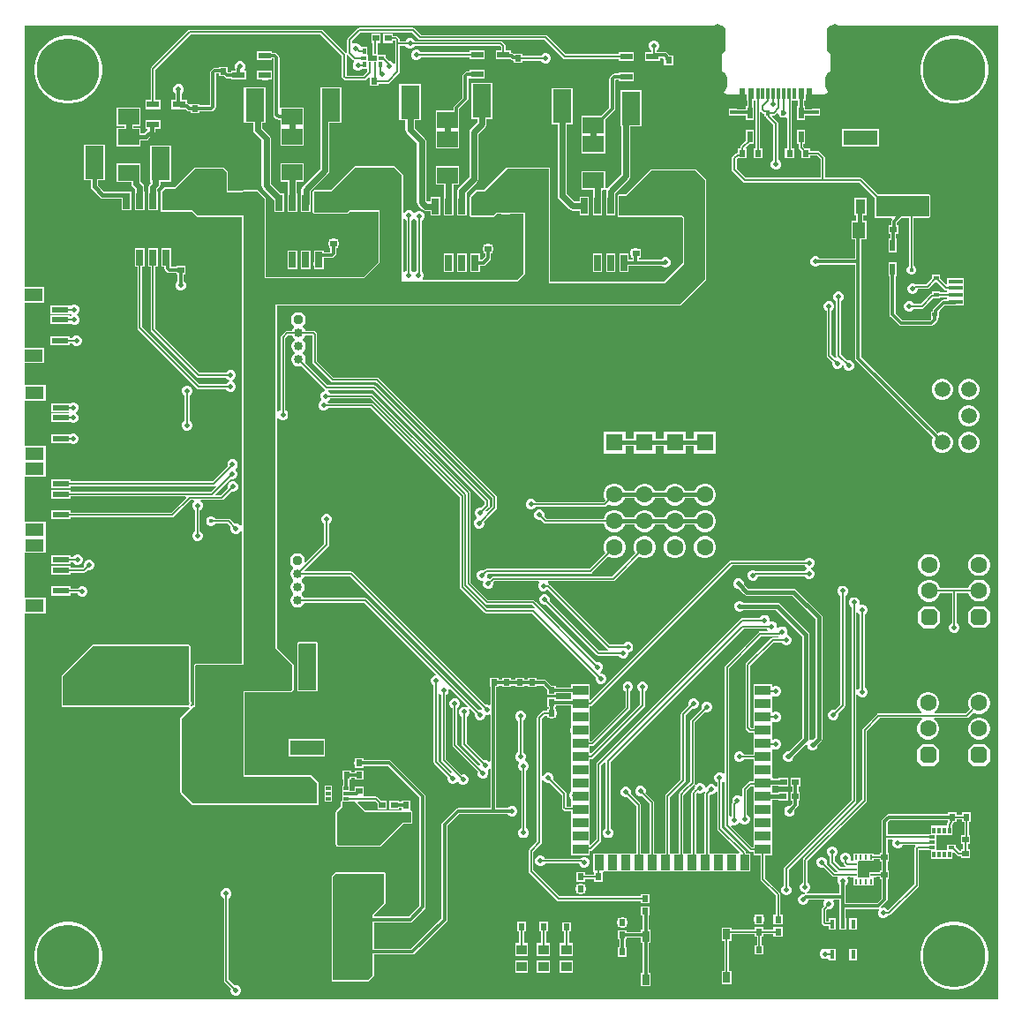
<source format=gbr>
%TF.GenerationSoftware,Altium Limited,Altium Designer,21.7.2 (23)*%
G04 Layer_Physical_Order=1*
G04 Layer_Color=255*
%FSLAX24Y24*%
%MOIN*%
%TF.SameCoordinates,DA776ED6-ADCF-4D54-B547-66972558000F*%
%TF.FilePolarity,Positive*%
%TF.FileFunction,Copper,L1,Top,Signal*%
%TF.Part,Single*%
G01*
G75*
%TA.AperFunction,SMDPad,CuDef*%
%ADD10R,0.0236X0.0250*%
%ADD11R,0.0472X0.0236*%
%ADD12R,0.0787X0.0600*%
%TA.AperFunction,BGAPad,CuDef*%
%ADD13R,0.0354X0.0354*%
%TA.AperFunction,SMDPad,CuDef*%
%ADD14R,0.0591X0.0354*%
%ADD15R,0.0354X0.0591*%
%ADD16R,0.0250X0.0236*%
%ADD17R,0.0472X0.0256*%
%ADD18R,0.1181X0.1575*%
%ADD19R,0.0394X0.0380*%
%TA.AperFunction,ConnectorPad*%
%ADD20R,0.0630X0.0236*%
%ADD21R,0.0709X0.0472*%
%TA.AperFunction,SMDPad,CuDef*%
%ADD22R,0.0118X0.0226*%
%ADD23R,0.0098X0.0226*%
%ADD24R,0.0248X0.0138*%
%ADD25R,0.0709X0.1260*%
%ADD26R,0.1339X0.1067*%
%ADD27R,0.0256X0.0600*%
%ADD28R,0.0118X0.0433*%
%ADD29R,0.0236X0.0433*%
%ADD30R,0.0177X0.0335*%
%ADD31R,0.0984X0.0630*%
%ADD32R,0.0098X0.0187*%
%ADD33R,0.0187X0.0098*%
%ADD34R,0.0236X0.0118*%
%ADD35R,0.0118X0.0236*%
%ADD36R,0.0600X0.0787*%
%ADD37R,0.0187X0.0118*%
%ADD38R,0.1378X0.0906*%
%ADD39R,0.1260X0.0709*%
%ADD40R,0.0374X0.0571*%
%ADD41R,0.1280X0.0571*%
%ADD42R,0.0591X0.0450*%
%ADD43R,0.0189X0.0157*%
%ADD44R,0.0197X0.0423*%
%ADD45R,0.0543X0.0177*%
%ADD46R,0.0610X0.0561*%
%ADD47R,0.0512X0.0650*%
%ADD48R,0.0748X0.0709*%
%ADD49R,0.0748X0.0394*%
%ADD50R,0.0256X0.0413*%
%TA.AperFunction,ConnectorPad*%
%ADD51R,0.0256X0.0413*%
%TA.AperFunction,SMDPad,CuDef*%
%ADD52R,0.0157X0.0189*%
%ADD53R,0.0450X0.0591*%
%ADD54R,0.0380X0.0394*%
%TA.AperFunction,Conductor*%
%ADD55C,0.0118*%
%ADD56C,0.0079*%
%ADD57C,0.0157*%
%ADD58C,0.0236*%
%TA.AperFunction,ComponentPad*%
%ADD59C,0.0591*%
%ADD60C,0.0630*%
%ADD61R,0.0630X0.0630*%
%ADD62C,0.0433*%
%ADD63R,0.0433X0.0433*%
%ADD64O,0.0630X0.1181*%
%ADD65O,0.0748X0.0898*%
G04:AMPARAMS|DCode=66|XSize=33.5mil|YSize=33.5mil|CornerRadius=0mil|HoleSize=0mil|Usage=FLASHONLY|Rotation=270.000|XOffset=0mil|YOffset=0mil|HoleType=Round|Shape=Octagon|*
%AMOCTAGOND66*
4,1,8,-0.0084,-0.0167,0.0084,-0.0167,0.0167,-0.0084,0.0167,0.0084,0.0084,0.0167,-0.0084,0.0167,-0.0167,0.0084,-0.0167,-0.0084,-0.0084,-0.0167,0.0*
%
%ADD66OCTAGOND66*%

%ADD67C,0.0335*%
G04:AMPARAMS|DCode=68|XSize=63mil|YSize=63mil|CornerRadius=0mil|HoleSize=0mil|Usage=FLASHONLY|Rotation=90.000|XOffset=0mil|YOffset=0mil|HoleType=Round|Shape=Octagon|*
%AMOCTAGOND68*
4,1,8,0.0157,0.0315,-0.0157,0.0315,-0.0315,0.0157,-0.0315,-0.0157,-0.0157,-0.0315,0.0157,-0.0315,0.0315,-0.0157,0.0315,0.0157,0.0157,0.0315,0.0*
%
%ADD68OCTAGOND68*%

%TA.AperFunction,ViaPad*%
%ADD69C,0.2362*%
%TA.AperFunction,ComponentPad*%
%ADD70R,0.0433X0.0433*%
%TA.AperFunction,ViaPad*%
%ADD71C,0.0157*%
%ADD72C,0.0197*%
%ADD73C,0.0236*%
G36*
X37084Y318D02*
X318D01*
Y7241D01*
X315Y7244D01*
Y14911D01*
X1113D01*
Y15483D01*
X318D01*
Y17194D01*
X1113D01*
Y17767D01*
X1113D01*
Y17785D01*
X1113D01*
Y18357D01*
X318D01*
Y20068D01*
X1113D01*
Y20641D01*
X1113D01*
Y20659D01*
X1113D01*
Y21231D01*
X318D01*
Y22942D01*
X1113D01*
Y23515D01*
X318D01*
Y24359D01*
X1074D01*
Y24932D01*
X318D01*
Y26643D01*
X1074D01*
Y27215D01*
X318D01*
Y37084D01*
X26651D01*
Y34803D01*
X26662Y34721D01*
X26693Y34644D01*
X26744Y34579D01*
X26810Y34528D01*
X26886Y34496D01*
X26969Y34485D01*
X27588D01*
Y34261D01*
X27625D01*
Y34066D01*
X27568D01*
Y33930D01*
X27215D01*
Y33948D01*
X26926D01*
Y33690D01*
X27215D01*
Y33708D01*
X27568D01*
Y33542D01*
X27865D01*
Y34066D01*
X27847D01*
Y34261D01*
X27921D01*
Y32452D01*
X27863D01*
Y32102D01*
X28200D01*
Y32452D01*
X28103D01*
Y33823D01*
X28153Y33844D01*
X28203Y33794D01*
X28233Y33774D01*
X28257Y33769D01*
Y33659D01*
X28328D01*
X28333Y33634D01*
X28353Y33605D01*
X28610Y33348D01*
Y32027D01*
X28588Y32019D01*
X28533Y31963D01*
X28502Y31890D01*
Y31811D01*
X28533Y31738D01*
X28588Y31682D01*
X28661Y31652D01*
X28740D01*
X28813Y31682D01*
X28869Y31738D01*
X28899Y31811D01*
Y31890D01*
X28869Y31963D01*
X28813Y32019D01*
X28792Y32027D01*
Y33386D01*
X28785Y33421D01*
X28765Y33450D01*
X28553Y33662D01*
X28574Y33712D01*
X28615D01*
X28650Y33719D01*
X28680Y33739D01*
X28740Y33799D01*
X28786Y33779D01*
Y33774D01*
X28816Y33701D01*
X28848Y33669D01*
Y33659D01*
X28858D01*
X28872Y33645D01*
X28945Y33615D01*
X29024D01*
X29071Y33634D01*
X29121Y33604D01*
Y32452D01*
X29044D01*
Y32102D01*
X29381D01*
Y32452D01*
X29304D01*
Y34261D01*
X29534D01*
Y34066D01*
X29497D01*
Y33542D01*
X29794D01*
Y33708D01*
X30068D01*
Y33690D01*
X30357D01*
Y33948D01*
X30068D01*
Y33930D01*
X29794D01*
Y34066D01*
X29757D01*
Y34261D01*
X29814D01*
Y34485D01*
X30433D01*
X30515Y34496D01*
X30592Y34528D01*
X30658Y34579D01*
X30708Y34644D01*
X30740Y34721D01*
X30751Y34803D01*
Y37084D01*
X37084D01*
Y318D01*
D02*
G37*
%LPC*%
G36*
X15000Y37020D02*
X12953D01*
X12918Y37013D01*
X12888Y36994D01*
X12534Y36639D01*
X12514Y36610D01*
X12507Y36575D01*
Y36090D01*
X12491Y36079D01*
X12457Y36071D01*
X11607Y36922D01*
X11577Y36941D01*
X11542Y36948D01*
X11508Y36942D01*
X6575D01*
X6540Y36935D01*
X6510Y36915D01*
X5113Y35517D01*
X5093Y35488D01*
X5086Y35453D01*
Y34282D01*
X4891D01*
Y33946D01*
X5463D01*
Y34282D01*
X5268D01*
Y35415D01*
X6613Y36759D01*
X11511D01*
X12310Y35960D01*
Y35164D01*
X12317Y35129D01*
X12337Y35100D01*
X12383Y35054D01*
X12413Y35034D01*
X12448Y35027D01*
X13150D01*
X13184Y35034D01*
X13214Y35054D01*
X13325Y35165D01*
X13375Y35144D01*
X13375Y35129D01*
Y34819D01*
X13711D01*
Y34909D01*
X14055D01*
X14090Y34916D01*
X14120Y34936D01*
X14474Y35290D01*
X14494Y35319D01*
X14501Y35354D01*
Y36326D01*
X14705D01*
X14714Y36305D01*
X14769Y36249D01*
X14842Y36219D01*
X14921D01*
X14994Y36249D01*
X15050Y36305D01*
X15059Y36326D01*
X18269D01*
X18314Y36281D01*
Y36172D01*
X18119D01*
Y35836D01*
X18692D01*
X18693Y35834D01*
X18693Y35834D01*
X18729Y35810D01*
X18729Y35810D01*
X18731Y35810D01*
X18772Y35802D01*
X18808Y35770D01*
Y35685D01*
X19144D01*
Y35769D01*
X19826D01*
X19832Y35754D01*
X19888Y35698D01*
X19961Y35668D01*
X20039D01*
X20112Y35698D01*
X20168Y35754D01*
X20198Y35827D01*
Y35906D01*
X20168Y35979D01*
X20112Y36034D01*
X20039Y36065D01*
X19961D01*
X19888Y36034D01*
X19832Y35979D01*
X19820Y35951D01*
X19144D01*
Y36035D01*
X18808D01*
X18770Y36060D01*
X18728Y36069D01*
X18692Y36100D01*
Y36172D01*
X18497D01*
Y36319D01*
X18490Y36354D01*
X18470Y36383D01*
X18372Y36482D01*
X18342Y36502D01*
X18307Y36508D01*
X15059D01*
X15050Y36530D01*
X14994Y36586D01*
X14921Y36616D01*
X14842D01*
X14769Y36586D01*
X14714Y36530D01*
X14705Y36508D01*
X14501D01*
Y36568D01*
X14494Y36603D01*
X14474Y36632D01*
X14428Y36679D01*
X14398Y36698D01*
X14363Y36705D01*
X14224D01*
Y36782D01*
X13874D01*
Y36446D01*
X14224D01*
Y36523D01*
X14318D01*
Y36417D01*
Y35660D01*
X14268Y35650D01*
X14263Y35664D01*
X14207Y35719D01*
X14134Y35750D01*
X14104D01*
X13977Y35876D01*
Y35985D01*
X13666Y35985D01*
X13662Y35985D01*
X13662Y35990D01*
Y35990D01*
X13662Y35990D01*
Y36281D01*
X13654D01*
Y36446D01*
X13764D01*
Y36782D01*
X13414D01*
Y36446D01*
X13472D01*
Y36281D01*
X13464D01*
Y35954D01*
X13625Y35954D01*
X13629Y35954D01*
X13629Y35949D01*
Y35949D01*
X13629Y35949D01*
Y35778D01*
X13300D01*
Y35985D01*
X13278D01*
Y36281D01*
X13060D01*
X13060Y36281D01*
X13017Y36296D01*
X12995Y36349D01*
X12939Y36405D01*
X12866Y36435D01*
X12787D01*
X12740Y36415D01*
X12690Y36445D01*
Y36537D01*
X12990Y36838D01*
X14962D01*
X15211Y36589D01*
X15241Y36569D01*
X15276Y36562D01*
X19962D01*
X20664Y35861D01*
X20693Y35841D01*
X20728Y35834D01*
X22765D01*
Y35757D01*
X23337D01*
Y36093D01*
X22765D01*
Y36016D01*
X20766D01*
X20064Y36718D01*
X20035Y36738D01*
X20000Y36745D01*
X15313D01*
X15064Y36994D01*
X15035Y37013D01*
X15000Y37020D01*
D02*
G37*
G36*
X15163Y36188D02*
X15084D01*
X15011Y36157D01*
X14955Y36102D01*
X14925Y36029D01*
Y35950D01*
X14955Y35877D01*
X15011Y35821D01*
X15084Y35791D01*
X15163D01*
X15236Y35821D01*
X15291Y35877D01*
X15306Y35913D01*
X17135D01*
Y35836D01*
X17707D01*
Y36172D01*
X17135D01*
Y36095D01*
X15294D01*
X15291Y36102D01*
X15236Y36157D01*
X15163Y36188D01*
D02*
G37*
G36*
X24134Y36537D02*
X24055D01*
X23982Y36507D01*
X23926Y36451D01*
X23896Y36378D01*
Y36299D01*
X23926Y36226D01*
X23982Y36170D01*
X24003Y36162D01*
Y36093D01*
X23749D01*
Y35757D01*
X24322D01*
Y35871D01*
X24440D01*
X24475Y35840D01*
X24478Y35829D01*
Y35606D01*
X24814D01*
Y35956D01*
X24689D01*
X24665Y35991D01*
X24665Y35991D01*
X24596Y36061D01*
X24560Y36085D01*
X24517Y36093D01*
X24517Y36093D01*
X24322D01*
Y36093D01*
X24186D01*
Y36162D01*
X24207Y36170D01*
X24263Y36226D01*
X24293Y36299D01*
Y36378D01*
X24263Y36451D01*
X24207Y36507D01*
X24134Y36537D01*
D02*
G37*
G36*
X17707Y35424D02*
X17135D01*
Y35367D01*
X17038D01*
X17038Y35367D01*
X16995Y35359D01*
X16959Y35335D01*
X16959Y35335D01*
X16890Y35265D01*
X16866Y35229D01*
X16857Y35187D01*
X16857Y35187D01*
Y34377D01*
X16555Y34075D01*
X16531Y34039D01*
X16523Y33996D01*
X16523Y33996D01*
Y33883D01*
X15856D01*
Y33183D01*
X15856D01*
Y33156D01*
X15856D01*
Y32456D01*
X16743D01*
Y33156D01*
X16743D01*
Y33183D01*
X16743D01*
Y33763D01*
X16745Y33774D01*
X16745Y33774D01*
Y33950D01*
X17047Y34252D01*
X17047Y34252D01*
X17071Y34288D01*
X17080Y34331D01*
Y35141D01*
X17084Y35145D01*
X17135D01*
Y35088D01*
X17707D01*
Y35424D01*
D02*
G37*
G36*
X8504Y35750D02*
X8425D01*
X8352Y35719D01*
X8296Y35664D01*
X8266Y35591D01*
Y35512D01*
X8294Y35444D01*
Y35385D01*
X8119D01*
Y35328D01*
X8018D01*
X8003Y35343D01*
Y35536D01*
X7667D01*
Y35505D01*
X7510D01*
X7510Y35505D01*
X7468Y35496D01*
X7432Y35472D01*
X7432Y35472D01*
X7362Y35403D01*
X7338Y35367D01*
X7330Y35325D01*
X7330Y35325D01*
Y34092D01*
X7326Y34088D01*
X6940D01*
Y34145D01*
X6604D01*
Y34137D01*
X6554Y34116D01*
X6536Y34134D01*
X6500Y34158D01*
X6457Y34166D01*
X6448Y34215D01*
Y34282D01*
X6253D01*
Y34516D01*
X6254Y34517D01*
X6310Y34573D01*
X6340Y34646D01*
Y34725D01*
X6310Y34797D01*
X6254Y34853D01*
X6181Y34883D01*
X6102D01*
X6029Y34853D01*
X5974Y34797D01*
X5943Y34725D01*
Y34646D01*
X5974Y34573D01*
X6029Y34517D01*
X6031Y34516D01*
Y34282D01*
X5875D01*
Y33946D01*
X6210D01*
X6220Y33944D01*
X6411D01*
X6457Y33898D01*
X6493Y33874D01*
X6535Y33866D01*
X6604D01*
Y33795D01*
X6940D01*
Y33865D01*
X7372D01*
X7372Y33865D01*
X7414Y33874D01*
X7450Y33898D01*
X7520Y33967D01*
X7520Y33967D01*
X7544Y34003D01*
X7552Y34046D01*
X7552Y34046D01*
Y35278D01*
X7556Y35283D01*
X7667D01*
Y35186D01*
X7846D01*
X7893Y35138D01*
X7893Y35138D01*
X7929Y35114D01*
X7972Y35105D01*
X8119D01*
Y35048D01*
X8692D01*
Y35385D01*
X8644D01*
X8625Y35431D01*
X8633Y35439D01*
X8663Y35512D01*
Y35591D01*
X8633Y35664D01*
X8577Y35719D01*
X8504Y35750D01*
D02*
G37*
G36*
X23337Y35345D02*
X22765D01*
Y35288D01*
X22609D01*
X22609Y35288D01*
X22566Y35280D01*
X22530Y35256D01*
X22441Y35167D01*
X22417Y35131D01*
X22408Y35088D01*
X22408Y35088D01*
Y34007D01*
X22097Y33696D01*
X21367D01*
Y32996D01*
X21367D01*
Y32970D01*
X21367D01*
Y32270D01*
X22255D01*
Y32970D01*
X22255D01*
Y32996D01*
X22255D01*
Y33539D01*
X22598Y33883D01*
X22598Y33883D01*
X22622Y33919D01*
X22631Y33961D01*
X22631Y33961D01*
Y35042D01*
X22655Y35066D01*
X22765D01*
Y35009D01*
X23337D01*
Y35345D01*
D02*
G37*
G36*
X9676Y35385D02*
X9104D01*
Y35048D01*
X9305D01*
X9308Y35045D01*
X9374Y35018D01*
X9445D01*
X9511Y35045D01*
X9514Y35048D01*
X9676D01*
Y35385D01*
D02*
G37*
G36*
X35534Y36714D02*
X35332D01*
X35133Y36683D01*
X34941Y36620D01*
X34762Y36529D01*
X34598Y36410D01*
X34456Y36268D01*
X34337Y36105D01*
X34246Y35925D01*
X34184Y35733D01*
X34152Y35534D01*
Y35332D01*
X34184Y35133D01*
X34246Y34941D01*
X34337Y34762D01*
X34456Y34598D01*
X34598Y34456D01*
X34762Y34337D01*
X34941Y34246D01*
X35133Y34184D01*
X35332Y34152D01*
X35534D01*
X35733Y34184D01*
X35925Y34246D01*
X36105Y34337D01*
X36268Y34456D01*
X36410Y34598D01*
X36529Y34762D01*
X36620Y34941D01*
X36683Y35133D01*
X36714Y35332D01*
Y35534D01*
X36683Y35733D01*
X36620Y35925D01*
X36529Y36105D01*
X36410Y36268D01*
X36268Y36410D01*
X36105Y36529D01*
X35925Y36620D01*
X35733Y36683D01*
X35534Y36714D01*
D02*
G37*
G36*
X2069D02*
X1868D01*
X1669Y36683D01*
X1477Y36620D01*
X1297Y36529D01*
X1134Y36410D01*
X991Y36268D01*
X873Y36105D01*
X781Y35925D01*
X719Y35733D01*
X687Y35534D01*
Y35332D01*
X719Y35133D01*
X781Y34941D01*
X873Y34762D01*
X991Y34598D01*
X1134Y34456D01*
X1297Y34337D01*
X1477Y34246D01*
X1669Y34184D01*
X1868Y34152D01*
X2069D01*
X2269Y34184D01*
X2460Y34246D01*
X2640Y34337D01*
X2803Y34456D01*
X2946Y34598D01*
X3064Y34762D01*
X3156Y34941D01*
X3218Y35133D01*
X3250Y35332D01*
Y35534D01*
X3218Y35733D01*
X3156Y35925D01*
X3064Y36105D01*
X2946Y36268D01*
X2803Y36410D01*
X2640Y36529D01*
X2460Y36620D01*
X2269Y36683D01*
X2069Y36714D01*
D02*
G37*
G36*
X9676Y36133D02*
X9104D01*
Y35796D01*
X9676D01*
Y35853D01*
X9727D01*
X9731Y35849D01*
Y33720D01*
X9731Y33720D01*
X9740Y33677D01*
X9764Y33641D01*
X9833Y33572D01*
X9833Y33572D01*
X9869Y33548D01*
X9912Y33540D01*
X9912Y33540D01*
X9989D01*
Y33301D01*
X9989D01*
Y33263D01*
X9989D01*
Y32563D01*
X10877D01*
Y33263D01*
X10877D01*
Y33301D01*
X10877D01*
Y34001D01*
X9989D01*
X9954Y34035D01*
Y35895D01*
X9954Y35895D01*
X9945Y35938D01*
X9921Y35974D01*
X9921Y35974D01*
X9852Y36043D01*
X9816Y36067D01*
X9773Y36076D01*
X9773Y36076D01*
X9676D01*
Y36133D01*
D02*
G37*
G36*
X4696Y34001D02*
X3808D01*
Y33301D01*
X4081D01*
Y33245D01*
X3808D01*
Y32545D01*
X4696D01*
Y32764D01*
X4903D01*
X4954Y32774D01*
X4996Y32803D01*
X5211Y33017D01*
X5239Y33060D01*
X5249Y33110D01*
Y33198D01*
X5463D01*
Y33534D01*
X4891D01*
Y33198D01*
X4950D01*
X4970Y33148D01*
X4849Y33027D01*
X4696D01*
Y33245D01*
X4423D01*
Y33301D01*
X4696D01*
Y34001D01*
D02*
G37*
G36*
X32580Y33209D02*
X31200D01*
Y32539D01*
X32580D01*
Y33209D01*
D02*
G37*
G36*
X29794Y33151D02*
X29497D01*
Y32627D01*
X29555D01*
Y32481D01*
X29561Y32446D01*
X29581Y32417D01*
X29674Y32323D01*
Y32102D01*
X30011D01*
Y32186D01*
X30244D01*
X30381Y32049D01*
Y31351D01*
X27557D01*
X27217Y31691D01*
Y32049D01*
X27239Y32070D01*
X27273Y32102D01*
Y32102D01*
X27273Y32102D01*
X27609D01*
Y32452D01*
X27593D01*
X27572Y32502D01*
X27697Y32627D01*
X27865D01*
Y33151D01*
X27568D01*
Y32756D01*
X27377Y32565D01*
X27357Y32535D01*
X27350Y32500D01*
Y32452D01*
X27273D01*
Y32304D01*
X27252D01*
X27218Y32297D01*
X27188Y32278D01*
X27062Y32151D01*
X27042Y32121D01*
X27035Y32087D01*
Y31654D01*
X27042Y31619D01*
X27062Y31589D01*
X27455Y31195D01*
X27485Y31176D01*
X27520Y31169D01*
X31868D01*
X32426Y30610D01*
Y29882D01*
X32442Y29844D01*
X32480Y29828D01*
X33067D01*
X33072Y29817D01*
X33082Y29778D01*
X33061Y29747D01*
X33053Y29705D01*
X33053Y29705D01*
Y29578D01*
X32968D01*
Y29241D01*
X33016D01*
Y29066D01*
X32962D01*
Y28542D01*
X33259D01*
Y29066D01*
X33238D01*
Y29241D01*
X33318D01*
Y29578D01*
X33275D01*
Y29659D01*
X33444Y29828D01*
X33728D01*
Y28030D01*
X33717Y28026D01*
X33667Y27975D01*
X33640Y27910D01*
Y27838D01*
X33667Y27773D01*
X33717Y27722D01*
X33783Y27695D01*
X33855D01*
X33920Y27722D01*
X33971Y27773D01*
X33998Y27838D01*
Y27910D01*
X33971Y27975D01*
X33920Y28026D01*
X33910Y28030D01*
Y29828D01*
X34449D01*
X34449Y29828D01*
X34487Y29844D01*
X34487Y29844D01*
X34526Y29883D01*
X34542Y29921D01*
X34542Y29921D01*
Y30669D01*
X34526Y30708D01*
X34488Y30723D01*
X32571D01*
X31970Y31324D01*
X31940Y31344D01*
X31906Y31351D01*
X30564D01*
Y32087D01*
X30557Y32121D01*
X30537Y32151D01*
X30346Y32342D01*
X30317Y32361D01*
X30282Y32368D01*
X30011D01*
Y32452D01*
X29803D01*
X29737Y32519D01*
Y32627D01*
X29794D01*
Y33151D01*
D02*
G37*
G36*
X23633Y34656D02*
X22824D01*
Y33296D01*
X22860D01*
Y31488D01*
X22338Y30966D01*
X22331Y30956D01*
X22265Y30947D01*
X22255Y30955D01*
X22255Y30958D01*
Y31610D01*
X21367D01*
Y30910D01*
X21788D01*
Y30633D01*
X21781D01*
Y29932D01*
X22137D01*
Y30633D01*
X22130D01*
Y30874D01*
X22166Y30910D01*
X22231Y30910D01*
D01*
X22250Y30910D01*
X22287Y30894D01*
X22293Y30871D01*
X22293Y30871D01*
X22288Y30845D01*
X22288Y30823D01*
Y30633D01*
X22281D01*
Y29932D01*
X22637D01*
Y30633D01*
X22630D01*
Y30774D01*
X23153Y31296D01*
X23190Y31352D01*
X23203Y31417D01*
Y33296D01*
X23633D01*
Y34656D01*
D02*
G37*
G36*
X5877Y32570D02*
X5068D01*
Y31210D01*
X5072D01*
X5091Y31160D01*
X5050Y31119D01*
X5013Y31064D01*
X5000Y30998D01*
Y30827D01*
X4993D01*
Y30127D01*
X5349D01*
Y30827D01*
X5343D01*
Y30927D01*
X5396Y30981D01*
X5434Y31036D01*
X5447Y31102D01*
Y31210D01*
X5877D01*
Y32570D01*
D02*
G37*
G36*
X4696Y31885D02*
X3808D01*
Y31185D01*
X4356D01*
Y31142D01*
X4369Y31076D01*
X4406Y31021D01*
X4500Y30927D01*
Y30827D01*
X4493D01*
Y30127D01*
X4849D01*
Y30827D01*
X4843D01*
Y30998D01*
X4830Y31064D01*
X4792Y31119D01*
X4699Y31213D01*
Y31354D01*
X4696Y31370D01*
Y31885D01*
D02*
G37*
G36*
X3357Y32609D02*
X2548D01*
Y31249D01*
X2821D01*
Y31024D01*
X2831Y30973D01*
X2860Y30931D01*
X3185Y30606D01*
X3228Y30577D01*
X3278Y30567D01*
X3993D01*
Y30127D01*
X4349D01*
Y30827D01*
X4135D01*
X4122Y30830D01*
X3332D01*
X3084Y31078D01*
Y31249D01*
X3357D01*
Y32609D01*
D02*
G37*
G36*
X12294Y34774D02*
X11485D01*
Y34111D01*
X11482Y34094D01*
Y31685D01*
X10828Y31031D01*
X10790Y30975D01*
X10777Y30909D01*
Y30749D01*
X10761D01*
Y30048D01*
X11117D01*
Y30392D01*
X11120Y30408D01*
Y30838D01*
X11775Y31493D01*
X11812Y31549D01*
X11825Y31614D01*
Y33415D01*
X12294D01*
Y34774D01*
D02*
G37*
G36*
X10877Y31903D02*
X9989D01*
Y31203D01*
X10268D01*
Y30749D01*
X10261D01*
Y30048D01*
X10617D01*
Y30749D01*
X10610D01*
Y31203D01*
X10877D01*
Y31903D01*
D02*
G37*
G36*
X9420Y34774D02*
X8611D01*
Y33415D01*
X8962D01*
Y33150D01*
X8975Y33084D01*
X9013Y33028D01*
X9277Y32764D01*
Y31061D01*
X9290Y30995D01*
X9328Y30940D01*
X9761Y30506D01*
Y30048D01*
X10117D01*
Y30749D01*
X10003D01*
X9620Y31132D01*
Y32835D01*
X9607Y32900D01*
X9570Y32956D01*
X9305Y33221D01*
Y33415D01*
X9420D01*
Y34774D01*
D02*
G37*
G36*
X21034Y34735D02*
X20226D01*
Y33375D01*
X20459D01*
Y30669D01*
X20472Y30604D01*
X20509Y30548D01*
X20895Y30161D01*
X20951Y30124D01*
X21017Y30111D01*
X21281D01*
Y29932D01*
X21637D01*
Y30633D01*
X21281D01*
Y30454D01*
X21088D01*
X20801Y30740D01*
Y33375D01*
X21034D01*
Y34735D01*
D02*
G37*
G36*
X18003Y34932D02*
X17194D01*
Y33572D01*
X17427D01*
Y33457D01*
X17162Y33192D01*
X17125Y33136D01*
X17112Y33071D01*
Y31370D01*
X16723Y30981D01*
X16686Y30926D01*
X16673Y30860D01*
Y30631D01*
X16667D01*
Y29930D01*
X17022D01*
Y30631D01*
X17016D01*
Y30789D01*
X17405Y31178D01*
X17442Y31234D01*
X17455Y31299D01*
Y33000D01*
X17720Y33265D01*
X17757Y33320D01*
X17770Y33386D01*
Y33572D01*
X18003D01*
Y34932D01*
D02*
G37*
G36*
X16743Y31796D02*
X15856D01*
Y31096D01*
X16173D01*
Y30631D01*
X16167D01*
Y29930D01*
X16522D01*
Y30631D01*
X16516D01*
Y31096D01*
X16743D01*
Y31796D01*
D02*
G37*
G36*
X15286Y34893D02*
X14478D01*
Y33533D01*
X14710D01*
Y33150D01*
X14724Y33084D01*
X14761Y33028D01*
X15144Y32646D01*
Y30419D01*
X15157Y30353D01*
X15194Y30297D01*
X15332Y30159D01*
X15388Y30122D01*
X15453Y30109D01*
X15667D01*
Y29930D01*
X16022D01*
Y30631D01*
X15667D01*
Y30452D01*
X15524D01*
X15486Y30490D01*
Y32717D01*
X15473Y32782D01*
X15436Y32838D01*
X15053Y33221D01*
Y33533D01*
X15286D01*
Y34893D01*
D02*
G37*
G36*
X12034Y29057D02*
X11955D01*
X11882Y29026D01*
X11882Y29026D01*
X11819D01*
Y28954D01*
X11796Y28898D01*
Y28819D01*
X11819Y28762D01*
Y28690D01*
X11877D01*
Y28540D01*
X11873Y28536D01*
X11617D01*
Y28613D01*
X11261D01*
Y28204D01*
X11239Y28150D01*
Y28071D01*
X11261Y28017D01*
Y27913D01*
X11395D01*
X11398Y27912D01*
X11476D01*
X11479Y27913D01*
X11617D01*
Y28026D01*
X11635Y28071D01*
Y28150D01*
X11617Y28194D01*
Y28314D01*
X11919D01*
X11919Y28314D01*
X11962Y28322D01*
X11998Y28347D01*
X12067Y28416D01*
X12067Y28416D01*
X12091Y28452D01*
X12099Y28494D01*
X12099Y28494D01*
Y28687D01*
X12107Y28690D01*
X12107Y28690D01*
X12169D01*
Y28762D01*
X12193Y28819D01*
Y28898D01*
X12169Y28954D01*
Y29026D01*
X12107D01*
X12107Y29026D01*
X12034Y29057D01*
D02*
G37*
G36*
X32127Y30611D02*
X31653D01*
Y29940D01*
X31732D01*
Y29715D01*
X31562D01*
Y29025D01*
X31700D01*
Y28300D01*
X30366D01*
X30365Y28301D01*
X30309Y28357D01*
X30236Y28387D01*
X30157D01*
X30084Y28357D01*
X30029Y28301D01*
X29998Y28228D01*
Y28150D01*
X30029Y28077D01*
X30084Y28021D01*
X30157Y27991D01*
X30236D01*
X30309Y28021D01*
X30365Y28077D01*
X30366Y28078D01*
X31700D01*
Y24535D01*
X31700Y24535D01*
X31708Y24493D01*
X31732Y24457D01*
X34637Y21552D01*
X34616Y21515D01*
X34589Y21414D01*
Y21310D01*
X34616Y21210D01*
X34668Y21119D01*
X34742Y21046D01*
X34832Y20994D01*
X34932Y20967D01*
X35036D01*
X35137Y20994D01*
X35227Y21046D01*
X35301Y21119D01*
X35353Y21210D01*
X35380Y21310D01*
Y21414D01*
X35353Y21515D01*
X35301Y21605D01*
X35227Y21679D01*
X35137Y21731D01*
X35036Y21757D01*
X34932D01*
X34832Y21731D01*
X34795Y21709D01*
X31922Y24581D01*
Y28150D01*
X31922Y28150D01*
X31922Y28150D01*
Y29025D01*
X32112D01*
Y29715D01*
X31994D01*
Y29940D01*
X32127D01*
Y30611D01*
D02*
G37*
G36*
X23445Y28702D02*
X23366D01*
X23293Y28672D01*
X23293Y28672D01*
X23237D01*
Y28615D01*
X23207Y28543D01*
Y28464D01*
X23237Y28393D01*
Y28336D01*
X23293D01*
X23293Y28336D01*
X23294Y28335D01*
Y28258D01*
X23137D01*
Y28497D01*
X22781D01*
Y27797D01*
X23137D01*
Y28036D01*
X24361D01*
X24415Y27981D01*
X24488Y27951D01*
X24567D01*
X24640Y27981D01*
X24696Y28037D01*
X24726Y28110D01*
Y28189D01*
X24696Y28262D01*
X24640Y28318D01*
X24567Y28348D01*
X24488D01*
X24415Y28318D01*
X24359Y28262D01*
X24358Y28258D01*
X23517D01*
Y28335D01*
X23518Y28336D01*
X23518Y28336D01*
X23587D01*
Y28423D01*
X23604Y28464D01*
Y28543D01*
X23587Y28585D01*
Y28672D01*
X23518D01*
X23518Y28672D01*
X23445Y28702D01*
D02*
G37*
G36*
X17867Y28860D02*
X17788D01*
X17715Y28830D01*
X17715Y28830D01*
X17652D01*
Y28757D01*
X17629Y28701D01*
Y28622D01*
X17652Y28565D01*
Y28493D01*
X17715D01*
X17715Y28493D01*
X17716Y28493D01*
Y28366D01*
X17607Y28256D01*
X17522D01*
Y28495D01*
X17167D01*
Y27795D01*
X17522D01*
Y28034D01*
X17653D01*
X17653Y28034D01*
X17695Y28042D01*
X17731Y28066D01*
X17906Y28241D01*
X17930Y28277D01*
X17939Y28320D01*
Y28493D01*
X17940Y28493D01*
X17940Y28493D01*
X18002D01*
Y28565D01*
X18026Y28622D01*
Y28701D01*
X18002Y28757D01*
Y28830D01*
X17940D01*
X17940Y28830D01*
X17867Y28860D01*
D02*
G37*
G36*
X11117Y28613D02*
X10761D01*
Y28301D01*
X10760Y28299D01*
Y28227D01*
X10761Y28225D01*
Y27913D01*
X11117D01*
Y28225D01*
X11118Y28227D01*
Y28299D01*
X11117Y28301D01*
Y28613D01*
D02*
G37*
G36*
X10617D02*
X10261D01*
Y28301D01*
X10260Y28299D01*
Y28227D01*
X10261Y28225D01*
Y27913D01*
X10617D01*
Y28225D01*
X10618Y28227D01*
Y28299D01*
X10617Y28301D01*
Y28613D01*
D02*
G37*
G36*
X22637Y28497D02*
X22281D01*
Y28186D01*
X22280Y28183D01*
Y28111D01*
X22281Y28109D01*
Y27797D01*
X22637D01*
Y28109D01*
X22638Y28111D01*
Y28183D01*
X22637Y28186D01*
Y28497D01*
D02*
G37*
G36*
X22137D02*
X21781D01*
Y28186D01*
X21780Y28183D01*
Y28111D01*
X21781Y28109D01*
Y27797D01*
X22137D01*
Y28109D01*
X22138Y28111D01*
Y28183D01*
X22137Y28186D01*
Y28497D01*
D02*
G37*
G36*
X17022Y28495D02*
X16667D01*
Y28183D01*
X16665Y28181D01*
Y28109D01*
X16667Y28106D01*
Y27795D01*
X17022D01*
Y28106D01*
X17024Y28109D01*
Y28181D01*
X17022Y28183D01*
Y28495D01*
D02*
G37*
G36*
X16522D02*
X16167D01*
Y28183D01*
X16165Y28181D01*
Y28109D01*
X16167Y28106D01*
Y27795D01*
X16522D01*
Y28106D01*
X16524Y28109D01*
Y28181D01*
X16522Y28183D01*
Y28495D01*
D02*
G37*
G36*
X14291Y31786D02*
X14291Y31786D01*
X12815D01*
X12777Y31771D01*
X12777Y31771D01*
X11887Y30881D01*
X11262D01*
X11224Y30865D01*
X11208Y30827D01*
Y30057D01*
X11224Y30018D01*
X11224Y30018D01*
X11241Y30001D01*
X11280Y29985D01*
X11280Y29985D01*
X12500D01*
X12538Y30001D01*
X12538Y30001D01*
X12601Y30064D01*
X13051D01*
X13686Y30064D01*
Y28172D01*
X13127Y27613D01*
X9444D01*
Y30571D01*
X9428Y30609D01*
X9428Y30609D01*
X9172Y30865D01*
X9172Y30865D01*
X9171Y30866D01*
X9153Y30873D01*
X9134Y30881D01*
X9133Y30881D01*
X9133Y30881D01*
X8043Y30863D01*
X8007Y30898D01*
Y31575D01*
X8007Y31575D01*
X7991Y31613D01*
X7991Y31613D01*
X7873Y31731D01*
X7835Y31747D01*
X7835Y31747D01*
X6772D01*
X6772Y31747D01*
X6733Y31731D01*
X6733Y31731D01*
X6001Y30999D01*
X5630D01*
X5630Y30999D01*
X5592Y30983D01*
X5592Y30983D01*
X5474Y30865D01*
X5458Y30827D01*
X5458Y30827D01*
Y30118D01*
X5474Y30080D01*
X5512Y30064D01*
X6631D01*
X6812Y29883D01*
X6850Y29867D01*
X6850Y29867D01*
X8529D01*
Y18225D01*
X8479Y18215D01*
X8475Y18223D01*
X8419Y18278D01*
X8347Y18309D01*
X8268D01*
X8246Y18300D01*
X8096Y18450D01*
X8066Y18470D01*
X8031Y18477D01*
X7518D01*
X7514Y18487D01*
X7464Y18538D01*
X7398Y18565D01*
X7327D01*
X7261Y18538D01*
X7210Y18487D01*
X7183Y18421D01*
Y18350D01*
X7210Y18284D01*
X7261Y18234D01*
X7327Y18207D01*
X7398D01*
X7464Y18234D01*
X7514Y18284D01*
X7518Y18295D01*
X7994D01*
X8117Y18171D01*
X8109Y18150D01*
Y18071D01*
X8139Y17998D01*
X8195Y17942D01*
X8268Y17912D01*
X8347D01*
X8419Y17942D01*
X8475Y17998D01*
X8479Y18006D01*
X8529Y17996D01*
Y13007D01*
X6811D01*
X6811Y13007D01*
X6773Y12991D01*
X6773Y12991D01*
X6733Y12952D01*
X6718Y12913D01*
X6718Y12913D01*
Y11473D01*
X6693Y11432D01*
X6655Y11416D01*
X6635Y11397D01*
X6601Y11412D01*
X6590Y11422D01*
Y11474D01*
X6613Y11497D01*
X6626Y11528D01*
X6629Y11535D01*
X6613Y11574D01*
X6613Y11574D01*
X6590Y11597D01*
Y13465D01*
X6590Y13465D01*
Y13661D01*
X6574Y13700D01*
X6535Y13716D01*
X2913D01*
X2913Y13716D01*
X2875Y13700D01*
X1733Y12558D01*
X1718Y12520D01*
X1718Y12520D01*
Y11417D01*
X1733Y11379D01*
X1772Y11363D01*
X6531D01*
X6541Y11351D01*
X6556Y11318D01*
X6222Y10983D01*
X6206Y10945D01*
X6206Y10945D01*
Y8150D01*
X6206Y8150D01*
X6222Y8111D01*
X6655Y7678D01*
X6693Y7662D01*
X6693Y7662D01*
X11378D01*
X11416Y7678D01*
X11432Y7717D01*
Y8504D01*
X11416Y8542D01*
X11416Y8542D01*
X11180Y8778D01*
X11142Y8794D01*
X11142Y8794D01*
X8637D01*
Y11914D01*
X10354D01*
X10393Y11930D01*
X10393Y11930D01*
X10471Y12009D01*
X10487Y12047D01*
X10487Y12047D01*
Y12953D01*
X10487Y12953D01*
X10471Y12991D01*
X10471Y12991D01*
X9857Y13605D01*
Y22287D01*
X9907Y22297D01*
X9911Y22289D01*
X9966Y22233D01*
X10039Y22203D01*
X10118D01*
X10191Y22233D01*
X10247Y22289D01*
X10277Y22362D01*
Y22441D01*
X10247Y22514D01*
X10191Y22570D01*
X10170Y22579D01*
Y25286D01*
X10281Y25397D01*
X10417D01*
X10420Y25385D01*
X10455Y25324D01*
X10505Y25274D01*
X10518Y25267D01*
Y25209D01*
X10505Y25202D01*
X10455Y25152D01*
X10420Y25091D01*
X10402Y25023D01*
Y24953D01*
X10420Y24885D01*
X10455Y24824D01*
X10505Y24774D01*
X10518Y24767D01*
Y24709D01*
X10505Y24702D01*
X10455Y24652D01*
X10420Y24591D01*
X10402Y24523D01*
Y24453D01*
X10420Y24385D01*
X10455Y24324D01*
X10505Y24274D01*
X10566Y24239D01*
X10634Y24221D01*
X10704D01*
X10772Y24239D01*
X10783Y24245D01*
X11668Y23361D01*
X11671Y23359D01*
X11656Y23309D01*
X11653D01*
X11581Y23278D01*
X11525Y23223D01*
X11494Y23150D01*
Y23071D01*
X11525Y22998D01*
X11538Y22984D01*
X11529Y22935D01*
X11502Y22924D01*
X11446Y22868D01*
X11416Y22795D01*
Y22716D01*
X11446Y22644D01*
X11502Y22588D01*
X11575Y22557D01*
X11654D01*
X11727Y22588D01*
X11782Y22644D01*
X11791Y22665D01*
X13387D01*
X16759Y19293D01*
Y15906D01*
X16766Y15871D01*
X16786Y15841D01*
X17691Y14936D01*
X17721Y14916D01*
X17756Y14909D01*
X19490D01*
X21897Y12502D01*
X21888Y12480D01*
Y12401D01*
X21918Y12329D01*
X21974Y12273D01*
X22047Y12243D01*
X22126D01*
X22199Y12273D01*
X22255Y12329D01*
X22285Y12401D01*
Y12480D01*
X22255Y12553D01*
X22199Y12609D01*
X22126Y12639D01*
X22076D01*
X22068Y12649D01*
X22082Y12708D01*
X22085Y12710D01*
X22141Y12766D01*
X22171Y12839D01*
Y12917D01*
X22141Y12990D01*
X22085Y13046D01*
X22012Y13076D01*
X21933D01*
X21912Y13068D01*
X19600Y15379D01*
X19570Y15399D01*
X19536Y15406D01*
X17833D01*
X17178Y16061D01*
Y19449D01*
X17171Y19484D01*
X17151Y19513D01*
X13490Y23175D01*
X13460Y23194D01*
X13425Y23201D01*
X11870D01*
X11861Y23223D01*
X11805Y23278D01*
X11792Y23284D01*
X11802Y23334D01*
X13506D01*
X17704Y19135D01*
Y19014D01*
X17580Y18890D01*
X17559Y18899D01*
X17480D01*
X17407Y18869D01*
X17351Y18813D01*
X17321Y18740D01*
Y18661D01*
X17351Y18588D01*
X17398Y18542D01*
X17397Y18501D01*
X17391Y18485D01*
X17368Y18475D01*
X17312Y18419D01*
X17282Y18347D01*
Y18268D01*
X17312Y18195D01*
X17368Y18139D01*
X17441Y18109D01*
X17520D01*
X17593Y18139D01*
X17649Y18195D01*
X17679Y18268D01*
Y18347D01*
X17670Y18368D01*
X18135Y18833D01*
X18155Y18863D01*
X18162Y18898D01*
Y19291D01*
X18155Y19326D01*
X18135Y19356D01*
X13706Y23785D01*
X13677Y23805D01*
X13642Y23812D01*
X11987D01*
X11375Y24424D01*
Y25442D01*
X11368Y25477D01*
X11348Y25506D01*
X11302Y25553D01*
X11272Y25572D01*
X11237Y25579D01*
X10922D01*
X10918Y25591D01*
X10883Y25652D01*
X10844Y25691D01*
X10837Y25736D01*
X10839Y25757D01*
X10937Y25855D01*
Y26122D01*
X10803Y26256D01*
X10536D01*
X10402Y26122D01*
Y25855D01*
X10500Y25757D01*
X10502Y25736D01*
X10494Y25691D01*
X10455Y25652D01*
X10420Y25591D01*
X10417Y25579D01*
X10243D01*
X10208Y25572D01*
X10179Y25553D01*
X10014Y25388D01*
X9995Y25359D01*
X9988Y25324D01*
Y22579D01*
X9966Y22570D01*
X9911Y22514D01*
X9907Y22506D01*
X9857Y22516D01*
Y26521D01*
X25079D01*
X25079Y26521D01*
X25117Y26537D01*
X26062Y27481D01*
X26078Y27520D01*
X26078Y27520D01*
Y31260D01*
X26062Y31298D01*
X25708Y31652D01*
X25669Y31668D01*
X25669Y31668D01*
X23996D01*
X23996Y31668D01*
X23958Y31652D01*
X23029Y30723D01*
X22776D01*
X22737Y30708D01*
X22721Y30669D01*
Y29921D01*
X22737Y29883D01*
X22776Y29867D01*
X25155D01*
X25182Y29840D01*
X25182Y28133D01*
X24466Y27416D01*
X20172D01*
Y31693D01*
X20156Y31731D01*
X20118Y31747D01*
X18563D01*
X18563Y31747D01*
X18525Y31731D01*
X18525Y31731D01*
X17674Y30881D01*
X17382D01*
X17382Y30881D01*
X17344Y30865D01*
X17147Y30668D01*
X17131Y30630D01*
X17131Y30630D01*
Y29921D01*
X17147Y29883D01*
X17185Y29867D01*
X18012D01*
X18012Y29867D01*
X18050Y29883D01*
X18050Y29883D01*
X18152Y29985D01*
X18316D01*
Y29976D01*
X18652D01*
Y29985D01*
X19158D01*
Y27739D01*
X18915Y27495D01*
X15384D01*
X15365Y27541D01*
X15368Y27544D01*
X15398Y27617D01*
Y27696D01*
X15368Y27769D01*
X15320Y27817D01*
Y29733D01*
X15341Y29742D01*
X15397Y29798D01*
X15427Y29870D01*
Y29949D01*
X15397Y30022D01*
X15341Y30078D01*
X15269Y30108D01*
X15190D01*
X15117Y30078D01*
X15067Y30028D01*
X15013Y30028D01*
X15011Y30034D01*
X14955Y30089D01*
X14882Y30120D01*
X14803D01*
X14730Y30089D01*
X14674Y30034D01*
X14671Y30026D01*
X14621Y30036D01*
Y31457D01*
X14621Y31457D01*
X14605Y31495D01*
X14605Y31495D01*
X14330Y31771D01*
X14291Y31786D01*
D02*
G37*
G36*
X5849Y28692D02*
X5493D01*
Y28380D01*
X5492Y28377D01*
Y28306D01*
X5493Y28303D01*
Y27992D01*
X5604D01*
Y27943D01*
X5604Y27943D01*
X5612Y27901D01*
X5637Y27865D01*
X5706Y27795D01*
X5706Y27795D01*
X5742Y27771D01*
X5784Y27763D01*
X5784Y27763D01*
X6058D01*
Y27706D01*
X6109D01*
Y27452D01*
X6108Y27452D01*
X6052Y27396D01*
X6022Y27323D01*
Y27244D01*
X6052Y27171D01*
X6108Y27115D01*
X6181Y27085D01*
X6260D01*
X6333Y27115D01*
X6389Y27171D01*
X6419Y27244D01*
Y27323D01*
X6389Y27396D01*
X6333Y27452D01*
X6332Y27452D01*
Y27706D01*
X6408D01*
Y28042D01*
X6058D01*
Y27985D01*
X5897D01*
X5849Y27992D01*
Y28303D01*
X5850Y28306D01*
Y28377D01*
X5849Y28380D01*
Y28692D01*
D02*
G37*
G36*
X33259Y28151D02*
X32962D01*
Y27627D01*
X32999D01*
Y26181D01*
X32999Y26181D01*
X33008Y26139D01*
X33032Y26102D01*
X33347Y25788D01*
X33347Y25788D01*
X33383Y25763D01*
X33425Y25755D01*
X33425Y25755D01*
X34567D01*
X34567Y25755D01*
X34609Y25763D01*
X34646Y25788D01*
X34780Y25922D01*
X34804Y25958D01*
X34813Y26001D01*
X34813Y26001D01*
Y26052D01*
X34853D01*
Y26310D01*
X34853Y26310D01*
X34853D01*
X34887Y26344D01*
X35076Y26533D01*
X35459D01*
X35459Y26533D01*
X35469Y26535D01*
X35810D01*
Y26791D01*
Y27046D01*
Y27302D01*
Y27580D01*
X35167D01*
Y27356D01*
X35117Y27335D01*
X34893Y27559D01*
Y27688D01*
X34604D01*
Y27559D01*
X34380Y27335D01*
X33967D01*
X33898Y27364D01*
X33819D01*
X33746Y27334D01*
X33690Y27278D01*
X33660Y27205D01*
Y27126D01*
X33690Y27053D01*
X33746Y26997D01*
X33819Y26967D01*
X33898D01*
X33971Y26997D01*
X34026Y27053D01*
X34057Y27126D01*
Y27153D01*
X34417D01*
X34452Y27160D01*
X34482Y27180D01*
X34732Y27430D01*
X34764D01*
X35073Y27121D01*
X35103Y27101D01*
X35138Y27094D01*
X35167D01*
Y27020D01*
X34893D01*
Y27058D01*
X34604D01*
Y26980D01*
X34571Y26974D01*
X34542Y26954D01*
X34175Y26587D01*
X33917D01*
X33908Y26608D01*
X33853Y26664D01*
X33780Y26694D01*
X33701D01*
X33628Y26664D01*
X33572Y26608D01*
X33542Y26536D01*
Y26457D01*
X33572Y26384D01*
X33628Y26328D01*
X33701Y26298D01*
X33780D01*
X33853Y26328D01*
X33908Y26384D01*
X33917Y26405D01*
X34213D01*
X34247Y26412D01*
X34277Y26432D01*
X34644Y26799D01*
X34709D01*
X34717Y26800D01*
X34893D01*
Y26838D01*
X35167D01*
Y26755D01*
X35030D01*
X35030Y26755D01*
X34987Y26746D01*
X34951Y26722D01*
X34951Y26722D01*
X34653Y26424D01*
X34629Y26388D01*
X34620Y26346D01*
X34589Y26310D01*
X34564D01*
Y26052D01*
X34564D01*
X34551Y26008D01*
X34521Y25977D01*
X33471D01*
X33221Y26227D01*
Y27627D01*
X33259D01*
Y28151D01*
D02*
G37*
G36*
X2244Y26576D02*
X2165D01*
X2092Y26546D01*
X2069Y26522D01*
X2018Y26543D01*
Y26546D01*
X1289D01*
Y26210D01*
X2018D01*
Y26213D01*
X2061Y26231D01*
X2093Y26207D01*
Y26155D01*
X2061Y26132D01*
X2018Y26149D01*
Y26152D01*
X1289D01*
Y25816D01*
X2018D01*
Y25819D01*
X2069Y25840D01*
X2092Y25816D01*
X2165Y25786D01*
X2244D01*
X2317Y25816D01*
X2373Y25872D01*
X2403Y25945D01*
Y26024D01*
X2373Y26097D01*
X2317Y26152D01*
X2308Y26156D01*
Y26206D01*
X2317Y26210D01*
X2373Y26266D01*
X2403Y26338D01*
Y26417D01*
X2373Y26490D01*
X2317Y26546D01*
X2244Y26576D01*
D02*
G37*
G36*
X2323Y25395D02*
X2244D01*
X2171Y25365D01*
X2115Y25309D01*
X2106Y25288D01*
X2018D01*
Y25365D01*
X1289D01*
Y25029D01*
X2018D01*
Y25106D01*
X2106D01*
X2115Y25084D01*
X2171Y25029D01*
X2244Y24998D01*
X2323D01*
X2396Y25029D01*
X2452Y25084D01*
X2482Y25157D01*
Y25236D01*
X2452Y25309D01*
X2396Y25365D01*
X2323Y25395D01*
D02*
G37*
G36*
X31102Y27049D02*
X31024D01*
X30951Y27019D01*
X30895Y26963D01*
X30865Y26890D01*
Y26811D01*
X30895Y26738D01*
X30951Y26682D01*
X30972Y26673D01*
Y24646D01*
X30979Y24611D01*
X30983Y24605D01*
X30963Y24551D01*
X30962Y24549D01*
X30939Y24544D01*
X30800Y24683D01*
Y26319D01*
X30821Y26328D01*
X30877Y26384D01*
X30907Y26457D01*
Y26536D01*
X30877Y26608D01*
X30821Y26664D01*
X30748Y26694D01*
X30669D01*
X30596Y26664D01*
X30540Y26608D01*
X30510Y26536D01*
Y26457D01*
X30540Y26384D01*
X30596Y26328D01*
X30618Y26319D01*
Y24646D01*
X30624Y24611D01*
X30644Y24581D01*
X30834Y24391D01*
X30825Y24370D01*
Y24291D01*
X30855Y24218D01*
X30911Y24162D01*
X30984Y24132D01*
X31063D01*
X31136Y24162D01*
X31192Y24218D01*
X31208Y24258D01*
X31258Y24248D01*
Y24213D01*
X31288Y24140D01*
X31344Y24084D01*
X31417Y24054D01*
X31496D01*
X31569Y24084D01*
X31625Y24140D01*
X31655Y24213D01*
Y24291D01*
X31625Y24364D01*
X31569Y24420D01*
X31496Y24450D01*
X31417D01*
X31396Y24442D01*
X31154Y24683D01*
Y26673D01*
X31175Y26682D01*
X31231Y26738D01*
X31261Y26811D01*
Y26890D01*
X31231Y26963D01*
X31175Y27019D01*
X31102Y27049D01*
D02*
G37*
G36*
X5349Y28692D02*
X4993D01*
Y28380D01*
X4992Y28377D01*
Y28306D01*
X4993Y28303D01*
Y27992D01*
X5080D01*
Y25616D01*
X5087Y25581D01*
X5107Y25552D01*
X6825Y23833D01*
X6855Y23813D01*
X6890Y23807D01*
X7933D01*
X7942Y23785D01*
X7998Y23729D01*
X8049Y23708D01*
Y23654D01*
X7998Y23633D01*
X7942Y23577D01*
X7933Y23556D01*
X6928D01*
X4762Y25721D01*
Y27992D01*
X4849D01*
Y28303D01*
X4850Y28306D01*
Y28377D01*
X4849Y28380D01*
Y28692D01*
X4493D01*
Y28380D01*
X4492Y28377D01*
Y28306D01*
X4493Y28303D01*
Y27992D01*
X4580D01*
Y25683D01*
X4587Y25648D01*
X4607Y25619D01*
X6825Y23400D01*
X6855Y23380D01*
X6890Y23373D01*
X7933D01*
X7942Y23352D01*
X7998Y23296D01*
X8071Y23266D01*
X8150D01*
X8223Y23296D01*
X8278Y23352D01*
X8309Y23425D01*
Y23504D01*
X8278Y23577D01*
X8223Y23633D01*
X8171Y23654D01*
Y23708D01*
X8223Y23729D01*
X8278Y23785D01*
X8309Y23858D01*
Y23937D01*
X8278Y24010D01*
X8223Y24066D01*
X8150Y24096D01*
X8071D01*
X7998Y24066D01*
X7942Y24010D01*
X7933Y23989D01*
X6928D01*
X5262Y25654D01*
Y27992D01*
X5349D01*
Y28303D01*
X5350Y28306D01*
Y28377D01*
X5349Y28380D01*
Y28692D01*
D02*
G37*
G36*
X36036Y23757D02*
X35932D01*
X35832Y23731D01*
X35742Y23679D01*
X35668Y23605D01*
X35616Y23515D01*
X35589Y23414D01*
Y23310D01*
X35616Y23210D01*
X35668Y23119D01*
X35742Y23046D01*
X35832Y22994D01*
X35932Y22967D01*
X36036D01*
X36137Y22994D01*
X36227Y23046D01*
X36301Y23119D01*
X36353Y23210D01*
X36380Y23310D01*
Y23414D01*
X36353Y23515D01*
X36301Y23605D01*
X36227Y23679D01*
X36137Y23731D01*
X36036Y23757D01*
D02*
G37*
G36*
X35036D02*
X34932D01*
X34832Y23731D01*
X34742Y23679D01*
X34668Y23605D01*
X34616Y23515D01*
X34589Y23414D01*
Y23310D01*
X34616Y23210D01*
X34668Y23119D01*
X34742Y23046D01*
X34832Y22994D01*
X34932Y22967D01*
X35036D01*
X35137Y22994D01*
X35227Y23046D01*
X35301Y23119D01*
X35353Y23210D01*
X35380Y23310D01*
Y23414D01*
X35353Y23515D01*
X35301Y23605D01*
X35227Y23679D01*
X35137Y23731D01*
X35036Y23757D01*
D02*
G37*
G36*
X2205Y22876D02*
X2126D01*
X2053Y22845D01*
X2053Y22845D01*
X1328D01*
Y22509D01*
X2001D01*
X2021Y22459D01*
X2013Y22452D01*
X1328D01*
Y22115D01*
X2053D01*
X2053Y22115D01*
X2126Y22085D01*
X2205D01*
X2278Y22115D01*
X2334Y22171D01*
X2364Y22244D01*
Y22323D01*
X2334Y22396D01*
X2278Y22452D01*
X2269Y22455D01*
Y22505D01*
X2278Y22509D01*
X2334Y22565D01*
X2364Y22638D01*
Y22717D01*
X2334Y22790D01*
X2278Y22845D01*
X2205Y22876D01*
D02*
G37*
G36*
X36036Y22757D02*
X35932D01*
X35832Y22731D01*
X35742Y22678D01*
X35668Y22605D01*
X35616Y22515D01*
X35589Y22414D01*
Y22310D01*
X35616Y22210D01*
X35668Y22120D01*
X35742Y22046D01*
X35832Y21994D01*
X35932Y21967D01*
X36036D01*
X36137Y21994D01*
X36227Y22046D01*
X36301Y22120D01*
X36353Y22210D01*
X36380Y22310D01*
Y22414D01*
X36353Y22515D01*
X36301Y22605D01*
X36227Y22678D01*
X36137Y22731D01*
X36036Y22757D01*
D02*
G37*
G36*
X6496Y23506D02*
X6417D01*
X6344Y23475D01*
X6288Y23419D01*
X6258Y23347D01*
Y23268D01*
X6288Y23195D01*
X6344Y23139D01*
X6366Y23130D01*
Y22185D01*
X6344Y22176D01*
X6288Y22120D01*
X6258Y22047D01*
Y21968D01*
X6288Y21895D01*
X6344Y21840D01*
X6417Y21809D01*
X6496D01*
X6569Y21840D01*
X6625Y21895D01*
X6655Y21968D01*
Y22047D01*
X6625Y22120D01*
X6569Y22176D01*
X6548Y22185D01*
Y23130D01*
X6569Y23139D01*
X6625Y23195D01*
X6655Y23268D01*
Y23347D01*
X6625Y23419D01*
X6569Y23475D01*
X6496Y23506D01*
D02*
G37*
G36*
X26439Y21769D02*
X25609D01*
Y21486D01*
X25297D01*
Y21769D01*
X24467D01*
Y21486D01*
X24155D01*
Y21769D01*
X23325D01*
Y21486D01*
X23013D01*
Y21769D01*
X22183D01*
Y20939D01*
X23013D01*
Y21223D01*
X23325D01*
Y20939D01*
X24155D01*
Y21223D01*
X24467D01*
Y20939D01*
X25297D01*
Y21223D01*
X25609D01*
Y20939D01*
X26439D01*
Y21769D01*
D02*
G37*
G36*
X2205Y21694D02*
X2126D01*
X2053Y21664D01*
X2053Y21664D01*
X1328D01*
Y21328D01*
X2053D01*
X2053Y21328D01*
X2126Y21298D01*
X2205D01*
X2278Y21328D01*
X2334Y21384D01*
X2364Y21457D01*
Y21536D01*
X2334Y21608D01*
X2278Y21664D01*
X2205Y21694D01*
D02*
G37*
G36*
X36036Y21757D02*
X35932D01*
X35832Y21731D01*
X35742Y21679D01*
X35668Y21605D01*
X35616Y21515D01*
X35589Y21414D01*
Y21310D01*
X35616Y21210D01*
X35668Y21119D01*
X35742Y21046D01*
X35832Y20994D01*
X35932Y20967D01*
X36036D01*
X36137Y20994D01*
X36227Y21046D01*
X36301Y21119D01*
X36353Y21210D01*
X36380Y21310D01*
Y21414D01*
X36353Y21515D01*
X36301Y21605D01*
X36227Y21679D01*
X36137Y21731D01*
X36036Y21757D01*
D02*
G37*
G36*
X8218Y20721D02*
X8139D01*
X8066Y20691D01*
X8010Y20635D01*
X7980Y20562D01*
Y20483D01*
X7991Y20455D01*
X7430Y19894D01*
X2058D01*
Y19971D01*
X1328D01*
Y19635D01*
X2058D01*
Y19712D01*
X7468D01*
X7503Y19719D01*
X7532Y19739D01*
X7566Y19703D01*
X7364Y19501D01*
X2058D01*
Y19578D01*
X1328D01*
Y19241D01*
X2058D01*
Y19318D01*
X6408D01*
X6427Y19272D01*
X5868Y18713D01*
X2058D01*
Y18790D01*
X1328D01*
Y18454D01*
X2058D01*
Y18531D01*
X5906D01*
X5940Y18538D01*
X5970Y18558D01*
X6593Y19181D01*
X6704D01*
X6724Y19131D01*
X6682Y19089D01*
X6652Y19016D01*
Y18937D01*
X6682Y18864D01*
X6738Y18808D01*
X6759Y18799D01*
Y18012D01*
X6738Y18003D01*
X6682Y17947D01*
X6652Y17874D01*
Y17795D01*
X6682Y17722D01*
X6738Y17666D01*
X6811Y17636D01*
X6890D01*
X6963Y17666D01*
X7019Y17722D01*
X7049Y17795D01*
Y17874D01*
X7019Y17947D01*
X6963Y18003D01*
X6942Y18012D01*
Y18799D01*
X6963Y18808D01*
X7019Y18864D01*
X7049Y18937D01*
Y19016D01*
X7019Y19089D01*
X6977Y19131D01*
X6997Y19181D01*
X7776D01*
X7810Y19187D01*
X7840Y19207D01*
X8128Y19495D01*
X8150Y19487D01*
X8228D01*
X8301Y19517D01*
X8357Y19573D01*
X8387Y19646D01*
Y19725D01*
X8357Y19797D01*
X8301Y19853D01*
X8228Y19883D01*
X8150D01*
X8077Y19853D01*
X8021Y19797D01*
X7991Y19725D01*
Y19646D01*
X7999Y19624D01*
X7738Y19363D01*
X7549D01*
X7530Y19409D01*
X8089Y19968D01*
X8110Y19959D01*
X8189D01*
X8262Y19989D01*
X8318Y20045D01*
X8348Y20118D01*
Y20197D01*
X8318Y20270D01*
X8288Y20299D01*
X8291Y20354D01*
X8295Y20358D01*
X8346Y20410D01*
X8377Y20483D01*
Y20562D01*
X8346Y20635D01*
X8291Y20691D01*
X8218Y20721D01*
D02*
G37*
G36*
X26078Y19801D02*
X25969D01*
X25863Y19773D01*
X25769Y19718D01*
X25692Y19641D01*
X25637Y19546D01*
X25629Y19517D01*
X25276D01*
X25269Y19546D01*
X25214Y19641D01*
X25137Y19718D01*
X25042Y19773D01*
X24937Y19801D01*
X24827D01*
X24722Y19773D01*
X24627Y19718D01*
X24550Y19641D01*
X24495Y19546D01*
X24487Y19517D01*
X24135D01*
X24127Y19546D01*
X24072Y19641D01*
X23995Y19718D01*
X23900Y19773D01*
X23795Y19801D01*
X23686D01*
X23580Y19773D01*
X23485Y19718D01*
X23408Y19641D01*
X23353Y19546D01*
X23346Y19517D01*
X22993D01*
X22985Y19546D01*
X22930Y19641D01*
X22853Y19718D01*
X22759Y19773D01*
X22653Y19801D01*
X22544D01*
X22438Y19773D01*
X22344Y19718D01*
X22266Y19641D01*
X22212Y19546D01*
X22183Y19440D01*
Y19331D01*
X22212Y19226D01*
X22247Y19164D01*
X22191Y19107D01*
X19626D01*
X19617Y19128D01*
X19561Y19184D01*
X19488Y19214D01*
X19409D01*
X19336Y19184D01*
X19281Y19128D01*
X19250Y19055D01*
Y18976D01*
X19281Y18903D01*
X19336Y18848D01*
X19409Y18817D01*
X19488D01*
X19561Y18848D01*
X19617Y18903D01*
X19626Y18925D01*
X22228D01*
X22263Y18932D01*
X22293Y18951D01*
X22376Y19035D01*
X22438Y18999D01*
X22544Y18971D01*
X22653D01*
X22759Y18999D01*
X22853Y19054D01*
X22930Y19131D01*
X22985Y19226D01*
X22993Y19255D01*
X23346D01*
X23353Y19226D01*
X23408Y19131D01*
X23485Y19054D01*
X23580Y18999D01*
X23686Y18971D01*
X23795D01*
X23900Y18999D01*
X23995Y19054D01*
X24072Y19131D01*
X24127Y19226D01*
X24135Y19255D01*
X24487D01*
X24495Y19226D01*
X24550Y19131D01*
X24627Y19054D01*
X24722Y18999D01*
X24827Y18971D01*
X24937D01*
X25042Y18999D01*
X25137Y19054D01*
X25214Y19131D01*
X25269Y19226D01*
X25276Y19255D01*
X25629D01*
X25637Y19226D01*
X25692Y19131D01*
X25769Y19054D01*
X25863Y18999D01*
X25969Y18971D01*
X26078D01*
X26184Y18999D01*
X26278Y19054D01*
X26356Y19131D01*
X26410Y19226D01*
X26439Y19331D01*
Y19440D01*
X26410Y19546D01*
X26356Y19641D01*
X26278Y19718D01*
X26184Y19773D01*
X26078Y19801D01*
D02*
G37*
G36*
X19803Y18820D02*
X19724D01*
X19651Y18790D01*
X19596Y18734D01*
X19565Y18662D01*
Y18583D01*
X19596Y18510D01*
X19651Y18454D01*
X19724Y18424D01*
X19803D01*
X19825Y18432D01*
X19936Y18321D01*
X19965Y18302D01*
X20000Y18295D01*
X22193D01*
X22212Y18226D01*
X22266Y18131D01*
X22344Y18054D01*
X22438Y17999D01*
X22544Y17971D01*
X22653D01*
X22759Y17999D01*
X22853Y18054D01*
X22930Y18131D01*
X22985Y18226D01*
X22993Y18255D01*
X23346D01*
X23353Y18226D01*
X23408Y18131D01*
X23485Y18054D01*
X23580Y17999D01*
X23686Y17971D01*
X23795D01*
X23900Y17999D01*
X23995Y18054D01*
X24072Y18131D01*
X24127Y18226D01*
X24135Y18255D01*
X24487D01*
X24495Y18226D01*
X24550Y18131D01*
X24627Y18054D01*
X24722Y17999D01*
X24827Y17971D01*
X24937D01*
X25042Y17999D01*
X25137Y18054D01*
X25214Y18131D01*
X25269Y18226D01*
X25276Y18255D01*
X25629D01*
X25637Y18226D01*
X25692Y18131D01*
X25769Y18054D01*
X25863Y17999D01*
X25969Y17971D01*
X26078D01*
X26184Y17999D01*
X26278Y18054D01*
X26356Y18131D01*
X26410Y18226D01*
X26439Y18331D01*
Y18440D01*
X26410Y18546D01*
X26356Y18641D01*
X26278Y18718D01*
X26184Y18773D01*
X26078Y18801D01*
X25969D01*
X25863Y18773D01*
X25769Y18718D01*
X25692Y18641D01*
X25637Y18546D01*
X25629Y18517D01*
X25276D01*
X25269Y18546D01*
X25214Y18641D01*
X25137Y18718D01*
X25042Y18773D01*
X24937Y18801D01*
X24827D01*
X24722Y18773D01*
X24627Y18718D01*
X24550Y18641D01*
X24495Y18546D01*
X24487Y18517D01*
X24135D01*
X24127Y18546D01*
X24072Y18641D01*
X23995Y18718D01*
X23900Y18773D01*
X23795Y18801D01*
X23686D01*
X23580Y18773D01*
X23485Y18718D01*
X23408Y18641D01*
X23353Y18546D01*
X23346Y18517D01*
X22993D01*
X22985Y18546D01*
X22930Y18641D01*
X22853Y18718D01*
X22759Y18773D01*
X22653Y18801D01*
X22544D01*
X22438Y18773D01*
X22344Y18718D01*
X22266Y18641D01*
X22212Y18546D01*
X22193Y18477D01*
X20038D01*
X19953Y18561D01*
X19962Y18583D01*
Y18662D01*
X19932Y18734D01*
X19876Y18790D01*
X19803Y18820D01*
D02*
G37*
G36*
X2362Y17128D02*
X2283D01*
X2210Y17097D01*
X2155Y17042D01*
X2146Y17020D01*
X2058D01*
Y17097D01*
X1328D01*
Y16761D01*
X2058D01*
Y16838D01*
X2146D01*
X2155Y16817D01*
X2210Y16761D01*
X2283Y16731D01*
X2362D01*
X2435Y16761D01*
X2491Y16817D01*
X2521Y16890D01*
Y16969D01*
X2491Y17042D01*
X2435Y17097D01*
X2362Y17128D01*
D02*
G37*
G36*
X26078Y17817D02*
X25969D01*
X25863Y17788D01*
X25769Y17734D01*
X25692Y17656D01*
X25637Y17562D01*
X25609Y17456D01*
Y17347D01*
X25637Y17241D01*
X25692Y17147D01*
X25769Y17070D01*
X25863Y17015D01*
X25969Y16987D01*
X26078D01*
X26184Y17015D01*
X26278Y17070D01*
X26356Y17147D01*
X26410Y17241D01*
X26439Y17347D01*
Y17456D01*
X26410Y17562D01*
X26356Y17656D01*
X26278Y17734D01*
X26184Y17788D01*
X26078Y17817D01*
D02*
G37*
G36*
X24937D02*
X24827D01*
X24722Y17788D01*
X24627Y17734D01*
X24550Y17656D01*
X24495Y17562D01*
X24467Y17456D01*
Y17347D01*
X24495Y17241D01*
X24550Y17147D01*
X24627Y17070D01*
X24722Y17015D01*
X24827Y16987D01*
X24937D01*
X25042Y17015D01*
X25137Y17070D01*
X25214Y17147D01*
X25269Y17241D01*
X25297Y17347D01*
Y17456D01*
X25269Y17562D01*
X25214Y17656D01*
X25137Y17734D01*
X25042Y17788D01*
X24937Y17817D01*
D02*
G37*
G36*
X23795D02*
X23686D01*
X23580Y17788D01*
X23485Y17734D01*
X23408Y17656D01*
X23353Y17562D01*
X23325Y17456D01*
Y17347D01*
X23353Y17241D01*
X23389Y17179D01*
X22511Y16301D01*
X18021D01*
X17986Y16294D01*
X17956Y16274D01*
X17895Y16213D01*
X17874Y16222D01*
X17819D01*
X17785Y16266D01*
X17784Y16268D01*
X17797Y16299D01*
Y16378D01*
X17840Y16405D01*
X21693D01*
X21728Y16412D01*
X21757Y16432D01*
X22376Y17051D01*
X22438Y17015D01*
X22544Y16987D01*
X22653D01*
X22759Y17015D01*
X22853Y17070D01*
X22930Y17147D01*
X22985Y17241D01*
X23013Y17347D01*
Y17456D01*
X22985Y17562D01*
X22930Y17656D01*
X22853Y17734D01*
X22759Y17788D01*
X22653Y17817D01*
X22544D01*
X22438Y17788D01*
X22344Y17734D01*
X22266Y17656D01*
X22212Y17562D01*
X22183Y17456D01*
Y17347D01*
X22212Y17241D01*
X22247Y17179D01*
X21655Y16587D01*
X17756D01*
X17721Y16580D01*
X17691Y16560D01*
X17659Y16528D01*
X17638Y16537D01*
X17559D01*
X17486Y16507D01*
X17430Y16451D01*
X17400Y16378D01*
Y16299D01*
X17430Y16226D01*
X17486Y16170D01*
X17559Y16140D01*
X17614D01*
X17649Y16096D01*
X17649Y16094D01*
X17636Y16063D01*
Y15984D01*
X17666Y15911D01*
X17722Y15855D01*
X17795Y15825D01*
X17874D01*
X17947Y15855D01*
X18003Y15911D01*
X18033Y15984D01*
Y16063D01*
X18024Y16084D01*
X18059Y16119D01*
X19744D01*
X19764Y16069D01*
X19753Y16057D01*
X19723Y15984D01*
Y15905D01*
X19753Y15832D01*
X19809Y15777D01*
X19882Y15746D01*
X19961D01*
X20034Y15777D01*
X20076Y15819D01*
X22334Y13560D01*
X22364Y13541D01*
X22371Y13539D01*
X22366Y13489D01*
X22033D01*
X20150Y15372D01*
X20159Y15394D01*
Y15473D01*
X20129Y15545D01*
X20073Y15601D01*
X20000Y15632D01*
X19921D01*
X19848Y15601D01*
X19792Y15545D01*
X19762Y15473D01*
Y15394D01*
X19792Y15321D01*
X19848Y15265D01*
X19921Y15235D01*
X20000D01*
X20021Y15243D01*
X21931Y13334D01*
X21961Y13314D01*
X21996Y13307D01*
X22757D01*
X22767Y13281D01*
X22823Y13225D01*
X22896Y13195D01*
X22975D01*
X23048Y13225D01*
X23104Y13281D01*
X23134Y13354D01*
Y13426D01*
X23152D01*
X23225Y13456D01*
X23281Y13512D01*
X23311Y13585D01*
Y13664D01*
X23281Y13737D01*
X23225Y13793D01*
X23152Y13823D01*
X23073D01*
X23000Y13793D01*
X22944Y13737D01*
X22935Y13716D01*
X22437D01*
X20143Y16009D01*
X20114Y16029D01*
X20105Y16031D01*
X20081Y16075D01*
X20099Y16119D01*
X22548D01*
X22583Y16126D01*
X22613Y16145D01*
X23518Y17051D01*
X23580Y17015D01*
X23686Y16987D01*
X23795D01*
X23900Y17015D01*
X23995Y17070D01*
X24072Y17147D01*
X24127Y17241D01*
X24155Y17347D01*
Y17456D01*
X24127Y17562D01*
X24072Y17656D01*
X23995Y17734D01*
X23900Y17788D01*
X23795Y17817D01*
D02*
G37*
G36*
X11772Y18663D02*
X11693D01*
X11620Y18633D01*
X11564Y18577D01*
X11534Y18504D01*
Y18425D01*
X11564Y18352D01*
X11620Y18296D01*
X11641Y18288D01*
Y17532D01*
X10943Y16834D01*
X10897Y16853D01*
Y17025D01*
X10764Y17159D01*
X10496D01*
X10363Y17025D01*
Y16758D01*
X10460Y16660D01*
X10462Y16639D01*
X10455Y16595D01*
X10416Y16556D01*
X10381Y16495D01*
X10363Y16427D01*
Y16357D01*
X10381Y16289D01*
X10416Y16228D01*
X10466Y16178D01*
X10478Y16171D01*
Y16113D01*
X10466Y16106D01*
X10416Y16056D01*
X10381Y15995D01*
X10363Y15927D01*
Y15857D01*
X10381Y15789D01*
X10416Y15728D01*
X10466Y15678D01*
X10478Y15671D01*
Y15613D01*
X10466Y15606D01*
X10416Y15556D01*
X10381Y15495D01*
X10363Y15427D01*
Y15357D01*
X10381Y15289D01*
X10416Y15228D01*
X10466Y15178D01*
X10527Y15143D01*
X10595Y15124D01*
X10665D01*
X10733Y15143D01*
X10794Y15178D01*
X10844Y15228D01*
X10879Y15289D01*
X10882Y15301D01*
X13153D01*
X15847Y12607D01*
X15828Y12561D01*
X15827D01*
X15754Y12530D01*
X15698Y12475D01*
X15668Y12402D01*
Y12323D01*
X15698Y12250D01*
X15754Y12194D01*
X15775Y12185D01*
Y9291D01*
X15782Y9256D01*
X15802Y9227D01*
X16306Y8722D01*
X16298Y8701D01*
Y8622D01*
X16328Y8549D01*
X16384Y8493D01*
X16457Y8463D01*
X16536D01*
X16608Y8493D01*
X16655Y8540D01*
X16696Y8539D01*
X16712Y8533D01*
X16722Y8510D01*
X16777Y8454D01*
X16850Y8424D01*
X16929D01*
X17002Y8454D01*
X17058Y8510D01*
X17088Y8583D01*
Y8662D01*
X17058Y8734D01*
X17002Y8790D01*
X16929Y8820D01*
X16850D01*
X16829Y8812D01*
X16237Y9404D01*
Y11835D01*
X16258Y11844D01*
X16314Y11899D01*
X16344Y11972D01*
Y12039D01*
X16380Y12061D01*
X16390Y12063D01*
X17057Y11397D01*
X17028Y11355D01*
X16969Y11380D01*
X16890D01*
X16817Y11349D01*
X16761Y11293D01*
X16731Y11221D01*
Y11142D01*
X16761Y11069D01*
X16817Y11013D01*
X16838Y11004D01*
Y9961D01*
X16845Y9926D01*
X16865Y9896D01*
X17527Y9234D01*
X17518Y9213D01*
Y9178D01*
X17468Y9157D01*
X16666Y9959D01*
Y11319D01*
X16687Y11328D01*
X16743Y11384D01*
X16773Y11457D01*
Y11536D01*
X16743Y11608D01*
X16687Y11664D01*
X16614Y11694D01*
X16535D01*
X16462Y11664D01*
X16407Y11608D01*
X16376Y11536D01*
Y11457D01*
X16407Y11384D01*
X16462Y11328D01*
X16484Y11319D01*
Y9921D01*
X16491Y9886D01*
X16510Y9857D01*
X17448Y8919D01*
X17439Y8898D01*
Y8819D01*
X17470Y8746D01*
X17525Y8690D01*
X17598Y8660D01*
X17677D01*
X17750Y8690D01*
X17806Y8746D01*
X17836Y8819D01*
Y8898D01*
X17816Y8946D01*
X17829Y9005D01*
X17870Y9046D01*
X17920Y9026D01*
Y7552D01*
X16693D01*
X16650Y7544D01*
X16614Y7520D01*
X16614Y7520D01*
X16102Y7008D01*
X16078Y6972D01*
X16070Y6929D01*
X16070Y6929D01*
Y3393D01*
X14915Y2237D01*
X13519D01*
Y3235D01*
X14882D01*
X14882Y3235D01*
X14924Y3244D01*
X14961Y3268D01*
X15433Y3740D01*
X15433Y3740D01*
X15457Y3776D01*
X15466Y3819D01*
Y7992D01*
X15466Y7992D01*
X15457Y8035D01*
X15433Y8071D01*
X15433Y8071D01*
X14173Y9331D01*
X14137Y9355D01*
X14094Y9363D01*
X14094Y9363D01*
X13121D01*
Y9427D01*
X12998D01*
X12988Y9431D01*
X12917D01*
X12907Y9427D01*
X12785D01*
Y9314D01*
X12774Y9288D01*
Y9216D01*
X12785Y9190D01*
Y9077D01*
X12907D01*
X12917Y9073D01*
X12988D01*
X12998Y9077D01*
X13121D01*
Y9141D01*
X14048D01*
X15243Y7946D01*
Y3865D01*
X14836Y3458D01*
X13519D01*
Y3521D01*
X13936Y3938D01*
X13952Y3976D01*
X13952Y3976D01*
Y5079D01*
X13936Y5117D01*
X13898Y5133D01*
X12087D01*
X12087Y5133D01*
X12048Y5117D01*
X12048Y5117D01*
X11930Y4999D01*
X11914Y4961D01*
X11914Y4961D01*
Y1063D01*
X11930Y1025D01*
X11969Y1009D01*
X13307D01*
X13345Y1025D01*
X13503Y1182D01*
X13503Y1182D01*
X13519Y1220D01*
X13519Y1220D01*
Y2015D01*
X14961D01*
X14961Y2015D01*
X15003Y2023D01*
X15039Y2047D01*
X16260Y3268D01*
X16284Y3304D01*
X16292Y3346D01*
X16292Y3346D01*
Y6883D01*
X16739Y7330D01*
X18571D01*
X18572Y7329D01*
X18628Y7273D01*
X18701Y7243D01*
X18780D01*
X18853Y7273D01*
X18908Y7329D01*
X18939Y7401D01*
Y7480D01*
X18908Y7553D01*
X18853Y7609D01*
X18780Y7639D01*
X18701D01*
X18628Y7609D01*
X18572Y7553D01*
X18571Y7552D01*
X18143D01*
Y12115D01*
X18239D01*
Y12178D01*
X18375D01*
Y12115D01*
X18711D01*
Y12178D01*
X18848D01*
Y12115D01*
X19184D01*
Y12178D01*
X19320D01*
Y12115D01*
X19656D01*
Y12178D01*
X19909D01*
X20068Y12019D01*
Y11827D01*
X20404D01*
Y11890D01*
X20974D01*
Y11765D01*
X20974Y11761D01*
Y11715D01*
X20974Y11711D01*
Y11653D01*
X20404D01*
Y11717D01*
X20068D01*
Y11367D01*
X20125D01*
Y11311D01*
X20068D01*
Y11248D01*
X20068Y11248D01*
X20059Y11227D01*
X19927D01*
X19893Y11220D01*
X19863Y11200D01*
X19699Y11036D01*
X19680Y11007D01*
X19673Y10972D01*
Y6298D01*
X19384Y6009D01*
X19365Y5980D01*
X19358Y5945D01*
Y5157D01*
X19365Y5123D01*
X19384Y5093D01*
X20416Y4062D01*
X20445Y4042D01*
X20480Y4035D01*
X23607D01*
Y3951D01*
X23943D01*
Y4301D01*
X23607D01*
Y4217D01*
X20518D01*
X19540Y5195D01*
Y5907D01*
X19828Y6195D01*
X19848Y6225D01*
X19855Y6260D01*
Y10934D01*
X19965Y11044D01*
X20059D01*
X20068Y11023D01*
X20068Y11023D01*
Y10961D01*
X20140D01*
X20197Y10937D01*
X20276D01*
X20332Y10961D01*
X20404D01*
Y11023D01*
X20404Y11023D01*
X20435Y11096D01*
Y11175D01*
X20404Y11248D01*
X20404Y11248D01*
Y11311D01*
X20347D01*
Y11367D01*
X20404D01*
Y11430D01*
X20974D01*
Y11265D01*
X20974Y11261D01*
Y11215D01*
X20974Y11211D01*
Y10765D01*
X20974Y10761D01*
Y10715D01*
X20974Y10711D01*
Y10585D01*
X20974Y10585D01*
X20943Y10512D01*
Y10433D01*
X20974Y10360D01*
X20974Y10360D01*
Y10265D01*
X20974Y10261D01*
Y10215D01*
X20974Y10211D01*
Y9765D01*
X20974Y9761D01*
Y9715D01*
X20974Y9711D01*
Y9265D01*
X20974Y9261D01*
Y9215D01*
X20974Y9211D01*
Y8765D01*
X20974Y8761D01*
Y8715D01*
X20974Y8711D01*
Y8265D01*
X20974Y8261D01*
Y8215D01*
X20974Y8211D01*
Y8183D01*
X20934Y8144D01*
X20904Y8071D01*
Y7992D01*
X20934Y7919D01*
X20974Y7880D01*
Y7765D01*
X20974Y7761D01*
Y7715D01*
X20974Y7711D01*
Y7611D01*
X20800D01*
Y8084D01*
X20793Y8119D01*
X20773Y8148D01*
X20293Y8628D01*
X20302Y8650D01*
Y8729D01*
X20272Y8801D01*
X20216Y8857D01*
X20143Y8887D01*
X20064D01*
X19991Y8857D01*
X19935Y8801D01*
X19905Y8729D01*
Y8650D01*
X19935Y8577D01*
X19991Y8521D01*
X20064Y8491D01*
X20143D01*
X20164Y8499D01*
X20618Y8046D01*
Y7566D01*
X20624Y7531D01*
X20644Y7501D01*
X20690Y7455D01*
X20720Y7436D01*
X20755Y7429D01*
X20974D01*
Y7265D01*
X20974Y7261D01*
Y7215D01*
X20974Y7211D01*
Y6765D01*
X20974Y6761D01*
Y6715D01*
X20974Y6711D01*
Y6265D01*
X20974Y6261D01*
Y6215D01*
X20974Y6211D01*
Y5761D01*
X21664D01*
Y5926D01*
X21686D01*
X21721Y5933D01*
X21751Y5952D01*
X22072Y6274D01*
X22092Y6304D01*
X22099Y6339D01*
Y9175D01*
X22221Y9297D01*
X22271Y9276D01*
Y6791D01*
X22250Y6782D01*
X22194Y6727D01*
X22164Y6654D01*
Y6575D01*
X22194Y6502D01*
X22250Y6446D01*
X22323Y6416D01*
X22402D01*
X22475Y6446D01*
X22530Y6502D01*
X22561Y6575D01*
Y6654D01*
X22530Y6727D01*
X22475Y6782D01*
X22453Y6791D01*
Y9293D01*
X27479Y14318D01*
X28366D01*
X28375Y14297D01*
X28397Y14275D01*
X28376Y14225D01*
X28110D01*
X28075Y14218D01*
X28046Y14198D01*
X26786Y12938D01*
X26766Y12909D01*
X26759Y12874D01*
Y8868D01*
X26709Y8847D01*
X26687Y8869D01*
X26614Y8899D01*
X26535D01*
X26462Y8869D01*
X26407Y8813D01*
X26376Y8740D01*
Y8661D01*
X26407Y8588D01*
X26462Y8533D01*
X26484Y8524D01*
Y8376D01*
X26434Y8367D01*
X26428Y8380D01*
X26372Y8436D01*
X26299Y8466D01*
X26220D01*
X26147Y8436D01*
X26092Y8380D01*
X26075Y8340D01*
X26032Y8346D01*
X26024Y8348D01*
X25995Y8419D01*
X25939Y8475D01*
X25866Y8506D01*
X25787D01*
X25714Y8475D01*
X25686Y8447D01*
X25678Y8439D01*
X25635Y8467D01*
X25635Y8469D01*
X25638Y8481D01*
X25642Y8504D01*
Y10801D01*
X26021Y11180D01*
X26043Y11171D01*
X26121D01*
X26194Y11201D01*
X26250Y11257D01*
X26280Y11330D01*
Y11409D01*
X26250Y11482D01*
X26194Y11538D01*
X26121Y11568D01*
X26043D01*
X25970Y11538D01*
X25914Y11482D01*
X25884Y11409D01*
Y11330D01*
X25892Y11309D01*
X25487Y10903D01*
X25467Y10873D01*
X25460Y10839D01*
Y8542D01*
X25211Y8293D01*
X25054Y8135D01*
X25034Y8106D01*
X25027Y8071D01*
Y5841D01*
X24791D01*
X24787Y5841D01*
X24741D01*
X24697Y5867D01*
Y7954D01*
X25261Y8518D01*
X25281Y8548D01*
X25288Y8583D01*
Y11065D01*
X25530Y11306D01*
X25551Y11298D01*
X25630D01*
X25703Y11328D01*
X25759Y11384D01*
X25789Y11457D01*
Y11536D01*
X25759Y11608D01*
X25703Y11664D01*
X25630Y11694D01*
X25551D01*
X25478Y11664D01*
X25422Y11608D01*
X25392Y11536D01*
Y11457D01*
X25401Y11435D01*
X25132Y11167D01*
X25113Y11137D01*
X25106Y11102D01*
Y8620D01*
X24542Y8057D01*
X24522Y8027D01*
X24515Y7992D01*
Y5841D01*
X24291D01*
X24287Y5841D01*
X24241D01*
X24237Y5841D01*
X24105D01*
Y7758D01*
X24098Y7793D01*
X24078Y7822D01*
X23772Y8128D01*
X23781Y8150D01*
Y8228D01*
X23751Y8301D01*
X23695Y8357D01*
X23622Y8387D01*
X23543D01*
X23470Y8357D01*
X23414Y8301D01*
X23384Y8228D01*
Y8150D01*
X23414Y8077D01*
X23470Y8021D01*
X23543Y7991D01*
X23622D01*
X23643Y7999D01*
X23923Y7720D01*
Y5841D01*
X23791D01*
X23787Y5841D01*
X23741D01*
X23737Y5841D01*
X23605D01*
Y7667D01*
X23598Y7702D01*
X23578Y7732D01*
X23221Y8089D01*
X23230Y8110D01*
Y8189D01*
X23200Y8262D01*
X23144Y8318D01*
X23071Y8348D01*
X22992D01*
X22919Y8318D01*
X22863Y8262D01*
X22833Y8189D01*
Y8110D01*
X22863Y8037D01*
X22919Y7981D01*
X22992Y7951D01*
X23071D01*
X23092Y7960D01*
X23423Y7630D01*
Y5841D01*
X23291D01*
X23287Y5841D01*
X23241D01*
X23237Y5841D01*
X22791D01*
X22787Y5841D01*
X22741D01*
X22737Y5841D01*
X22291D01*
X22287Y5841D01*
X22241D01*
X22237Y5841D01*
X21787D01*
Y5151D01*
X21799D01*
X21840Y5129D01*
Y5046D01*
X21507D01*
Y5129D01*
X21170D01*
Y4779D01*
X21507D01*
Y4863D01*
X21840D01*
Y4779D01*
X22176D01*
Y5129D01*
X22217Y5151D01*
X22237D01*
X22241Y5151D01*
X22287D01*
X22291Y5151D01*
X22737D01*
X22741Y5151D01*
X22787D01*
X22791Y5151D01*
X23237D01*
X23241Y5151D01*
X23287D01*
X23291Y5151D01*
X23737D01*
X23741Y5151D01*
X23787D01*
X23791Y5151D01*
X24237D01*
X24241Y5151D01*
X24287D01*
X24291Y5151D01*
X24737D01*
X24741Y5151D01*
X24787D01*
X24791Y5151D01*
X25237D01*
X25241Y5151D01*
X25287D01*
X25291Y5151D01*
X25737D01*
X25741Y5151D01*
X25787D01*
X25791Y5151D01*
X26237D01*
X26241Y5151D01*
X26287D01*
X26291Y5151D01*
X26737D01*
X26741Y5151D01*
X26787D01*
X26791Y5151D01*
X27237D01*
X27241Y5151D01*
X27287D01*
X27291Y5151D01*
X27741D01*
Y5841D01*
X27574D01*
Y5863D01*
X27567Y5898D01*
X27548Y5928D01*
X26666Y6809D01*
Y8524D01*
X26687Y8533D01*
X26709Y8555D01*
X26759Y8534D01*
Y6890D01*
X26766Y6855D01*
X26786Y6825D01*
X27688Y5924D01*
X27717Y5904D01*
X27752Y5897D01*
X27863D01*
Y5761D01*
X28118D01*
Y4862D01*
X28124Y4827D01*
X28144Y4798D01*
X28688Y4254D01*
Y3515D01*
X28611D01*
Y3165D01*
X28948D01*
Y3515D01*
X28871D01*
Y4291D01*
X28864Y4326D01*
X28844Y4356D01*
X28300Y4900D01*
Y5761D01*
X28554D01*
Y6211D01*
X28554Y6215D01*
Y6261D01*
X28554Y6265D01*
Y6711D01*
X28554Y6715D01*
Y6761D01*
X28554Y6765D01*
Y7211D01*
X28554Y7215D01*
Y7261D01*
X28554Y7265D01*
Y7711D01*
X28554Y7715D01*
Y7761D01*
X28554Y7765D01*
Y7859D01*
X28801D01*
Y7824D01*
X29151D01*
Y8160D01*
X28801D01*
Y8121D01*
X28554D01*
Y8211D01*
X28554Y8215D01*
Y8261D01*
X28554Y8265D01*
Y8412D01*
X28808D01*
Y8375D01*
X29158D01*
Y8711D01*
X28808D01*
Y8675D01*
X28587D01*
X28554Y8715D01*
Y8761D01*
X28554Y8765D01*
Y9211D01*
X28554Y9215D01*
Y9261D01*
X28554Y9265D01*
Y9711D01*
X28554Y9715D01*
Y9762D01*
X28604Y9786D01*
X28661Y9762D01*
X28740D01*
X28813Y9792D01*
X28869Y9848D01*
X28899Y9921D01*
Y10000D01*
X28869Y10073D01*
X28813Y10129D01*
X28740Y10159D01*
X28661D01*
X28604Y10135D01*
X28554Y10160D01*
Y10211D01*
X28554Y10215D01*
Y10261D01*
X28554Y10265D01*
Y10711D01*
X28554Y10715D01*
Y10761D01*
X28554Y10765D01*
Y10785D01*
X28604Y10810D01*
X28661Y10786D01*
X28740D01*
X28813Y10816D01*
X28869Y10872D01*
X28899Y10945D01*
Y11024D01*
X28869Y11097D01*
X28813Y11152D01*
X28740Y11183D01*
X28661D01*
X28604Y11159D01*
X28554Y11183D01*
Y11211D01*
X28554Y11215D01*
Y11261D01*
X28554Y11265D01*
Y11711D01*
X28554Y11715D01*
Y11761D01*
X28554Y11769D01*
X28604Y11794D01*
X28661Y11770D01*
X28740D01*
X28813Y11800D01*
X28869Y11856D01*
X28899Y11929D01*
Y12008D01*
X28869Y12081D01*
X28813Y12137D01*
X28740Y12167D01*
X28661D01*
X28604Y12143D01*
X28554Y12168D01*
Y12215D01*
X27863D01*
Y11765D01*
X27863Y11761D01*
Y11715D01*
X27863Y11711D01*
Y11265D01*
X27863Y11261D01*
Y11215D01*
X27863Y11211D01*
Y10765D01*
X27863Y10761D01*
Y10715D01*
X27863Y10711D01*
Y10579D01*
X27778D01*
X27729Y10628D01*
Y12915D01*
X28620Y13807D01*
X28917D01*
X28926Y13785D01*
X28982Y13729D01*
X29055Y13699D01*
X29134D01*
X29207Y13729D01*
X29263Y13785D01*
X29293Y13858D01*
Y13937D01*
X29263Y14010D01*
X29207Y14066D01*
X29134Y14096D01*
X29124Y14146D01*
X29135Y14173D01*
Y14252D01*
X29105Y14325D01*
X29049Y14381D01*
X28976Y14411D01*
X28898D01*
X28825Y14381D01*
X28783Y14339D01*
X28741Y14368D01*
X28742Y14370D01*
Y14449D01*
X28712Y14522D01*
X28656Y14578D01*
X28583Y14608D01*
X28504D01*
X28466Y14646D01*
Y14685D01*
X28436Y14758D01*
X28380Y14814D01*
X28307Y14844D01*
X28228D01*
X28155Y14814D01*
X28100Y14758D01*
X28091Y14737D01*
X27441D01*
X27406Y14730D01*
X27377Y14710D01*
X21943Y9277D01*
X21924Y9247D01*
X21917Y9213D01*
Y6376D01*
X21710Y6170D01*
X21664Y6189D01*
Y6211D01*
X21664Y6215D01*
Y6261D01*
X21664Y6265D01*
Y6711D01*
X21664Y6715D01*
Y6761D01*
X21664Y6765D01*
Y7211D01*
X21664Y7215D01*
Y7261D01*
X21664Y7265D01*
Y7711D01*
X21664Y7715D01*
Y7761D01*
X21664Y7765D01*
Y8211D01*
X21664Y8215D01*
Y8261D01*
X21664Y8265D01*
Y8711D01*
X21664Y8715D01*
Y8761D01*
X21664Y8765D01*
Y9211D01*
X21664Y9215D01*
Y9261D01*
X21664Y9265D01*
Y9397D01*
X21732D01*
X21767Y9404D01*
X21797Y9424D01*
X23726Y11353D01*
X23746Y11382D01*
X23753Y11417D01*
Y11949D01*
X23774Y11958D01*
X23830Y12014D01*
X23860Y12087D01*
Y12165D01*
X23830Y12238D01*
X23774Y12294D01*
X23701Y12324D01*
X23622D01*
X23549Y12294D01*
X23493Y12238D01*
X23463Y12165D01*
Y12087D01*
X23493Y12014D01*
X23549Y11958D01*
X23570Y11949D01*
Y11455D01*
X21714Y9599D01*
X21664Y9620D01*
Y9711D01*
X21664Y9715D01*
Y9761D01*
X21664Y9765D01*
Y9897D01*
X21760D01*
X21795Y9904D01*
X21824Y9924D01*
X23175Y11274D01*
X23194Y11304D01*
X23201Y11339D01*
Y11949D01*
X23223Y11958D01*
X23278Y12014D01*
X23309Y12087D01*
Y12165D01*
X23278Y12238D01*
X23223Y12294D01*
X23150Y12324D01*
X23071D01*
X22998Y12294D01*
X22942Y12238D01*
X22912Y12165D01*
Y12087D01*
X22942Y12014D01*
X22998Y11958D01*
X23019Y11949D01*
Y11376D01*
X21722Y10079D01*
X21664D01*
Y10211D01*
X21664Y10215D01*
Y10261D01*
X21664Y10265D01*
Y10711D01*
X21664Y10715D01*
Y10761D01*
X21664Y10765D01*
Y11211D01*
X21664Y11215D01*
Y11261D01*
X21664Y11265D01*
Y11398D01*
X21686D01*
X21721Y11405D01*
X21751Y11425D01*
X27046Y16720D01*
X29784D01*
X29792Y16699D01*
X29848Y16643D01*
X29876Y16631D01*
Y16577D01*
X29838Y16562D01*
X29782Y16506D01*
X29774Y16484D01*
X27969D01*
X27947Y16507D01*
X27874Y16537D01*
X27795D01*
X27722Y16507D01*
X27666Y16451D01*
X27636Y16378D01*
Y16299D01*
X27666Y16226D01*
X27722Y16170D01*
X27795Y16140D01*
X27874D01*
X27947Y16170D01*
X28003Y16226D01*
X28033Y16299D01*
Y16302D01*
X29774D01*
X29782Y16281D01*
X29838Y16225D01*
X29911Y16195D01*
X29990D01*
X30063Y16225D01*
X30119Y16281D01*
X30149Y16354D01*
Y16433D01*
X30119Y16506D01*
X30063Y16562D01*
X30035Y16573D01*
Y16627D01*
X30073Y16643D01*
X30129Y16699D01*
X30159Y16772D01*
Y16850D01*
X30129Y16923D01*
X30073Y16979D01*
X30000Y17009D01*
X29921D01*
X29848Y16979D01*
X29792Y16923D01*
X29784Y16902D01*
X27008D01*
X26973Y16895D01*
X26943Y16875D01*
X21710Y11642D01*
X21664Y11662D01*
Y11711D01*
X21664Y11715D01*
Y11761D01*
X21664Y11765D01*
Y12215D01*
X20974D01*
Y12113D01*
X20404D01*
Y12177D01*
X20225D01*
X20034Y12368D01*
X19998Y12392D01*
X19955Y12401D01*
X19955Y12401D01*
X19656D01*
Y12465D01*
X19320D01*
Y12401D01*
X19184D01*
Y12465D01*
X18848D01*
Y12401D01*
X18711D01*
Y12465D01*
X18375D01*
Y12401D01*
X18239D01*
Y12465D01*
X17903D01*
Y12115D01*
X17920D01*
Y11469D01*
X17870Y11439D01*
X17823Y11458D01*
X17744D01*
X17731Y11453D01*
X12728Y16456D01*
X12698Y16476D01*
X12663Y16483D01*
X10921D01*
X10900Y16533D01*
X11797Y17430D01*
X11816Y17459D01*
X11823Y17494D01*
Y18288D01*
X11845Y18296D01*
X11901Y18352D01*
X11931Y18425D01*
Y18504D01*
X11901Y18577D01*
X11845Y18633D01*
X11772Y18663D01*
D02*
G37*
G36*
X2795Y16931D02*
X2716D01*
X2644Y16901D01*
X2588Y16845D01*
X2557Y16772D01*
Y16693D01*
X2566Y16672D01*
X2521Y16627D01*
X2058D01*
Y16704D01*
X1328D01*
Y16367D01*
X2058D01*
Y16444D01*
X2559D01*
X2594Y16451D01*
X2623Y16471D01*
X2695Y16543D01*
X2716Y16534D01*
X2795D01*
X2868Y16564D01*
X2924Y16620D01*
X2954Y16693D01*
Y16772D01*
X2924Y16845D01*
X2868Y16901D01*
X2795Y16931D01*
D02*
G37*
G36*
X36433Y17147D02*
X36323D01*
X36218Y17119D01*
X36123Y17064D01*
X36046Y16987D01*
X35991Y16892D01*
X35963Y16787D01*
Y16678D01*
X35991Y16572D01*
X36046Y16477D01*
X36123Y16400D01*
X36218Y16346D01*
X36323Y16317D01*
X36433D01*
X36538Y16346D01*
X36633Y16400D01*
X36710Y16477D01*
X36765Y16572D01*
X36793Y16678D01*
Y16787D01*
X36765Y16892D01*
X36710Y16987D01*
X36633Y17064D01*
X36538Y17119D01*
X36433Y17147D01*
D02*
G37*
G36*
X34543Y17143D02*
X34434D01*
X34328Y17115D01*
X34233Y17060D01*
X34156Y16983D01*
X34102Y16889D01*
X34073Y16783D01*
Y16674D01*
X34102Y16568D01*
X34156Y16474D01*
X34233Y16396D01*
X34328Y16342D01*
X34434Y16313D01*
X34543D01*
X34648Y16342D01*
X34743Y16396D01*
X34820Y16474D01*
X34875Y16568D01*
X34903Y16674D01*
Y16783D01*
X34875Y16889D01*
X34820Y16983D01*
X34743Y17060D01*
X34648Y17115D01*
X34543Y17143D01*
D02*
G37*
G36*
X36433Y16179D02*
X36323D01*
X36218Y16150D01*
X36123Y16096D01*
X36046Y16019D01*
X35991Y15924D01*
X35972Y15851D01*
X35438D01*
X35438Y15851D01*
X34893D01*
X34875Y15920D01*
X34820Y16015D01*
X34743Y16092D01*
X34648Y16147D01*
X34543Y16175D01*
X34434D01*
X34328Y16147D01*
X34233Y16092D01*
X34156Y16015D01*
X34102Y15920D01*
X34073Y15814D01*
Y15705D01*
X34102Y15600D01*
X34156Y15505D01*
X34233Y15428D01*
X34328Y15373D01*
X34434Y15345D01*
X34543D01*
X34648Y15373D01*
X34743Y15428D01*
X34820Y15505D01*
X34875Y15600D01*
X34893Y15669D01*
X35347D01*
Y14542D01*
X35326Y14533D01*
X35270Y14477D01*
X35240Y14404D01*
Y14325D01*
X35270Y14252D01*
X35326Y14196D01*
X35399Y14166D01*
X35477D01*
X35550Y14196D01*
X35606Y14252D01*
X35636Y14325D01*
Y14404D01*
X35606Y14477D01*
X35550Y14533D01*
X35529Y14542D01*
Y15669D01*
X35974D01*
X35991Y15604D01*
X36046Y15509D01*
X36123Y15432D01*
X36218Y15377D01*
X36323Y15349D01*
X36433D01*
X36538Y15377D01*
X36633Y15432D01*
X36710Y15509D01*
X36765Y15604D01*
X36793Y15709D01*
Y15818D01*
X36765Y15924D01*
X36710Y16019D01*
X36633Y16096D01*
X36538Y16150D01*
X36433Y16179D01*
D02*
G37*
G36*
X2539Y15929D02*
X2460D01*
X2387Y15898D01*
X2331Y15843D01*
X2330Y15839D01*
X2058D01*
Y15916D01*
X1328D01*
Y15580D01*
X2058D01*
Y15657D01*
X2315D01*
X2331Y15618D01*
X2387Y15562D01*
X2460Y15532D01*
X2539D01*
X2612Y15562D01*
X2668Y15618D01*
X2698Y15691D01*
Y15770D01*
X2668Y15843D01*
X2612Y15898D01*
X2539Y15929D01*
D02*
G37*
G36*
X36585Y15179D02*
X36170D01*
X35963Y14971D01*
Y14556D01*
X36170Y14349D01*
X36585D01*
X36793Y14556D01*
Y14971D01*
X36585Y15179D01*
D02*
G37*
G36*
X34696Y15175D02*
X34281D01*
X34073Y14967D01*
Y14552D01*
X34281Y14345D01*
X34696D01*
X34903Y14552D01*
Y14967D01*
X34696Y15175D01*
D02*
G37*
G36*
X10709Y13834D02*
X10670Y13818D01*
Y13818D01*
X10631Y13778D01*
X10615Y13740D01*
X10615Y13740D01*
Y12008D01*
X10631Y11970D01*
X10669Y11954D01*
X11339D01*
X11377Y11970D01*
X11393Y12008D01*
Y13780D01*
X11377Y13818D01*
X11339Y13834D01*
X10709D01*
X10709Y13834D01*
D02*
G37*
G36*
X31693Y15513D02*
X31614D01*
X31541Y15483D01*
X31485Y15427D01*
X31455Y15354D01*
Y15275D01*
X31485Y15203D01*
X31541Y15147D01*
X31562Y15138D01*
Y7872D01*
X29030Y5340D01*
X29010Y5310D01*
X29003Y5276D01*
Y4626D01*
X28982Y4617D01*
X28926Y4561D01*
X28896Y4488D01*
Y4409D01*
X28926Y4336D01*
X28982Y4281D01*
X29055Y4250D01*
X29134D01*
X29207Y4281D01*
X29263Y4336D01*
X29293Y4409D01*
Y4488D01*
X29263Y4561D01*
X29207Y4617D01*
X29186Y4626D01*
Y5238D01*
X31718Y7770D01*
X31738Y7800D01*
X31745Y7835D01*
Y11820D01*
X31795Y11830D01*
X31800Y11817D01*
X31856Y11761D01*
X31929Y11731D01*
X32008D01*
X32081Y11761D01*
X32137Y11817D01*
X32167Y11890D01*
Y11969D01*
X32137Y12042D01*
X32081Y12097D01*
X32060Y12106D01*
Y14862D01*
X32081Y14871D01*
X32137Y14927D01*
X32167Y15000D01*
Y15079D01*
X32137Y15152D01*
X32081Y15208D01*
X32008Y15238D01*
X31929D01*
X31882Y15219D01*
X31844Y15257D01*
X31852Y15275D01*
Y15354D01*
X31822Y15427D01*
X31766Y15483D01*
X31693Y15513D01*
D02*
G37*
G36*
X31260Y15946D02*
X31181D01*
X31108Y15916D01*
X31052Y15860D01*
X31022Y15788D01*
Y15709D01*
X31052Y15636D01*
X31108Y15580D01*
X31129Y15571D01*
Y11455D01*
X30927Y11253D01*
X30906Y11261D01*
X30827D01*
X30754Y11231D01*
X30698Y11175D01*
X30668Y11102D01*
Y11024D01*
X30698Y10951D01*
X30754Y10895D01*
X30827Y10865D01*
X30906D01*
X30979Y10895D01*
X31034Y10951D01*
X31065Y11024D01*
Y11102D01*
X31056Y11124D01*
X31285Y11353D01*
X31305Y11382D01*
X31312Y11417D01*
Y15571D01*
X31333Y15580D01*
X31389Y15636D01*
X31419Y15709D01*
Y15788D01*
X31389Y15860D01*
X31333Y15916D01*
X31260Y15946D01*
D02*
G37*
G36*
X36433Y11935D02*
X36323D01*
X36218Y11906D01*
X36123Y11852D01*
X36046Y11774D01*
X35991Y11680D01*
X35963Y11574D01*
Y11465D01*
X35991Y11360D01*
X36027Y11298D01*
X35862Y11133D01*
X34709D01*
X34695Y11183D01*
X34704Y11188D01*
X34781Y11265D01*
X34836Y11360D01*
X34864Y11465D01*
Y11574D01*
X34836Y11680D01*
X34781Y11774D01*
X34704Y11852D01*
X34609Y11906D01*
X34503Y11935D01*
X34394D01*
X34289Y11906D01*
X34194Y11852D01*
X34117Y11774D01*
X34062Y11680D01*
X34034Y11574D01*
Y11465D01*
X34062Y11360D01*
X34117Y11265D01*
X34194Y11188D01*
X34202Y11183D01*
X34189Y11133D01*
X32577D01*
X32542Y11126D01*
X32513Y11106D01*
X31983Y10576D01*
X31963Y10547D01*
X31956Y10512D01*
Y7872D01*
X29739Y5655D01*
X29719Y5625D01*
X29712Y5591D01*
Y4744D01*
X29691Y4735D01*
X29635Y4679D01*
X29605Y4606D01*
Y4527D01*
X29635Y4455D01*
X29691Y4399D01*
X29764Y4369D01*
X29807D01*
X29811Y4369D01*
X29816Y4319D01*
X29815Y4318D01*
X29800Y4315D01*
X29765Y4292D01*
X29764Y4293D01*
X29685D01*
X29612Y4263D01*
X29556Y4207D01*
X29526Y4134D01*
Y4055D01*
X29556Y3982D01*
X29612Y3926D01*
X29685Y3896D01*
X29764D01*
X29837Y3926D01*
X29893Y3982D01*
X29923Y4055D01*
Y4101D01*
X30527D01*
X30546Y4055D01*
X30540Y4049D01*
X30510Y3976D01*
Y3898D01*
X30519Y3876D01*
X30447Y3805D01*
X30428Y3775D01*
X30421Y3740D01*
Y3235D01*
X30428Y3200D01*
X30447Y3171D01*
X30494Y3125D01*
X30523Y3105D01*
X30558Y3098D01*
X30688D01*
Y2952D01*
X30965D01*
Y3387D01*
X30688D01*
Y3280D01*
X30603D01*
Y3702D01*
X30648Y3747D01*
X30669Y3739D01*
X30748D01*
X30821Y3769D01*
X30877Y3825D01*
X30907Y3898D01*
Y3976D01*
X30877Y4049D01*
X30871Y4055D01*
X30890Y4101D01*
X31109D01*
Y3858D01*
Y3387D01*
X31082D01*
Y2952D01*
X31359D01*
Y3387D01*
X31332D01*
Y3747D01*
X32559D01*
X32559Y3747D01*
X32571Y3750D01*
X32596Y3703D01*
X32588Y3695D01*
X32557Y3622D01*
Y3543D01*
X32588Y3470D01*
X32644Y3414D01*
X32716Y3384D01*
X32795D01*
X32868Y3414D01*
X32924Y3470D01*
X32941Y3511D01*
X32972D01*
X33007Y3518D01*
X33037Y3538D01*
X34080Y4581D01*
X34100Y4611D01*
X34107Y4646D01*
Y5972D01*
X34438D01*
Y5954D01*
X34556D01*
Y5639D01*
X35365D01*
Y5878D01*
X35411Y5897D01*
X35546Y5762D01*
X35575Y5743D01*
X35610Y5736D01*
X35691D01*
Y5659D01*
X36041D01*
Y5995D01*
X35957D01*
Y6210D01*
X36041D01*
Y6546D01*
X35997D01*
Y7036D01*
X36074D01*
Y7386D01*
X35737D01*
Y7302D01*
X35522D01*
Y7386D01*
X35186D01*
Y7322D01*
X32959D01*
X32959Y7322D01*
X32916Y7314D01*
X32880Y7290D01*
X32723Y7132D01*
X32699Y7096D01*
X32690Y7053D01*
X32690Y7053D01*
Y6457D01*
Y5877D01*
X32627D01*
Y5800D01*
X32402D01*
Y5838D01*
X31613D01*
Y5576D01*
X31613Y5551D01*
X31570Y5534D01*
X31549D01*
X31518Y5584D01*
X31537Y5630D01*
Y5709D01*
X31507Y5782D01*
X31451Y5838D01*
X31378Y5868D01*
X31299D01*
X31226Y5838D01*
X31170Y5782D01*
X31140Y5709D01*
Y5630D01*
X31170Y5557D01*
X31226Y5501D01*
X31247Y5492D01*
Y5489D01*
X31254Y5454D01*
X31274Y5425D01*
X31320Y5378D01*
X31322Y5377D01*
X31307Y5327D01*
X31140D01*
X30918Y5550D01*
Y5728D01*
X30939Y5737D01*
X30995Y5793D01*
X31025Y5866D01*
Y5945D01*
X30995Y6018D01*
X30939Y6074D01*
X30866Y6104D01*
X30787D01*
X30714Y6074D01*
X30659Y6018D01*
X30628Y5945D01*
Y5866D01*
X30659Y5793D01*
X30714Y5737D01*
X30736Y5728D01*
Y5512D01*
X30743Y5477D01*
X30762Y5447D01*
X31029Y5180D01*
X31021Y5147D01*
X31010Y5130D01*
X30936D01*
X30621Y5446D01*
X30631Y5472D01*
Y5551D01*
X30601Y5624D01*
X30545Y5680D01*
X30473Y5710D01*
X30394D01*
X30321Y5680D01*
X30265Y5624D01*
X30235Y5551D01*
Y5472D01*
X30265Y5399D01*
X30321Y5344D01*
X30394Y5313D01*
X30473D01*
X30489Y5320D01*
X30834Y4975D01*
X30863Y4955D01*
X30898Y4948D01*
X31020D01*
X31045Y4898D01*
X31022Y4843D01*
Y4764D01*
X31052Y4691D01*
X31108Y4635D01*
X31109Y4634D01*
Y4324D01*
X29866D01*
X29865Y4324D01*
X29855Y4374D01*
X29860Y4376D01*
X29916Y4399D01*
X29971Y4455D01*
X30002Y4527D01*
Y4606D01*
X29971Y4679D01*
X29916Y4735D01*
X29894Y4744D01*
Y5553D01*
X32112Y7770D01*
X32131Y7800D01*
X32138Y7835D01*
Y10474D01*
X32615Y10951D01*
X34211D01*
X34224Y10901D01*
X34194Y10883D01*
X34117Y10806D01*
X34062Y10711D01*
X34034Y10606D01*
Y10497D01*
X34062Y10391D01*
X34117Y10296D01*
X34194Y10219D01*
X34289Y10165D01*
X34394Y10136D01*
X34503D01*
X34609Y10165D01*
X34704Y10219D01*
X34781Y10296D01*
X34836Y10391D01*
X34864Y10497D01*
Y10606D01*
X34836Y10711D01*
X34781Y10806D01*
X34704Y10883D01*
X34673Y10901D01*
X34687Y10951D01*
X35900D01*
X35935Y10958D01*
X35964Y10977D01*
X36156Y11169D01*
X36218Y11133D01*
X36323Y11105D01*
X36433D01*
X36538Y11133D01*
X36633Y11188D01*
X36710Y11265D01*
X36765Y11360D01*
X36793Y11465D01*
Y11574D01*
X36765Y11680D01*
X36710Y11774D01*
X36633Y11852D01*
X36538Y11906D01*
X36433Y11935D01*
D02*
G37*
G36*
Y10966D02*
X36323D01*
X36218Y10938D01*
X36123Y10883D01*
X36046Y10806D01*
X35991Y10711D01*
X35963Y10606D01*
Y10497D01*
X35991Y10391D01*
X36046Y10296D01*
X36123Y10219D01*
X36218Y10165D01*
X36323Y10136D01*
X36433D01*
X36538Y10165D01*
X36633Y10219D01*
X36710Y10296D01*
X36765Y10391D01*
X36793Y10497D01*
Y10606D01*
X36765Y10711D01*
X36710Y10806D01*
X36633Y10883D01*
X36538Y10938D01*
X36433Y10966D01*
D02*
G37*
G36*
X27323Y16222D02*
X27244D01*
X27171Y16192D01*
X27115Y16136D01*
X27085Y16063D01*
Y15984D01*
X27115Y15911D01*
X27171Y15855D01*
X27244Y15825D01*
X27296D01*
X27506Y15616D01*
X27548Y15587D01*
X27598Y15577D01*
X29316D01*
X30184Y14709D01*
Y10213D01*
X30091Y10120D01*
X30039D01*
X30015Y10110D01*
X29971Y10146D01*
X29974Y10157D01*
Y14094D01*
X29964Y14145D01*
X29935Y14187D01*
X28853Y15270D01*
X28810Y15298D01*
X28760Y15308D01*
X27482D01*
X27445Y15345D01*
X27373Y15376D01*
X27294D01*
X27221Y15345D01*
X27165Y15290D01*
X27135Y15217D01*
Y15138D01*
X27165Y15065D01*
X27221Y15009D01*
X27294Y14979D01*
X27373D01*
X27445Y15009D01*
X27482Y15046D01*
X28705D01*
X29711Y14040D01*
Y10212D01*
X29186Y9687D01*
X29134D01*
X29061Y9656D01*
X29005Y9601D01*
X28975Y9528D01*
Y9449D01*
X29005Y9376D01*
X29061Y9320D01*
X29134Y9290D01*
X29213D01*
X29286Y9320D01*
X29341Y9376D01*
X29372Y9449D01*
Y9501D01*
X29830Y9960D01*
X29880Y9939D01*
Y9882D01*
X29911Y9809D01*
X29966Y9753D01*
X30039Y9723D01*
X30118D01*
X30191Y9753D01*
X30247Y9809D01*
X30277Y9882D01*
Y9935D01*
X30408Y10065D01*
X30436Y10108D01*
X30446Y10158D01*
Y14764D01*
X30436Y14814D01*
X30408Y14857D01*
X29463Y15801D01*
X29420Y15830D01*
X29370Y15840D01*
X27653D01*
X27482Y16011D01*
Y16063D01*
X27452Y16136D01*
X27396Y16192D01*
X27323Y16222D01*
D02*
G37*
G36*
X11670Y10178D02*
X10291D01*
Y9507D01*
X11670D01*
Y10178D01*
D02*
G37*
G36*
X36585Y9966D02*
X36170D01*
X35963Y9759D01*
Y9344D01*
X36170Y9136D01*
X36585D01*
X36793Y9344D01*
Y9759D01*
X36585Y9966D01*
D02*
G37*
G36*
X34656D02*
X34241D01*
X34034Y9759D01*
Y9344D01*
X34241Y9136D01*
X34656D01*
X34864Y9344D01*
Y9759D01*
X34656Y9966D01*
D02*
G37*
G36*
X13121Y8967D02*
X12785D01*
Y8903D01*
X12648D01*
Y8967D01*
X12312D01*
Y8617D01*
X12357D01*
Y8396D01*
X12312D01*
Y8178D01*
Y7834D01*
X12285Y7823D01*
X12269Y7785D01*
Y7621D01*
X12088Y7440D01*
X12072Y7402D01*
X12072Y7402D01*
Y6181D01*
X12072Y6181D01*
X12088Y6143D01*
X12088Y6143D01*
X12127Y6103D01*
X12165Y6088D01*
X12165Y6088D01*
X13740D01*
X13778Y6103D01*
X13778Y6103D01*
X14629Y6954D01*
X14921D01*
X14960Y6970D01*
X14975Y7008D01*
X14975Y7402D01*
X14960Y7440D01*
X14921Y7456D01*
X14916D01*
X14893Y7496D01*
X14893Y7506D01*
Y7846D01*
X14556D01*
Y7785D01*
X14460D01*
Y7845D01*
X14110D01*
Y7509D01*
X14460D01*
Y7563D01*
X14556D01*
Y7506D01*
X14556Y7496D01*
X14533Y7456D01*
X13211D01*
X12911Y7756D01*
X12930Y7803D01*
X13564D01*
X13650Y7716D01*
Y7509D01*
X14000D01*
Y7845D01*
X13779D01*
X13666Y7958D01*
X13637Y7978D01*
X13602Y7985D01*
X13168D01*
X13134Y8021D01*
Y8357D01*
X12784D01*
Y8202D01*
X12599D01*
Y8396D01*
X12579D01*
Y8617D01*
X12648D01*
Y8681D01*
X12785D01*
Y8617D01*
X13121D01*
Y8967D01*
D02*
G37*
G36*
X11940Y8396D02*
X11653D01*
Y8178D01*
Y7785D01*
X11940D01*
Y8178D01*
Y8396D01*
D02*
G37*
G36*
X29618Y8711D02*
X29268D01*
Y8375D01*
X29328D01*
Y8160D01*
X29261D01*
Y7824D01*
X29331D01*
Y7717D01*
X29253Y7639D01*
X29252Y7639D01*
X29173D01*
X29100Y7609D01*
X29044Y7553D01*
X29014Y7480D01*
Y7401D01*
X29044Y7329D01*
X29100Y7273D01*
X29173Y7243D01*
X29252D01*
X29325Y7273D01*
X29381Y7329D01*
X29411Y7401D01*
Y7480D01*
X29411Y7482D01*
X29521Y7592D01*
X29545Y7628D01*
X29554Y7671D01*
Y7824D01*
X29611D01*
Y8160D01*
X29551D01*
Y8375D01*
X29618D01*
Y8711D01*
D02*
G37*
G36*
X19095Y11222D02*
X19016D01*
X18943Y11192D01*
X18887Y11136D01*
X18857Y11063D01*
Y10984D01*
X18887Y10911D01*
X18943Y10855D01*
X18964Y10847D01*
Y9665D01*
X18943Y9656D01*
X18887Y9601D01*
X18857Y9528D01*
Y9449D01*
X18887Y9376D01*
X18943Y9320D01*
X18989Y9301D01*
X19005Y9247D01*
X19004Y9244D01*
X18975Y9173D01*
Y9094D01*
X19005Y9021D01*
X19061Y8966D01*
X19082Y8957D01*
Y6791D01*
X19061Y6782D01*
X19005Y6727D01*
X18975Y6654D01*
Y6575D01*
X19005Y6502D01*
X19061Y6446D01*
X19134Y6416D01*
X19213D01*
X19286Y6446D01*
X19341Y6502D01*
X19372Y6575D01*
Y6654D01*
X19341Y6727D01*
X19286Y6782D01*
X19264Y6791D01*
Y8957D01*
X19286Y8966D01*
X19341Y9021D01*
X19372Y9094D01*
Y9173D01*
X19341Y9246D01*
X19286Y9302D01*
X19239Y9321D01*
X19223Y9375D01*
X19224Y9378D01*
X19254Y9449D01*
Y9528D01*
X19223Y9601D01*
X19168Y9656D01*
X19146Y9665D01*
Y10847D01*
X19168Y10855D01*
X19223Y10911D01*
X19254Y10984D01*
Y11063D01*
X19223Y11136D01*
X19168Y11192D01*
X19095Y11222D01*
D02*
G37*
G36*
X19843Y5750D02*
X19764D01*
X19691Y5719D01*
X19635Y5664D01*
X19605Y5591D01*
Y5512D01*
X19635Y5439D01*
X19691Y5383D01*
X19764Y5353D01*
X19843D01*
X19916Y5383D01*
X19971Y5439D01*
X19980Y5460D01*
X21263D01*
X21288Y5399D01*
X21344Y5344D01*
X21417Y5313D01*
X21496D01*
X21569Y5344D01*
X21625Y5399D01*
X21655Y5472D01*
Y5551D01*
X21625Y5624D01*
X21569Y5680D01*
X21496Y5710D01*
X21417D01*
X21344Y5680D01*
X21307Y5642D01*
X19980D01*
X19971Y5664D01*
X19916Y5719D01*
X19843Y5750D01*
D02*
G37*
G36*
X21378Y4693D02*
X21299D01*
X21243Y4669D01*
X21170D01*
Y4607D01*
X21170Y4607D01*
X21140Y4534D01*
Y4455D01*
X21170Y4382D01*
X21170Y4382D01*
Y4319D01*
X21243D01*
X21299Y4296D01*
X21378D01*
X21435Y4319D01*
X21507D01*
Y4382D01*
X21507Y4382D01*
X21537Y4455D01*
Y4534D01*
X21507Y4607D01*
X21507Y4607D01*
Y4669D01*
X21435D01*
X21378Y4693D01*
D02*
G37*
G36*
X28110Y3545D02*
X28031D01*
X27960Y3515D01*
X27903D01*
Y3459D01*
X27903Y3459D01*
X27872Y3386D01*
Y3307D01*
X27903Y3234D01*
X27903Y3234D01*
Y3165D01*
X27990D01*
X28031Y3148D01*
X28110D01*
X28152Y3165D01*
X28239D01*
Y3234D01*
X28239Y3234D01*
X28269Y3307D01*
Y3386D01*
X28239Y3459D01*
X28239Y3459D01*
Y3515D01*
X28182D01*
X28110Y3545D01*
D02*
G37*
G36*
X22948Y3425D02*
X22869D01*
X22812Y3402D01*
X22740D01*
Y3340D01*
X22740Y3339D01*
X22710Y3267D01*
Y3188D01*
X22740Y3115D01*
X22740Y3115D01*
Y3052D01*
X22812D01*
X22869Y3029D01*
X22948D01*
X23004Y3052D01*
X23077D01*
Y3115D01*
X23077Y3115D01*
X23107Y3188D01*
Y3267D01*
X23077Y3339D01*
X23077Y3340D01*
Y3402D01*
X23004D01*
X22948Y3425D01*
D02*
G37*
G36*
X28239Y3055D02*
X27903D01*
Y2971D01*
X27018D01*
Y3042D01*
X26663D01*
Y2529D01*
X26749D01*
Y1408D01*
X26663D01*
Y895D01*
X27018D01*
Y1408D01*
X26932D01*
Y2529D01*
X27018D01*
Y2789D01*
X27903D01*
Y2705D01*
X27980D01*
Y2374D01*
X27903D01*
Y2024D01*
X28239D01*
Y2374D01*
X28162D01*
Y2705D01*
X28239D01*
Y2782D01*
X28611D01*
Y2705D01*
X28948D01*
Y3055D01*
X28611D01*
Y2964D01*
X28239D01*
Y3055D01*
D02*
G37*
G36*
X31753Y3387D02*
X31476D01*
Y2952D01*
X31753D01*
Y3387D01*
D02*
G37*
G36*
X23943Y3841D02*
X23607D01*
Y3491D01*
X23668D01*
Y2962D01*
X23607D01*
Y2878D01*
X23077D01*
Y2942D01*
X22740D01*
Y2592D01*
X22797D01*
Y2293D01*
X22740D01*
Y1943D01*
X23077D01*
Y2293D01*
X23020D01*
Y2592D01*
X23077D01*
Y2656D01*
X23607D01*
Y2449D01*
X23673D01*
Y1328D01*
X23607D01*
Y815D01*
X23962D01*
Y1328D01*
X23896D01*
Y2449D01*
X23962D01*
Y2962D01*
X23891D01*
Y3491D01*
X23943D01*
Y3841D01*
D02*
G37*
G36*
X20956Y3246D02*
X20619D01*
Y2896D01*
X20696D01*
Y2450D01*
X20541D01*
Y1970D01*
X21034D01*
Y2450D01*
X20879D01*
Y2896D01*
X20956D01*
Y3246D01*
D02*
G37*
G36*
X20089Y3252D02*
X19753D01*
Y2902D01*
X19830D01*
Y2450D01*
X19674D01*
Y1970D01*
X20168D01*
Y2450D01*
X20012D01*
Y2902D01*
X20089D01*
Y3252D01*
D02*
G37*
G36*
X19263D02*
X18926D01*
Y2902D01*
X19003D01*
Y2450D01*
X18848D01*
Y1970D01*
X19341D01*
Y2450D01*
X19186D01*
Y2902D01*
X19263D01*
Y3252D01*
D02*
G37*
G36*
X31753Y2245D02*
X31476D01*
Y1810D01*
X31753D01*
Y2245D01*
D02*
G37*
G36*
X30591Y2246D02*
X30512D01*
X30439Y2215D01*
X30383Y2160D01*
X30353Y2087D01*
Y2008D01*
X30383Y1935D01*
X30439Y1879D01*
X30512Y1849D01*
X30591D01*
X30638Y1869D01*
X30688Y1838D01*
Y1810D01*
X30965D01*
Y2245D01*
X30688D01*
Y2245D01*
X30638Y2226D01*
X30591Y2246D01*
D02*
G37*
G36*
X21034Y1810D02*
X20541D01*
Y1330D01*
X21034D01*
Y1810D01*
D02*
G37*
G36*
X20168D02*
X19674D01*
Y1330D01*
X20168D01*
Y1810D01*
D02*
G37*
G36*
X19341D02*
X18848D01*
Y1330D01*
X19243D01*
X19252Y1328D01*
X19261Y1330D01*
X19341D01*
Y1410D01*
X19343Y1419D01*
X19341Y1428D01*
Y1810D01*
D02*
G37*
G36*
X35534Y3250D02*
X35332D01*
X35133Y3218D01*
X34941Y3156D01*
X34762Y3064D01*
X34598Y2946D01*
X34456Y2803D01*
X34337Y2640D01*
X34246Y2460D01*
X34184Y2269D01*
X34152Y2069D01*
Y1868D01*
X34184Y1669D01*
X34246Y1477D01*
X34337Y1297D01*
X34456Y1134D01*
X34598Y991D01*
X34762Y873D01*
X34941Y781D01*
X35133Y719D01*
X35332Y687D01*
X35534D01*
X35733Y719D01*
X35925Y781D01*
X36105Y873D01*
X36268Y991D01*
X36410Y1134D01*
X36529Y1297D01*
X36620Y1477D01*
X36683Y1669D01*
X36714Y1868D01*
Y2069D01*
X36683Y2269D01*
X36620Y2460D01*
X36529Y2640D01*
X36410Y2803D01*
X36268Y2946D01*
X36105Y3064D01*
X35925Y3156D01*
X35733Y3218D01*
X35534Y3250D01*
D02*
G37*
G36*
X2069D02*
X1868D01*
X1669Y3218D01*
X1477Y3156D01*
X1297Y3064D01*
X1134Y2946D01*
X991Y2803D01*
X873Y2640D01*
X781Y2460D01*
X719Y2269D01*
X687Y2069D01*
Y1868D01*
X719Y1669D01*
X781Y1477D01*
X873Y1297D01*
X991Y1134D01*
X1134Y991D01*
X1297Y873D01*
X1477Y781D01*
X1669Y719D01*
X1868Y687D01*
X2069D01*
X2269Y719D01*
X2460Y781D01*
X2640Y873D01*
X2803Y991D01*
X2946Y1134D01*
X3064Y1297D01*
X3156Y1477D01*
X3218Y1669D01*
X3250Y1868D01*
Y2069D01*
X3218Y2269D01*
X3156Y2460D01*
X3064Y2640D01*
X2946Y2803D01*
X2803Y2946D01*
X2640Y3064D01*
X2460Y3156D01*
X2269Y3218D01*
X2069Y3250D01*
D02*
G37*
G36*
X7981Y4514D02*
X7902D01*
X7830Y4484D01*
X7774Y4428D01*
X7744Y4355D01*
Y4276D01*
X7774Y4203D01*
X7830Y4148D01*
X7851Y4139D01*
Y1034D01*
X7858Y1000D01*
X7878Y970D01*
X8117Y730D01*
X8109Y709D01*
Y630D01*
X8139Y557D01*
X8195Y501D01*
X8268Y471D01*
X8347D01*
X8419Y501D01*
X8475Y557D01*
X8506Y630D01*
Y709D01*
X8475Y782D01*
X8419Y838D01*
X8347Y868D01*
X8268D01*
X8246Y859D01*
X8033Y1072D01*
Y4139D01*
X8054Y4148D01*
X8110Y4203D01*
X8140Y4276D01*
Y4355D01*
X8110Y4428D01*
X8054Y4484D01*
X7981Y4514D01*
D02*
G37*
%LPD*%
G36*
X12731Y35802D02*
X12756Y35785D01*
X12761Y35777D01*
X12771Y35729D01*
X12745Y35703D01*
X12715Y35630D01*
Y35551D01*
X12745Y35478D01*
X12801Y35422D01*
X12874Y35392D01*
X12953D01*
X13026Y35422D01*
X13026Y35422D01*
X13041Y35436D01*
X13060Y35452D01*
X13275D01*
Y35372D01*
X13112Y35209D01*
X12493D01*
Y35971D01*
X12509Y35982D01*
X12543Y35990D01*
X12731Y35802D01*
D02*
G37*
G36*
X34488Y29921D02*
X34449Y29882D01*
X32480D01*
Y30669D01*
X34488D01*
Y29921D01*
D02*
G37*
G36*
X15061Y29798D02*
X15117Y29742D01*
X15138Y29733D01*
Y27846D01*
X15087Y27825D01*
X15061Y27799D01*
X15011Y27790D01*
X14999Y27802D01*
X14955Y27845D01*
X14934Y27854D01*
Y29744D01*
X14955Y29753D01*
X15005Y29803D01*
X15058Y29803D01*
X15061Y29798D01*
D02*
G37*
G36*
X14674Y29809D02*
X14730Y29753D01*
X14751Y29744D01*
Y27854D01*
X14730Y27845D01*
X14674Y27790D01*
X14671Y27782D01*
X14621Y27792D01*
Y29807D01*
X14671Y29817D01*
X14674Y29809D01*
D02*
G37*
G36*
X14567Y31457D02*
Y27441D01*
X18937D01*
X19213Y27717D01*
Y30039D01*
X18130D01*
X18012Y29921D01*
X17185D01*
Y30630D01*
X17382Y30827D01*
X17697D01*
X18563Y31693D01*
X20118D01*
Y27362D01*
X24488D01*
X25236Y28110D01*
X25236Y29862D01*
X25177Y29921D01*
X22776D01*
Y30669D01*
X23051D01*
X23996Y31614D01*
X25669D01*
X26024Y31260D01*
Y27520D01*
X25079Y26575D01*
X9803D01*
Y13583D01*
X10433Y12953D01*
Y12047D01*
X10354Y11968D01*
X8583D01*
Y8740D01*
X11142D01*
X11378Y8504D01*
Y7717D01*
X6693D01*
X6260Y8150D01*
Y10945D01*
X6693Y11378D01*
X6772D01*
Y12913D01*
X6811Y12953D01*
X8583D01*
Y29921D01*
X6850D01*
X6654Y30118D01*
X5512D01*
Y30827D01*
X5630Y30945D01*
X6024D01*
X6772Y31693D01*
X7835D01*
X7953Y31575D01*
Y30807D01*
X9134Y30827D01*
X9390Y30571D01*
Y27559D01*
X13150D01*
X13740Y28150D01*
Y30118D01*
X13051Y30118D01*
X12579D01*
X12500Y30039D01*
X11280D01*
X11262Y30057D01*
Y30827D01*
X11909D01*
X12815Y31732D01*
X14291D01*
X14567Y31457D01*
D02*
G37*
G36*
X11192Y24386D02*
X11199Y24351D01*
X11219Y24321D01*
X11884Y23656D01*
X11914Y23636D01*
X11949Y23629D01*
X13604D01*
X17980Y19254D01*
Y18935D01*
X17793Y18748D01*
X17738Y18764D01*
X17733Y18785D01*
X17860Y18912D01*
X17879Y18942D01*
X17886Y18976D01*
Y19173D01*
X17879Y19208D01*
X17860Y19238D01*
X13608Y23490D01*
X13578Y23509D01*
X13543Y23516D01*
X11770D01*
X10912Y24374D01*
X10918Y24385D01*
X10937Y24453D01*
Y24523D01*
X10918Y24591D01*
X10883Y24652D01*
X10833Y24702D01*
X10821Y24709D01*
Y24767D01*
X10833Y24774D01*
X10883Y24824D01*
X10918Y24885D01*
X10937Y24953D01*
Y25023D01*
X10918Y25091D01*
X10883Y25152D01*
X10833Y25202D01*
X10821Y25209D01*
Y25267D01*
X10833Y25274D01*
X10883Y25324D01*
X10918Y25385D01*
X10922Y25397D01*
X11192D01*
Y24386D01*
D02*
G37*
G36*
X16995Y19411D02*
Y16024D01*
X17002Y15989D01*
X17022Y15959D01*
X17731Y15251D01*
X17760Y15231D01*
X17795Y15224D01*
X19498D01*
X19607Y15114D01*
X19575Y15076D01*
X19562Y15084D01*
X19528Y15091D01*
X17794D01*
X16942Y15943D01*
Y19331D01*
X16935Y19366D01*
X16915Y19395D01*
X13490Y22820D01*
X13460Y22840D01*
X13425Y22847D01*
X11801D01*
X11773Y22885D01*
X11784Y22933D01*
X11805Y22942D01*
X11861Y22998D01*
X11870Y23019D01*
X13387D01*
X16995Y19411D01*
D02*
G37*
G36*
X6535Y13465D02*
X6535D01*
Y11575D01*
X6535D01*
X6575Y11535D01*
X6535Y11496D01*
Y11417D01*
X1772D01*
Y12520D01*
X2913Y13661D01*
X6535D01*
Y13465D01*
D02*
G37*
G36*
X17597Y11329D02*
X17585Y11299D01*
Y11279D01*
X17559Y11261D01*
X17480D01*
X17459Y11253D01*
X13255Y15456D01*
X13226Y15476D01*
X13191Y15483D01*
X10882D01*
X10879Y15495D01*
X10844Y15556D01*
X10794Y15606D01*
X10782Y15613D01*
Y15671D01*
X10794Y15678D01*
X10844Y15728D01*
X10879Y15789D01*
X10897Y15857D01*
Y15927D01*
X10879Y15995D01*
X10844Y16056D01*
X10794Y16106D01*
X10782Y16113D01*
Y16171D01*
X10794Y16178D01*
X10844Y16228D01*
X10879Y16289D01*
X10882Y16301D01*
X12626D01*
X17597Y11329D01*
D02*
G37*
G36*
X28791Y14039D02*
X28768Y13989D01*
X28583D01*
X28548Y13982D01*
X28518Y13962D01*
X27573Y13017D01*
X27554Y12988D01*
X27547Y12953D01*
Y10591D01*
X27554Y10556D01*
X27573Y10526D01*
X27676Y10424D01*
X27705Y10404D01*
X27740Y10397D01*
X27863D01*
Y10265D01*
X27863Y10261D01*
Y10215D01*
X27863Y10211D01*
Y9765D01*
X27863Y9761D01*
Y9715D01*
X27863Y9711D01*
Y9579D01*
X27500D01*
X27491Y9601D01*
X27435Y9656D01*
X27362Y9687D01*
X27283D01*
X27210Y9656D01*
X27155Y9601D01*
X27124Y9528D01*
Y9449D01*
X27155Y9376D01*
X27210Y9320D01*
X27283Y9290D01*
X27362D01*
X27435Y9320D01*
X27491Y9376D01*
X27500Y9397D01*
X27863D01*
Y9265D01*
X27863Y9261D01*
Y9215D01*
X27863Y9211D01*
Y8765D01*
X27863Y8761D01*
Y8715D01*
X27863Y8711D01*
Y8556D01*
X27717D01*
X27682Y8549D01*
X27652Y8529D01*
X27455Y8332D01*
X27436Y8303D01*
X27429Y8268D01*
Y8001D01*
X27379Y7981D01*
X27356Y8003D01*
X27284Y8033D01*
X27205D01*
X27132Y8003D01*
X27076Y7947D01*
X27046Y7874D01*
Y7795D01*
X27064Y7751D01*
X27062Y7749D01*
X27042Y7719D01*
X27035Y7685D01*
Y7264D01*
X27014Y7255D01*
X26992Y7233D01*
X26942Y7253D01*
Y12836D01*
X28148Y14043D01*
X28788D01*
X28791Y14039D01*
D02*
G37*
G36*
X17330Y11124D02*
X17321Y11102D01*
Y11024D01*
X17351Y10951D01*
X17407Y10895D01*
X17480Y10865D01*
X17559D01*
X17632Y10895D01*
X17688Y10951D01*
X17716Y11019D01*
X17744Y11061D01*
X17823D01*
X17870Y11081D01*
X17920Y11051D01*
Y9321D01*
X17870Y9300D01*
X17829Y9341D01*
X17756Y9372D01*
X17677D01*
X17656Y9363D01*
X17020Y9998D01*
Y11004D01*
X17042Y11013D01*
X17097Y11069D01*
X17128Y11142D01*
Y11221D01*
X17103Y11280D01*
X17145Y11309D01*
X17330Y11124D01*
D02*
G37*
G36*
X16033Y11844D02*
X16055Y11835D01*
Y9366D01*
X16062Y9331D01*
X16081Y9302D01*
X16449Y8934D01*
X16433Y8880D01*
X16412Y8875D01*
X15957Y9329D01*
Y11849D01*
X16007Y11870D01*
X16033Y11844D01*
D02*
G37*
G36*
X26022Y8151D02*
X26018Y8145D01*
X26011Y8110D01*
Y5841D01*
X25791D01*
X25787Y5841D01*
X25741D01*
X25737Y5841D01*
X25682D01*
Y8066D01*
X25700Y8084D01*
X25702Y8085D01*
X25743Y8127D01*
X25787Y8109D01*
X25866D01*
X25939Y8139D01*
X25983Y8183D01*
X26022Y8151D01*
D02*
G37*
G36*
X27863Y8265D02*
X27863Y8261D01*
Y8215D01*
X27863Y8211D01*
Y7765D01*
X27863Y7761D01*
Y7715D01*
X27863Y7711D01*
Y7265D01*
X27863Y7261D01*
Y7215D01*
X27863Y7211D01*
Y6765D01*
X27863Y6761D01*
Y6715D01*
X27863Y6711D01*
Y6265D01*
X27863Y6261D01*
Y6215D01*
X27863Y6211D01*
Y6079D01*
X27790D01*
X26998Y6871D01*
X27027Y6913D01*
X27087Y6888D01*
X27165D01*
X27238Y6918D01*
X27294Y6974D01*
X27304Y6998D01*
X27320Y7003D01*
X27361Y7004D01*
X27407Y6958D01*
X27480Y6928D01*
X27559D01*
X27632Y6958D01*
X27688Y7014D01*
X27718Y7087D01*
Y7165D01*
X27688Y7238D01*
X27632Y7294D01*
X27611Y7303D01*
Y8230D01*
X27754Y8373D01*
X27863D01*
Y8265D01*
D02*
G37*
G36*
X26484Y8159D02*
Y6772D01*
X26491Y6737D01*
X26510Y6707D01*
X27330Y5888D01*
X27311Y5841D01*
X27291D01*
X27287Y5841D01*
X27241D01*
X27237Y5841D01*
X26791D01*
X26787Y5841D01*
X26741D01*
X26737Y5841D01*
X26291D01*
X26287Y5841D01*
X26241D01*
X26193Y5858D01*
Y8026D01*
X26220Y8069D01*
X26299D01*
X26372Y8099D01*
X26428Y8155D01*
X26434Y8169D01*
X26484Y8159D01*
D02*
G37*
G36*
X25655Y8410D02*
X25628Y8347D01*
Y8269D01*
X25574Y8215D01*
X25572Y8214D01*
X25526Y8168D01*
X25506Y8138D01*
X25499Y8103D01*
Y5841D01*
X25291D01*
X25287Y5841D01*
X25241D01*
X25209Y5880D01*
Y8033D01*
X25340Y8164D01*
X25601Y8425D01*
X25616Y8439D01*
X25655Y8410D01*
D02*
G37*
G36*
X13898Y3976D02*
X13465Y3543D01*
Y1220D01*
X13307Y1063D01*
X11969D01*
Y4961D01*
X12087Y5079D01*
X13898D01*
Y3976D01*
D02*
G37*
G36*
X11339Y12008D02*
X10669D01*
Y13740D01*
X10709Y13780D01*
X11339D01*
Y12008D01*
D02*
G37*
G36*
X31800Y14927D02*
X31856Y14871D01*
X31877Y14862D01*
Y12106D01*
X31856Y12097D01*
X31800Y12042D01*
X31795Y12028D01*
X31745Y12038D01*
Y14931D01*
X31795Y14941D01*
X31800Y14927D01*
D02*
G37*
G36*
X35737Y7036D02*
X35814D01*
Y6546D01*
X35691D01*
Y6210D01*
X35775D01*
Y5995D01*
X35691D01*
Y5934D01*
X35641Y5925D01*
X35483Y6083D01*
Y6172D01*
X35147D01*
Y5975D01*
X34774D01*
Y6151D01*
Y6544D01*
X35365D01*
Y6881D01*
X35365D01*
X35369Y6929D01*
X35389Y6950D01*
X35409Y6979D01*
X35416Y7014D01*
Y7036D01*
X35522D01*
Y7120D01*
X35737D01*
Y7036D01*
D02*
G37*
G36*
X35186Y7036D02*
X35186Y7036D01*
X35178Y6989D01*
X35172Y6980D01*
X35165Y6945D01*
Y6881D01*
X34556D01*
Y6566D01*
X34438D01*
Y6548D01*
X32913D01*
Y7007D01*
X33005Y7100D01*
X35186D01*
Y7036D01*
D02*
G37*
G36*
X32627Y5541D02*
X32690D01*
Y5207D01*
X32627D01*
Y5130D01*
X32511D01*
Y5139D01*
X32224D01*
X32224Y4940D01*
X32181Y4922D01*
X31834D01*
X31792Y4940D01*
X31792Y4972D01*
Y5137D01*
Y5532D01*
X31834Y5551D01*
X32402D01*
Y5618D01*
X32627D01*
Y5541D01*
D02*
G37*
G36*
Y4871D02*
X32690D01*
Y4147D01*
X32513Y3969D01*
X31332D01*
Y4213D01*
Y4634D01*
X31333Y4635D01*
X31389Y4691D01*
X31419Y4764D01*
Y4843D01*
X31396Y4898D01*
X31421Y4948D01*
X31505D01*
Y4940D01*
X31571D01*
X31613Y4922D01*
X31613Y4890D01*
Y4635D01*
X32402D01*
X32402Y4922D01*
X32445Y4940D01*
X32511D01*
Y4948D01*
X32627D01*
Y4871D01*
D02*
G37*
G36*
X33132Y6316D02*
X33109Y6260D01*
Y6181D01*
X33139Y6108D01*
X33195Y6052D01*
X33268Y6022D01*
X33347D01*
X33419Y6052D01*
X33475Y6108D01*
X33492Y6149D01*
X33948D01*
X33969Y6099D01*
X33951Y6081D01*
X33932Y6052D01*
X33925Y6017D01*
Y4683D01*
X32963Y3722D01*
X32924Y3695D01*
X32868Y3751D01*
X32795Y3781D01*
X32716D01*
X32705Y3776D01*
X32677Y3819D01*
X32880Y4022D01*
X32880Y4022D01*
X32904Y4058D01*
X32913Y4101D01*
X32913Y4101D01*
Y4871D01*
X32977D01*
Y5207D01*
X32913D01*
Y5541D01*
X32977D01*
Y5877D01*
X32913D01*
Y6366D01*
X33106D01*
X33132Y6316D01*
D02*
G37*
G36*
X13189Y7402D02*
X14921D01*
X14921Y7008D01*
X14606D01*
X13740Y6142D01*
X12165D01*
X12126Y6181D01*
Y7402D01*
X12323Y7598D01*
Y7785D01*
X12599D01*
Y7795D01*
X12795D01*
X13189Y7402D01*
D02*
G37*
D10*
X24646Y35321D02*
D03*
Y35781D02*
D03*
X18976Y35400D02*
D03*
Y35860D02*
D03*
X7835Y35821D02*
D03*
Y35361D02*
D03*
X28780Y3340D02*
D03*
Y2880D02*
D03*
X19094Y3537D02*
D03*
Y3077D02*
D03*
X19921Y3537D02*
D03*
Y3077D02*
D03*
X20787Y3531D02*
D03*
Y3071D02*
D03*
X13543Y34534D02*
D03*
Y34994D02*
D03*
X7598Y30112D02*
D03*
Y29652D02*
D03*
X12815Y30269D02*
D03*
Y29809D02*
D03*
X18484Y30151D02*
D03*
Y29691D02*
D03*
X6772Y33510D02*
D03*
Y33970D02*
D03*
X23775Y4126D02*
D03*
Y3666D02*
D03*
X28071Y2199D02*
D03*
Y1739D02*
D03*
Y2880D02*
D03*
Y3340D02*
D03*
X22908Y2767D02*
D03*
Y3227D02*
D03*
Y2118D02*
D03*
Y1658D02*
D03*
X27441Y32277D02*
D03*
Y31817D02*
D03*
X29843Y32277D02*
D03*
Y31817D02*
D03*
X20236Y11542D02*
D03*
Y12002D02*
D03*
Y11136D02*
D03*
Y10676D02*
D03*
X19488Y12290D02*
D03*
Y12750D02*
D03*
X19016Y12290D02*
D03*
Y12750D02*
D03*
X18543D02*
D03*
Y12290D02*
D03*
X18071D02*
D03*
Y12750D02*
D03*
X28031Y31817D02*
D03*
Y32277D02*
D03*
X29213Y31817D02*
D03*
Y32277D02*
D03*
X21339Y4494D02*
D03*
Y4954D02*
D03*
X22008D02*
D03*
Y4494D02*
D03*
X35354Y7671D02*
D03*
Y7211D02*
D03*
X35906Y7671D02*
D03*
Y7211D02*
D03*
X14724Y7211D02*
D03*
Y7671D02*
D03*
X12953Y8792D02*
D03*
Y9252D02*
D03*
X12480Y8792D02*
D03*
Y9252D02*
D03*
D11*
X24035Y35925D02*
D03*
Y35177D02*
D03*
X23051D02*
D03*
Y35551D02*
D03*
Y35925D02*
D03*
X18406Y36004D02*
D03*
Y35256D02*
D03*
X17421D02*
D03*
Y35630D02*
D03*
Y36004D02*
D03*
X8406Y35217D02*
D03*
Y35965D02*
D03*
X9390D02*
D03*
Y35591D02*
D03*
Y35217D02*
D03*
X6161Y34114D02*
D03*
Y33366D02*
D03*
X5177D02*
D03*
Y33740D02*
D03*
Y34114D02*
D03*
D12*
X21811Y32620D02*
D03*
Y31260D02*
D03*
X16299Y32806D02*
D03*
Y31446D02*
D03*
X10433Y32913D02*
D03*
Y31553D02*
D03*
X4252Y32895D02*
D03*
Y31535D02*
D03*
X10433Y33651D02*
D03*
Y35011D02*
D03*
X16299Y33533D02*
D03*
Y34893D02*
D03*
X4252Y33651D02*
D03*
Y35011D02*
D03*
X21811Y33346D02*
D03*
Y34706D02*
D03*
X9134Y6918D02*
D03*
Y8278D02*
D03*
X10236Y6918D02*
D03*
Y8278D02*
D03*
D13*
X24173Y10000D02*
D03*
X24724D02*
D03*
Y9449D02*
D03*
Y8898D02*
D03*
X24173D02*
D03*
X23622D02*
D03*
Y9449D02*
D03*
Y10000D02*
D03*
X24173Y9449D02*
D03*
D14*
X28209Y12488D02*
D03*
Y11988D02*
D03*
Y11488D02*
D03*
Y10988D02*
D03*
Y10488D02*
D03*
Y9988D02*
D03*
Y9488D02*
D03*
Y8988D02*
D03*
Y8488D02*
D03*
Y7988D02*
D03*
Y7488D02*
D03*
Y6988D02*
D03*
Y6488D02*
D03*
Y5988D02*
D03*
X21319D02*
D03*
Y6488D02*
D03*
Y6988D02*
D03*
Y7488D02*
D03*
Y7988D02*
D03*
Y8488D02*
D03*
Y8988D02*
D03*
Y9488D02*
D03*
Y9988D02*
D03*
Y10488D02*
D03*
Y10988D02*
D03*
Y11488D02*
D03*
Y11988D02*
D03*
Y12488D02*
D03*
D15*
X27514Y5496D02*
D03*
X27014D02*
D03*
X26514D02*
D03*
X26014D02*
D03*
X25514D02*
D03*
X25014D02*
D03*
X24514D02*
D03*
X24014D02*
D03*
X23514D02*
D03*
X23014D02*
D03*
X22514D02*
D03*
X22014D02*
D03*
D16*
X32801Y5709D02*
D03*
X33261D02*
D03*
Y5039D02*
D03*
X32801D02*
D03*
X29443Y8543D02*
D03*
X28983D02*
D03*
X29436Y7992D02*
D03*
X28976D02*
D03*
X14049Y36614D02*
D03*
X13589D02*
D03*
X6233Y27874D02*
D03*
X6693D02*
D03*
X11994Y28858D02*
D03*
X12454D02*
D03*
X17827Y28661D02*
D03*
X18287D02*
D03*
X23412Y28504D02*
D03*
X23872D02*
D03*
X33143Y29409D02*
D03*
X32683D02*
D03*
X36326Y6378D02*
D03*
X35866D02*
D03*
X36326Y5827D02*
D03*
X35866D02*
D03*
X13419Y8189D02*
D03*
X12959D02*
D03*
X13825Y7677D02*
D03*
X14285D02*
D03*
D17*
X7130Y11770D02*
D03*
Y12270D02*
D03*
Y12770D02*
D03*
Y13270D02*
D03*
D18*
X5748Y12520D02*
D03*
D19*
X20787Y1570D02*
D03*
Y2210D02*
D03*
X24154Y30163D02*
D03*
Y29523D02*
D03*
X19921Y1570D02*
D03*
Y2210D02*
D03*
X19094D02*
D03*
Y1570D02*
D03*
X11102Y7357D02*
D03*
Y7997D02*
D03*
D20*
X1654Y25984D02*
D03*
Y25197D02*
D03*
Y25591D02*
D03*
Y26378D02*
D03*
X1693Y22283D02*
D03*
Y21496D02*
D03*
Y21890D02*
D03*
Y22677D02*
D03*
Y19409D02*
D03*
Y18622D02*
D03*
Y19016D02*
D03*
Y19803D02*
D03*
Y16535D02*
D03*
Y15748D02*
D03*
Y16142D02*
D03*
Y16929D02*
D03*
D21*
X669Y26929D02*
D03*
Y24646D02*
D03*
X709Y23228D02*
D03*
Y20945D02*
D03*
Y20354D02*
D03*
Y18071D02*
D03*
Y17480D02*
D03*
Y15197D02*
D03*
D22*
X13760Y36117D02*
D03*
X13169D02*
D03*
Y35615D02*
D03*
X13760D02*
D03*
D23*
X13563Y36117D02*
D03*
X13366D02*
D03*
Y35615D02*
D03*
X13563D02*
D03*
D24*
X13126Y35866D02*
D03*
X13803D02*
D03*
D25*
X14882Y34213D02*
D03*
X11890Y34094D02*
D03*
X9016D02*
D03*
X2953Y31929D02*
D03*
X17598Y34252D02*
D03*
X5472Y31890D02*
D03*
X20630Y34055D02*
D03*
X23228Y33976D02*
D03*
D26*
X16594Y29213D02*
D03*
X4921Y29409D02*
D03*
X10689Y29331D02*
D03*
X22209Y29215D02*
D03*
D27*
X15844Y30280D02*
D03*
X16344D02*
D03*
X16844D02*
D03*
X17344D02*
D03*
Y28145D02*
D03*
X16844D02*
D03*
X16344D02*
D03*
X15844D02*
D03*
X4171Y30477D02*
D03*
X4671D02*
D03*
X5171D02*
D03*
X5671D02*
D03*
Y28342D02*
D03*
X5171D02*
D03*
X4671D02*
D03*
X4171D02*
D03*
X9939Y30398D02*
D03*
X10439D02*
D03*
X10939D02*
D03*
X11439D02*
D03*
Y28263D02*
D03*
X10939D02*
D03*
X10439D02*
D03*
X9939D02*
D03*
X21459Y30283D02*
D03*
X21959D02*
D03*
X22459D02*
D03*
X22959D02*
D03*
Y28147D02*
D03*
X22459D02*
D03*
X21959D02*
D03*
X21459D02*
D03*
D28*
X29390Y34528D02*
D03*
X28996D02*
D03*
X28406D02*
D03*
X28012D02*
D03*
X28209D02*
D03*
X28602D02*
D03*
X28799D02*
D03*
X29193D02*
D03*
D29*
X27441D02*
D03*
X27756D02*
D03*
X29646D02*
D03*
X29961D02*
D03*
D30*
X30827Y2028D02*
D03*
X31220D02*
D03*
X31614D02*
D03*
Y3169D02*
D03*
X31220D02*
D03*
X30827D02*
D03*
D31*
X31220Y2598D02*
D03*
D32*
X31713Y4778D02*
D03*
X31909D02*
D03*
X32106D02*
D03*
X32303D02*
D03*
Y5694D02*
D03*
X32106D02*
D03*
X31909D02*
D03*
X31713D02*
D03*
D33*
X32367Y5039D02*
D03*
Y5236D02*
D03*
Y5433D02*
D03*
X31648D02*
D03*
Y5236D02*
D03*
Y5039D02*
D03*
D34*
X34606Y6063D02*
D03*
Y6260D02*
D03*
Y6457D02*
D03*
X35315D02*
D03*
Y6260D02*
D03*
Y6063D02*
D03*
D35*
X34665Y6713D02*
D03*
X34862D02*
D03*
X35059D02*
D03*
X35256D02*
D03*
Y5807D02*
D03*
X35059D02*
D03*
X34862D02*
D03*
X34665D02*
D03*
D36*
X12530Y2244D02*
D03*
X11170D02*
D03*
Y3346D02*
D03*
X12530D02*
D03*
D37*
X12456Y8287D02*
D03*
Y8091D02*
D03*
Y7894D02*
D03*
Y7697D02*
D03*
X11796D02*
D03*
Y7894D02*
D03*
Y8091D02*
D03*
Y8287D02*
D03*
D38*
X12953Y6772D02*
D03*
Y4409D02*
D03*
D39*
X2598Y8346D02*
D03*
X2733Y12058D02*
D03*
D40*
X30988Y30276D02*
D03*
X31890D02*
D03*
X32791D02*
D03*
X11882Y12441D02*
D03*
X10980D02*
D03*
X10079D02*
D03*
D41*
X31890Y32874D02*
D03*
X10980Y9843D02*
D03*
D42*
X9252Y11535D02*
D03*
Y12295D02*
D03*
X33780Y30250D02*
D03*
Y31010D02*
D03*
D43*
X34189Y26181D02*
D03*
X34709D02*
D03*
X27071Y33819D02*
D03*
X26551D02*
D03*
X30213D02*
D03*
X30732D02*
D03*
X34748Y26929D02*
D03*
X34228D02*
D03*
X34748Y27559D02*
D03*
X34228D02*
D03*
D44*
X27717Y32889D02*
D03*
Y33804D02*
D03*
X33110Y27889D02*
D03*
Y28804D02*
D03*
X29646Y32889D02*
D03*
Y33804D02*
D03*
D45*
X35488Y26673D02*
D03*
Y26929D02*
D03*
Y27185D02*
D03*
Y27441D02*
D03*
Y27697D02*
D03*
D46*
X35522Y26206D02*
D03*
Y28164D02*
D03*
D47*
X36535Y25856D02*
D03*
Y28514D02*
D03*
D48*
Y26732D02*
D03*
D49*
Y27795D02*
D03*
D50*
X24631Y2705D02*
D03*
Y1072D02*
D03*
X23784Y2705D02*
D03*
Y1072D02*
D03*
D51*
X25994Y1152D02*
D03*
Y2785D02*
D03*
X26841Y1152D02*
D03*
Y2785D02*
D03*
D52*
X28976Y33803D02*
D03*
Y33283D02*
D03*
X28386Y33803D02*
D03*
Y33283D02*
D03*
D53*
X10998Y13228D02*
D03*
X11758D02*
D03*
X31837Y29370D02*
D03*
X31077D02*
D03*
D54*
X11530Y1378D02*
D03*
X12170D02*
D03*
D55*
X31220Y3858D02*
X32559D01*
X32801Y4101D02*
Y5039D01*
X32559Y3858D02*
X32801Y4101D01*
X31220Y3858D02*
Y4213D01*
Y3169D02*
Y3858D01*
Y4213D02*
Y4803D01*
X29843Y4213D02*
X31220D01*
X29724Y4094D02*
X29843Y4213D01*
X32801Y6457D02*
Y7053D01*
Y5709D02*
Y6457D01*
Y7053D02*
X32959Y7211D01*
X35354D01*
X32801Y5039D02*
Y5709D01*
X23406Y28147D02*
Y28504D01*
X29443Y7671D02*
Y7995D01*
X11437Y28110D02*
Y28354D01*
X6535Y33977D02*
X6772D01*
X29213Y7441D02*
X29443Y7671D01*
X29439Y7995D02*
Y8540D01*
X29443Y8543D01*
X18032Y7441D02*
Y12250D01*
X18071Y12290D01*
X18032Y7441D02*
X18740D01*
X16181Y6929D02*
X16693Y7441D01*
X18032D01*
X23406Y28147D02*
X24525D01*
X22959D02*
X23406D01*
X31811Y28150D02*
Y29331D01*
Y24535D02*
Y28150D01*
X30197Y28189D02*
X31772D01*
X31811Y28150D01*
X24525Y28147D02*
X24528Y28150D01*
X20236Y11181D02*
Y11542D01*
Y11136D02*
Y11181D01*
X29436Y7992D02*
X29439Y7995D01*
X6161Y34114D02*
X6220Y34055D01*
X6142Y34134D02*
X6161Y34114D01*
X14961Y2126D02*
X16181Y3346D01*
Y6929D01*
X13071Y2126D02*
X14961D01*
X12992Y3346D02*
X14882D01*
X15354Y3819D01*
X1693Y22677D02*
X1693Y22677D01*
X6220Y27283D02*
Y27862D01*
X6233Y27874D01*
X24092Y35982D02*
X24517D01*
X24587Y35840D02*
Y35913D01*
X24517Y35982D02*
X24587Y35913D01*
Y35840D02*
X24646Y35781D01*
X18406Y36004D02*
X18452Y35957D01*
X18728D02*
X18772Y35913D01*
X18923D01*
X18976Y35860D01*
X18452Y35957D02*
X18728D01*
X8406Y35217D02*
Y35471D01*
X8465Y35530D01*
Y35551D01*
X6457Y34055D02*
X6535Y33977D01*
X6220Y34055D02*
X6457D01*
X7510Y35394D02*
X7801D01*
X7441Y35325D02*
X7510Y35394D01*
X7441Y34046D02*
Y35325D01*
X7801Y35394D02*
X7835Y35361D01*
X6778Y33976D02*
X7372D01*
X7441Y34046D01*
X6772Y33970D02*
X6778Y33976D01*
X6142Y34134D02*
Y34685D01*
X22609Y35177D02*
X23051D01*
X22520Y35088D02*
X22609Y35177D01*
X22520Y33961D02*
Y35088D01*
X21811Y33346D02*
X21905D01*
X22520Y33961D01*
X17038Y35256D02*
X17421D01*
X16968Y35187D02*
X17038Y35256D01*
X16968Y34331D02*
Y35187D01*
X16634Y33996D02*
X16968Y34331D01*
X16393Y33533D02*
X16634Y33774D01*
Y33996D01*
X16299Y33533D02*
X16393D01*
X9843Y33720D02*
Y35895D01*
X9390Y35965D02*
X9773D01*
X9843Y35895D01*
X7835Y35354D02*
Y35361D01*
X7972Y35217D02*
X8406D01*
X7835Y35354D02*
X7972Y35217D01*
X9912Y33651D02*
X10433D01*
X9843Y33720D02*
X9912Y33651D01*
X5715Y27943D02*
X5784Y27874D01*
X6233D01*
X5715Y27943D02*
Y28298D01*
X5671Y28342D02*
X5715Y28298D01*
X11988Y28852D02*
X11994Y28858D01*
X11437Y28354D02*
X11508Y28425D01*
X11919D02*
X11988Y28494D01*
X11508Y28425D02*
X11919D01*
X11988Y28494D02*
Y28852D01*
X17344Y28145D02*
X17653D01*
X17827Y28320D02*
Y28661D01*
X17653Y28145D02*
X17827Y28320D01*
X23775Y3666D02*
X23780Y3661D01*
Y2710D02*
X23784Y2705D01*
X23780Y2710D02*
Y3661D01*
X22908Y2767D02*
X23723D01*
X23784Y1072D02*
Y2705D01*
X22908Y2118D02*
Y2767D01*
X15354Y3819D02*
Y7992D01*
X12953Y9252D02*
X14094D01*
X15354Y7992D01*
X12301Y1240D02*
X12308D01*
X12170Y1371D02*
X12301Y1240D01*
X12953Y4409D02*
X13228Y4685D01*
X33110Y26181D02*
X33425Y25866D01*
X33110Y26181D02*
Y27889D01*
X33164Y29705D02*
X33709Y30250D01*
X33780D01*
X33143Y29409D02*
X33164Y29430D01*
Y29705D01*
X33127Y28821D02*
Y29393D01*
X33143Y29409D01*
X33110Y28804D02*
X33127Y28821D01*
X20236Y11542D02*
X21265D01*
X21319Y11488D01*
X21305Y12002D02*
X21319Y11988D01*
X20236Y12002D02*
X21305D01*
X20236D02*
Y12009D01*
X19488Y12290D02*
X19955D01*
X20236Y12009D01*
X19016Y12290D02*
X19488D01*
X18543D02*
X19016D01*
X18071D02*
X18543D01*
X29646Y33804D02*
X29661Y33819D01*
X30213D01*
X27702D02*
X27717Y33804D01*
X27071Y33819D02*
X27702D01*
X27736Y33824D02*
Y34469D01*
X27717Y33804D02*
X27736Y33824D01*
Y34469D02*
X27756Y34488D01*
X33425Y25866D02*
X34567D01*
X34701Y26174D02*
X34709Y26181D01*
X34701Y26001D02*
Y26174D01*
X34567Y25866D02*
X34701Y26001D01*
X34709Y26181D02*
X34712D01*
X34732Y26201D02*
Y26346D01*
X35030Y26644D01*
X35459D01*
X34712Y26181D02*
X34732Y26201D01*
X35459Y26644D02*
X35488Y26673D01*
X29646Y33804D02*
Y34488D01*
X31811Y24535D02*
X34984Y21362D01*
X35859Y5827D02*
X35866D01*
X12468Y8287D02*
Y8780D01*
X14721Y7674D02*
X14724Y7671D01*
X14285Y7677D02*
X14288Y7674D01*
X14721D01*
X12480Y8792D02*
X12953D01*
X12468Y8780D02*
X12480Y8792D01*
X12456Y8287D02*
X12468D01*
X12456Y8091D02*
X12854D01*
X12952Y8189D02*
X12959D01*
X12854Y8091D02*
X12952Y8189D01*
D56*
X15000Y36929D02*
X15276Y36654D01*
X12953Y36929D02*
X15000D01*
X12598Y36575D02*
X12953Y36929D01*
X28417Y33669D02*
Y33772D01*
X28386Y33803D02*
X28417Y33772D01*
X28701Y31850D02*
Y33386D01*
X28417Y33669D02*
X28701Y33386D01*
X28386Y34252D02*
Y34350D01*
X28189Y34055D02*
X28386Y34252D01*
X28189Y33937D02*
Y34055D01*
X28406Y34370D02*
Y34488D01*
X28386Y34350D02*
X28406Y34370D01*
X28189Y33937D02*
X28268Y33858D01*
X28346D01*
X28386Y33803D02*
Y33819D01*
X28346Y33858D02*
X28386Y33819D01*
X28012Y32297D02*
Y34488D01*
Y32297D02*
X28031Y32277D01*
X28984Y33811D02*
X28986Y33813D01*
Y34478D01*
X28593Y34144D02*
Y34518D01*
X28583Y34134D02*
X28593Y34144D01*
Y34518D02*
X28602Y34528D01*
X28615Y33803D02*
X28811Y33999D01*
Y34350D01*
X28799Y34362D02*
Y34488D01*
Y34362D02*
X28811Y34350D01*
X30898Y5039D02*
X31648D01*
X30433Y5504D02*
X30898Y5039D01*
X30512Y3235D02*
Y3740D01*
X30709Y3937D01*
X32776Y3602D02*
X32972D01*
X32756Y3583D02*
X32776Y3602D01*
X32972D02*
X34016Y4646D01*
X30433Y5504D02*
Y5512D01*
X34016Y6017D02*
X34062Y6063D01*
X34016Y4646D02*
Y6017D01*
X34062Y6063D02*
X34606D01*
X34587Y6240D02*
X34606Y6260D01*
X33327Y6240D02*
X34587D01*
X33307Y6220D02*
X33327Y6240D01*
X32801Y6457D02*
X34606D01*
X31102Y5236D02*
X31648D01*
X30827Y5512D02*
Y5906D01*
Y5512D02*
X31102Y5236D01*
X31339Y5489D02*
Y5669D01*
X31639Y5443D02*
X31648Y5433D01*
X31339Y5489D02*
X31385Y5443D01*
X31639D01*
X32047Y7835D02*
Y10512D01*
X29803Y4567D02*
Y5591D01*
X32047Y7835D01*
X29094Y4449D02*
Y5276D01*
X31654Y7835D02*
Y15315D01*
X29094Y5276D02*
X31654Y7835D01*
X30807Y3189D02*
X30827Y3169D01*
X30558Y3189D02*
X30807D01*
X30512Y3235D02*
X30558Y3189D01*
X30807Y2047D02*
X30827Y2028D01*
X30551Y2047D02*
X30807D01*
X27244Y7803D02*
Y7835D01*
X27126Y7087D02*
Y7685D01*
X27244Y7803D01*
X27520Y7126D02*
Y8268D01*
X26850Y12874D02*
X28110Y14134D01*
X26850Y6890D02*
X27752Y5988D01*
X26850Y6890D02*
Y12874D01*
X27717Y8465D02*
X28110D01*
X27520Y8268D02*
X27717Y8465D01*
X32367Y5039D02*
X32801D01*
X32303Y5699D02*
X32313Y5709D01*
X32801D01*
X32303Y5694D02*
Y5699D01*
X32047Y10512D02*
X32577Y11042D01*
X35900D01*
X36378Y11520D01*
X28209Y11988D02*
X28228Y11968D01*
X28701D01*
X31969Y11929D02*
Y15039D01*
X28236Y9961D02*
X28701D01*
X28209Y9988D02*
X28236Y9961D01*
X35438Y15760D02*
X36374D01*
X35438D02*
X35438Y15760D01*
X35438Y14365D02*
Y15760D01*
X34488Y15760D02*
X35438D01*
X7942Y1034D02*
Y4316D01*
Y1034D02*
X8307Y669D01*
X31220Y11417D02*
Y15748D01*
X30866Y11063D02*
X31220Y11417D01*
X28213Y10984D02*
X28701D01*
X28209Y10988D02*
X28213Y10984D01*
X27483Y5527D02*
Y5863D01*
X26575Y6772D02*
X27483Y5863D01*
X26575Y6772D02*
Y8701D01*
X27483Y5527D02*
X27514Y5496D01*
X28209Y4862D02*
X28780Y4291D01*
Y3340D02*
Y4291D01*
X26929Y2880D02*
X28071D01*
Y2873D02*
X28773D01*
X28780Y2880D01*
X27008Y16811D02*
X29961D01*
X21686Y11489D02*
X27008Y16811D01*
X27835Y16339D02*
X27889Y16393D01*
X29951D01*
X27323Y9488D02*
X28209D01*
X25551Y10839D02*
X26082Y11369D01*
X27752Y5988D02*
X28209D01*
X21320Y11489D02*
X21686D01*
X22008Y6339D02*
Y9213D01*
X27441Y14646D01*
X28268D01*
X27441Y14409D02*
X28543D01*
X22362Y6614D02*
Y9331D01*
X27441Y14409D01*
X21693Y16496D02*
X22598Y17402D01*
X17598Y16339D02*
X17756Y16496D01*
X21693D01*
X19173Y6614D02*
Y9134D01*
X21425Y5512D02*
X21457D01*
X19803Y5551D02*
X21385D01*
X21425Y5512D01*
X19449Y5157D02*
Y5945D01*
X19764Y6260D02*
Y10972D01*
X19449Y5945D02*
X19764Y6260D01*
X19449Y5157D02*
X20480Y4126D01*
X19055Y9488D02*
Y11024D01*
X19764Y10972D02*
X19927Y11136D01*
X12663Y16392D02*
X17783Y11272D01*
Y11260D02*
Y11272D01*
X19927Y11136D02*
X20236D01*
X16929Y9961D02*
X17717Y9173D01*
X16929Y9961D02*
Y11181D01*
X18021Y16210D02*
X22548D01*
X23740Y17402D01*
X17835Y16024D02*
X18021Y16210D01*
X17087Y16024D02*
X17795Y15315D01*
X16850Y15906D02*
X17756Y15000D01*
X19528D01*
X17795Y15315D02*
X19536D01*
X17087Y16024D02*
Y19449D01*
X16850Y15906D02*
Y19331D01*
X19528Y15000D02*
X22087Y12441D01*
X19536Y15315D02*
X21972Y12878D01*
X19961Y15433D02*
X21996Y13398D01*
X20079Y15945D02*
X22399Y13625D01*
X19921Y15945D02*
X20079D01*
X21996Y13398D02*
X22931D01*
X22399Y13625D02*
X23112D01*
X23661Y11417D02*
Y12126D01*
X21287Y7520D02*
X21319Y7488D01*
X20755Y7520D02*
X21287D01*
X20709Y7566D02*
X20755Y7520D01*
X20709Y7566D02*
Y8084D01*
X20103Y8689D02*
X20709Y8084D01*
X16575Y9921D02*
X17638Y8858D01*
X16575Y9921D02*
Y11496D01*
X13191Y15392D02*
X17520Y11063D01*
X10630Y15392D02*
X13191D01*
X25551Y8504D02*
Y10839D01*
X25276Y8228D02*
X25551Y8504D01*
X25197Y8583D02*
Y11102D01*
X25591Y11496D01*
X24606Y7992D02*
X25197Y8583D01*
X24606Y5589D02*
Y7992D01*
X22931Y13398D02*
X22936Y13394D01*
X18071Y18898D02*
Y19291D01*
X13642Y23720D02*
X18071Y19291D01*
X17480Y18307D02*
X18071Y18898D01*
X16146Y9366D02*
Y12012D01*
Y9366D02*
X16890Y8622D01*
X15866Y9291D02*
X16496Y8661D01*
X17480Y18307D02*
X17480D01*
X10630Y16392D02*
X12663D01*
X28583Y13898D02*
X29094D01*
X15866Y9291D02*
Y12362D01*
X17795Y18976D02*
Y19173D01*
X17520Y18701D02*
X17795Y18976D01*
X23110Y11339D02*
Y12126D01*
X13425Y23110D02*
X17087Y19449D01*
X19449Y19016D02*
X22228D01*
X22598Y19386D01*
X20000Y18386D02*
X22598D01*
X19764Y18622D02*
X20000Y18386D01*
X13543Y23425D02*
X17795Y19173D01*
X11693Y23110D02*
X13425D01*
X13425Y22756D02*
X16850Y19331D01*
X15200Y27657D02*
X15229Y27686D01*
Y29910D01*
X14072Y35574D02*
Y35653D01*
X13803Y35866D02*
X13858D01*
X14072Y35653D01*
Y35574D02*
X14094Y35551D01*
X14843Y27677D02*
Y29921D01*
X13760Y35335D02*
X13819Y35276D01*
X13760Y35335D02*
Y35615D01*
X10669Y25488D02*
X11237D01*
X11283Y25442D01*
Y24386D02*
Y25442D01*
Y24386D02*
X11949Y23720D01*
X13642D01*
X10669Y24488D02*
X11732Y23425D01*
X13543D01*
X6890Y23898D02*
X8110D01*
X5171Y25616D02*
X6890Y23898D01*
X5171Y25616D02*
Y28342D01*
X4671Y25683D02*
Y28342D01*
Y25683D02*
X6890Y23465D01*
X6457Y22008D02*
Y23307D01*
X6890Y23465D02*
X8110D01*
X11614Y22756D02*
X13425D01*
X10079Y22402D02*
Y25324D01*
X10243Y25488D01*
X10630Y16392D02*
X11732Y17494D01*
Y18465D01*
X7362Y18386D02*
X8031D01*
X8307Y18110D01*
X6850Y17835D02*
Y18976D01*
X7468Y19803D02*
X8178Y20513D01*
Y20523D01*
X10243Y25488D02*
X10669D01*
X7776Y19272D02*
X8189Y19685D01*
X6555Y19272D02*
X7776D01*
X5906Y18622D02*
X6555Y19272D01*
X1693Y18622D02*
X5906D01*
X1693Y19803D02*
X7468D01*
X7402Y19409D02*
X8150Y20157D01*
X1693Y19409D02*
X7402D01*
X2482Y15748D02*
X2500Y15730D01*
X1693Y15748D02*
X2482D01*
X1693Y16535D02*
X2559D01*
X2756Y16732D01*
X1693Y16929D02*
X1693Y16929D01*
X2323D01*
X25591Y5573D02*
Y8103D01*
X25637Y8150D01*
X25637D01*
X25795Y8307D01*
X25827D01*
X26102Y8110D02*
X26260Y8268D01*
X26102Y5585D02*
Y8110D01*
X26014Y5496D02*
X26102Y5585D01*
X25514Y5496D02*
X25591Y5573D01*
X25118Y8071D02*
X25276Y8228D01*
X25014Y5496D02*
X25118Y5600D01*
Y8071D01*
X24514Y5496D02*
X24606Y5589D01*
X20480Y4126D02*
X23775D01*
X22008Y4954D02*
Y5490D01*
X22014Y5496D01*
X20787Y2210D02*
Y3071D01*
X1693Y22283D02*
X2165D01*
X1693Y21496D02*
X2165D01*
X1693Y22677D02*
X2165D01*
X1693Y25984D02*
X1693Y25984D01*
X2205D01*
X1693Y26378D02*
X2205D01*
X1693Y25197D02*
X1693Y25197D01*
X2283D01*
X1693Y26378D02*
X1693Y26378D01*
X24092Y35982D02*
X24094Y35984D01*
X24035Y35925D02*
X24092Y35982D01*
X24094Y35984D02*
Y36339D01*
X19994Y35860D02*
X20000Y35866D01*
X18976Y35860D02*
X19994D01*
X18406Y36004D02*
Y36319D01*
X14882Y36417D02*
X18307D01*
X18406Y36319D01*
X14409Y36417D02*
Y36568D01*
Y35354D02*
Y36417D01*
X14882D01*
X12598Y36063D02*
Y36575D01*
X11542Y36857D02*
X12402Y35998D01*
X11535Y36850D02*
X11542Y36857D01*
X12402Y35164D02*
Y35998D01*
X6575Y36850D02*
X11535D01*
X12448Y35118D02*
X13150D01*
X12402Y35164D02*
X12448Y35118D01*
X12598Y36063D02*
X12795Y35866D01*
X12827Y36236D02*
X12859D01*
X12978Y36117D01*
X13169D01*
X15123Y35989D02*
X15138Y36004D01*
X17421D01*
X14363Y36614D02*
X14409Y36568D01*
X14049Y36614D02*
X14363D01*
X14055Y35000D02*
X14409Y35354D01*
X13550Y35000D02*
X13563Y35013D01*
X13550Y35000D02*
X14055D01*
X13543Y34994D02*
X13550Y35000D01*
X13563Y35013D02*
Y35615D01*
Y36117D02*
Y36588D01*
X13589Y36614D01*
X15276Y36654D02*
X20000D01*
X12795Y35866D02*
X13126D01*
X20000Y36654D02*
X20728Y35925D01*
X23051D01*
X13366Y35335D02*
Y35615D01*
X13150Y35118D02*
X13366Y35335D01*
X5177Y35453D02*
X6575Y36850D01*
X5177Y34114D02*
Y35453D01*
X13169Y35610D02*
Y35615D01*
X13150Y35591D02*
X13169Y35610D01*
X12913Y35591D02*
X13150D01*
X27638Y10591D02*
Y12953D01*
Y10591D02*
X27740Y10488D01*
X28209D01*
X28110Y14134D02*
X28826D01*
X28905Y14213D02*
X28937D01*
X28826Y14134D02*
X28905Y14213D01*
X27638Y12953D02*
X28583Y13898D01*
X28209Y4862D02*
Y5988D01*
X26841Y2792D02*
X26929Y2880D01*
X26841Y1152D02*
Y2792D01*
X28071Y2199D02*
Y2873D01*
X35325Y7182D02*
X35354Y7211D01*
X35325Y7014D02*
Y7182D01*
X19094Y1570D02*
X19101D01*
X19252Y1419D01*
X28071Y3340D02*
Y3346D01*
X27252Y32213D02*
X27377D01*
X27126Y32087D02*
X27252Y32213D01*
X27377D02*
X27441Y32277D01*
X27126Y31654D02*
Y32087D01*
X27441Y32277D02*
Y32500D01*
X27126Y31654D02*
X27520Y31260D01*
X27441Y32500D02*
X27717Y32776D01*
Y32889D01*
X30472Y31260D02*
Y32087D01*
X30282Y32277D02*
X30472Y32087D01*
X29843Y32277D02*
X30282D01*
X29646Y32481D02*
X29843Y32284D01*
Y32277D02*
Y32284D01*
X29646Y32481D02*
Y32889D01*
X31063Y24646D02*
X31457Y24252D01*
X31063Y24646D02*
Y26850D01*
X31024Y24331D02*
Y24331D01*
X30709Y24646D02*
X31024Y24331D01*
X30709Y24646D02*
Y26496D01*
X28984Y33811D02*
Y33813D01*
X28976Y33803D02*
X28984Y33811D01*
X29213Y32277D02*
Y34469D01*
X29193Y34488D02*
X29213Y34469D01*
X27520Y31260D02*
X30472D01*
X31906D01*
X32791Y30374D01*
Y30276D02*
Y30374D01*
X28986Y34478D02*
X28996Y34488D01*
X28386Y33803D02*
X28615D01*
X33885Y27165D02*
X33963Y27244D01*
X34417D01*
X34732Y27559D01*
X33858Y27165D02*
X33885D01*
X34732Y27559D02*
X34748D01*
X35138Y27185D02*
X35488D01*
X34764Y27559D02*
X35138Y27185D01*
X34748Y27559D02*
X34764D01*
X34606Y26890D02*
X34709D01*
X34213Y26496D02*
X34606Y26890D01*
X33740Y26496D02*
X34213D01*
X34709Y26890D02*
X34748Y26929D01*
X35449D02*
X35468Y26949D01*
X34748Y26929D02*
X35449D01*
X33780Y30250D02*
X33819Y30211D01*
Y27874D02*
Y30211D01*
X35468Y26949D02*
X35488Y26929D01*
X35866Y6378D02*
X35906Y6417D01*
Y7211D01*
X35354D02*
X35906D01*
X35610Y5827D02*
X35859D01*
X21319Y11488D02*
X21320Y11489D01*
X21732Y9488D02*
X23661Y11417D01*
X21319Y5988D02*
X21348Y6017D01*
X21686D01*
X22008Y6339D01*
X21319Y9488D02*
X21732D01*
X21319Y9988D02*
X21760D01*
X23110Y11339D01*
X23583Y8189D02*
X24014Y7758D01*
Y5496D02*
Y7758D01*
X23031Y8150D02*
X23514Y7667D01*
Y5496D02*
Y7667D01*
X19094Y2210D02*
Y3077D01*
X19921Y2210D02*
Y3077D01*
X19921Y2210D02*
X19921Y2210D01*
X21339Y4954D02*
X22008D01*
X21339D02*
X21398Y5013D01*
X35256Y6945D02*
X35325Y7014D01*
X35256Y6713D02*
Y6945D01*
X35374Y6063D02*
X35610Y5827D01*
X35315Y6063D02*
X35374D01*
X35866Y5827D02*
Y6378D01*
X12456Y7894D02*
X13602D01*
X13818Y7677D02*
X13825D01*
X13602Y7894D02*
X13818Y7677D01*
D57*
X30079Y9921D02*
Y9922D01*
X30315Y10158D01*
Y14764D01*
X29370Y15709D02*
X30315Y14764D01*
X29173Y9488D02*
X29843Y10157D01*
Y14094D01*
X28760Y15177D02*
X29843Y14094D01*
X27598Y15709D02*
X29370D01*
X27283Y16024D02*
X27598Y15709D01*
X27333Y15177D02*
X28760D01*
X29173Y9488D02*
X29173D01*
X24882Y21354D02*
X26024D01*
X23740D02*
X24882D01*
X22598D02*
X23740D01*
X24882Y18386D02*
X26024D01*
X23740D02*
X24882D01*
X22598D02*
X23740D01*
X24882Y19386D02*
X26024D01*
X23740D02*
X24882D01*
X22598D02*
X23740D01*
X28264Y8543D02*
X28983D01*
X28209Y8488D02*
X28264Y8543D01*
X28974Y7990D02*
X28976Y7992D01*
X28209Y7988D02*
X28211Y7990D01*
X28974D01*
X5118Y33327D02*
X5157Y33366D01*
X5177D01*
X5118Y33110D02*
Y33327D01*
X4903Y32895D02*
X5118Y33110D01*
X4252Y32895D02*
X4903D01*
X2953Y31024D02*
Y31929D01*
X4122Y30699D02*
X4171Y30649D01*
X2953Y31024D02*
X3278Y30699D01*
X4171Y30477D02*
Y30649D01*
X3278Y30699D02*
X4122D01*
X31863Y29397D02*
Y30249D01*
X31890Y30276D01*
D58*
X21811Y32620D02*
Y33346D01*
X23031Y33780D02*
X23228Y33976D01*
X22459Y30845D02*
X23031Y31417D01*
Y33780D01*
X22459Y30283D02*
Y30845D01*
X21959Y30283D02*
Y31112D01*
X21811Y31260D02*
X21959Y31112D01*
X20630Y30669D02*
Y34055D01*
X21017Y30283D02*
X21459D01*
X20630Y30669D02*
X21017Y30283D01*
X16299Y32806D02*
Y33533D01*
X17598Y33386D02*
Y34252D01*
X17283Y33071D02*
X17598Y33386D01*
X17283Y31299D02*
Y33071D01*
X16844Y30860D02*
X17283Y31299D01*
X16844Y30280D02*
Y30860D01*
X14882Y33150D02*
Y34213D01*
Y33150D02*
X15315Y32717D01*
Y30419D02*
X15453Y30280D01*
X15844D01*
X15315Y30419D02*
Y32717D01*
X16344Y30280D02*
Y31401D01*
X16299Y31446D02*
X16344Y31401D01*
X10433Y32913D02*
Y33651D01*
X9016Y34094D02*
X9134Y33976D01*
Y33150D02*
Y33976D01*
Y33150D02*
X9449Y32835D01*
X9939Y30398D02*
Y30571D01*
X9449Y31061D02*
X9939Y30571D01*
X9449Y31061D02*
Y32835D01*
X10949Y30909D02*
X11654Y31614D01*
Y34094D01*
X10949Y30408D02*
Y30909D01*
X10939Y30398D02*
X10949Y30408D01*
X10433Y31553D02*
X10439Y31547D01*
Y30398D02*
Y31547D01*
X4252Y32895D02*
Y33651D01*
X5275Y31693D02*
X5472Y31890D01*
X5171Y30998D02*
X5275Y31102D01*
Y31693D01*
X5171Y30477D02*
Y30998D01*
X4528Y31142D02*
Y31354D01*
X4252Y31535D02*
X4346D01*
X4528Y31354D01*
Y31142D02*
X4671Y30998D01*
Y30477D02*
Y30998D01*
D59*
X34984Y23362D02*
D03*
X35984D02*
D03*
X34984Y22362D02*
D03*
X35984D02*
D03*
X34984Y21362D02*
D03*
X35984D02*
D03*
D60*
X22598Y19386D02*
D03*
Y17402D02*
D03*
Y18386D02*
D03*
Y20354D02*
D03*
X23740Y19386D02*
D03*
Y17402D02*
D03*
Y18386D02*
D03*
Y20354D02*
D03*
X24882Y19386D02*
D03*
Y17402D02*
D03*
Y18386D02*
D03*
Y20354D02*
D03*
X26024Y19386D02*
D03*
Y17402D02*
D03*
Y18386D02*
D03*
Y20354D02*
D03*
X36378Y16732D02*
D03*
Y15764D02*
D03*
Y17764D02*
D03*
X34488Y16728D02*
D03*
Y15760D02*
D03*
Y17760D02*
D03*
X36378Y11520D02*
D03*
Y10551D02*
D03*
Y12551D02*
D03*
X34449Y11520D02*
D03*
Y10551D02*
D03*
Y12551D02*
D03*
D61*
X22598Y21354D02*
D03*
X23740D02*
D03*
X24882D02*
D03*
X26024D02*
D03*
D62*
X13366Y32441D02*
D03*
X18957Y32362D02*
D03*
X7559Y32323D02*
D03*
X24862Y32283D02*
D03*
X5709Y8346D02*
D03*
D63*
X13366Y31457D02*
D03*
X18957Y31378D02*
D03*
X7559Y31339D02*
D03*
X24862Y31299D02*
D03*
D64*
X26488Y36555D02*
D03*
X30913D02*
D03*
D65*
X26488Y34980D02*
D03*
X30913D02*
D03*
D66*
X10669Y25988D02*
D03*
X10630Y16892D02*
D03*
D67*
X10669Y25488D02*
D03*
Y24988D02*
D03*
Y24488D02*
D03*
X10630Y16392D02*
D03*
Y15892D02*
D03*
Y15392D02*
D03*
D68*
X36378Y14764D02*
D03*
X34488Y14760D02*
D03*
X36378Y9551D02*
D03*
X34449D02*
D03*
D69*
X35433Y1969D02*
D03*
X1969D02*
D03*
Y35433D02*
D03*
X35433D02*
D03*
D70*
X6693Y8346D02*
D03*
D71*
X32008Y5197D02*
D03*
X31811Y4252D02*
D03*
X33268Y5039D02*
D03*
X13504Y8780D02*
D03*
X13701Y8583D02*
D03*
Y8780D02*
D03*
X13504Y8583D02*
D03*
X15748Y8150D02*
D03*
Y7913D02*
D03*
Y8386D02*
D03*
X7362Y18386D02*
D03*
X4671Y28342D02*
D03*
X5171D02*
D03*
X3780Y7126D02*
D03*
X9016Y9134D02*
D03*
X9213D02*
D03*
X9409D02*
D03*
Y35197D02*
D03*
X16344Y28145D02*
D03*
X16844D02*
D03*
X5671Y28342D02*
D03*
X10939Y28263D02*
D03*
X10439D02*
D03*
X22459Y28147D02*
D03*
X21959D02*
D03*
X15748Y6732D02*
D03*
Y6969D02*
D03*
Y7205D02*
D03*
Y7441D02*
D03*
Y7677D02*
D03*
X15591Y8583D02*
D03*
X15433Y8740D02*
D03*
X15276Y8898D02*
D03*
X15118Y9094D02*
D03*
X14961Y9252D02*
D03*
X14803Y9409D02*
D03*
X14646Y9567D02*
D03*
X11378Y9134D02*
D03*
X9606D02*
D03*
X9803D02*
D03*
X10000D02*
D03*
X10197D02*
D03*
X10394D02*
D03*
X10591D02*
D03*
X10787D02*
D03*
X10984D02*
D03*
X11181D02*
D03*
X14803Y4291D02*
D03*
X13898Y8780D02*
D03*
Y8583D02*
D03*
X11811Y9252D02*
D03*
X12008D02*
D03*
X11811Y8661D02*
D03*
Y8858D02*
D03*
Y9055D02*
D03*
X12008D02*
D03*
Y8858D02*
D03*
Y8661D02*
D03*
X14803Y4488D02*
D03*
Y4685D02*
D03*
Y4882D02*
D03*
Y5079D02*
D03*
Y5276D02*
D03*
Y5472D02*
D03*
Y5669D02*
D03*
Y5866D02*
D03*
Y6063D02*
D03*
Y6260D02*
D03*
Y6457D02*
D03*
X14606D02*
D03*
Y6260D02*
D03*
Y6063D02*
D03*
Y5866D02*
D03*
Y5669D02*
D03*
Y5472D02*
D03*
Y5276D02*
D03*
Y5079D02*
D03*
Y4882D02*
D03*
Y4685D02*
D03*
Y4488D02*
D03*
Y4291D02*
D03*
X10984Y6811D02*
D03*
Y6614D02*
D03*
X10787Y5039D02*
D03*
Y5236D02*
D03*
Y5433D02*
D03*
Y5630D02*
D03*
Y5827D02*
D03*
Y6024D02*
D03*
Y6220D02*
D03*
X10984Y6417D02*
D03*
Y6220D02*
D03*
Y6024D02*
D03*
Y5827D02*
D03*
Y5630D02*
D03*
Y5433D02*
D03*
Y5236D02*
D03*
Y5039D02*
D03*
Y4843D02*
D03*
X10787D02*
D03*
X33819Y27874D02*
D03*
X35591Y6772D02*
D03*
X32835Y32126D02*
D03*
X24764Y10039D02*
D03*
X24173Y9409D02*
D03*
X24724Y8858D02*
D03*
X24173D02*
D03*
X23622Y9449D02*
D03*
Y10000D02*
D03*
X12953Y9252D02*
D03*
D72*
X28583Y34134D02*
D03*
X31220Y4803D02*
D03*
X30709Y3937D02*
D03*
X32756Y3583D02*
D03*
X30433Y5512D02*
D03*
X33307Y6220D02*
D03*
X31339Y5669D02*
D03*
X30827Y5906D02*
D03*
X29724Y4094D02*
D03*
X30551Y2047D02*
D03*
X27244Y7835D02*
D03*
X27126Y7087D02*
D03*
X27520Y7126D02*
D03*
X29803Y4567D02*
D03*
X21392Y6933D02*
D03*
X28701Y11968D02*
D03*
X31969Y11929D02*
D03*
Y15039D02*
D03*
X28307Y11496D02*
D03*
X28701Y9961D02*
D03*
X35438Y14365D02*
D03*
X8307Y669D02*
D03*
X7942Y4316D02*
D03*
X7835Y7992D02*
D03*
X23017Y5372D02*
D03*
X29094Y4449D02*
D03*
X31654Y15315D02*
D03*
X31220Y15748D02*
D03*
X28701Y10984D02*
D03*
X30866Y11063D02*
D03*
X29213Y7441D02*
D03*
X30079Y9921D02*
D03*
X28209Y7988D02*
D03*
X27283Y16024D02*
D03*
X27835Y16339D02*
D03*
X29173Y9488D02*
D03*
X28110Y8465D02*
D03*
X27333Y15177D02*
D03*
X27323Y9488D02*
D03*
X26082Y11369D02*
D03*
X26575Y8701D02*
D03*
X19173Y9134D02*
D03*
X21457Y5512D02*
D03*
X19803Y5551D02*
D03*
X19055Y9488D02*
D03*
Y11024D02*
D03*
X19173Y6614D02*
D03*
X17783Y11260D02*
D03*
X18740Y7441D02*
D03*
X22514Y5496D02*
D03*
X17717Y9173D02*
D03*
X16929Y11181D02*
D03*
X17835Y16024D02*
D03*
X19961Y15433D02*
D03*
X23661Y12126D02*
D03*
X20103Y8689D02*
D03*
X17638Y8858D02*
D03*
X16575Y11496D02*
D03*
X17598Y16339D02*
D03*
X25591Y11496D02*
D03*
X23112Y13625D02*
D03*
X22936Y13394D02*
D03*
X19921Y15945D02*
D03*
X21211Y8456D02*
D03*
X16890Y8622D02*
D03*
X16496Y8661D02*
D03*
X16146Y12012D02*
D03*
X17480Y18307D02*
D03*
X21181Y8976D02*
D03*
X10945Y12362D02*
D03*
X29951Y16393D02*
D03*
X29094Y13898D02*
D03*
X29961Y16811D02*
D03*
X21102Y8031D02*
D03*
X15866Y12362D02*
D03*
X17520Y18701D02*
D03*
X21972Y12878D02*
D03*
X23110Y12126D02*
D03*
X22087Y12441D02*
D03*
X19449Y19016D02*
D03*
X19764Y18622D02*
D03*
X20787Y1570D02*
D03*
X21174Y10988D02*
D03*
X17520Y11063D02*
D03*
X21142Y10472D02*
D03*
X15200Y27657D02*
D03*
X15229Y29910D02*
D03*
X14094Y35551D02*
D03*
X14843Y27677D02*
D03*
Y29921D02*
D03*
X13819Y35276D02*
D03*
X11693Y23110D02*
D03*
X8110Y23898D02*
D03*
X6457Y23307D02*
D03*
X8110Y23465D02*
D03*
X11614Y22756D02*
D03*
X10079Y22402D02*
D03*
X11732Y18465D02*
D03*
X8307Y18110D02*
D03*
X6850Y17835D02*
D03*
X8178Y20523D02*
D03*
X30197Y28189D02*
D03*
X24528Y28150D02*
D03*
X8189Y19685D02*
D03*
X8150Y20157D02*
D03*
X6850Y18976D02*
D03*
X2500Y15730D02*
D03*
X2756Y16732D02*
D03*
X2323Y16929D02*
D03*
X25827Y8307D02*
D03*
X26260Y8268D02*
D03*
X6457Y22008D02*
D03*
X2165Y22283D02*
D03*
Y21496D02*
D03*
Y22677D02*
D03*
X2205Y26378D02*
D03*
X6220Y27283D02*
D03*
X2205Y25984D02*
D03*
X2283Y25197D02*
D03*
X24094Y36339D02*
D03*
X20000Y35866D02*
D03*
X14882Y36417D02*
D03*
X12827Y36236D02*
D03*
X8465Y35551D02*
D03*
X6142Y34685D02*
D03*
X15123Y35989D02*
D03*
X12913Y35591D02*
D03*
X11437Y28110D02*
D03*
X11994Y28858D02*
D03*
X17827Y28661D02*
D03*
X23406Y28504D02*
D03*
X28937Y14213D02*
D03*
X28543Y14409D02*
D03*
X21339Y4494D02*
D03*
X22908Y3227D02*
D03*
X28071Y3346D02*
D03*
X20236Y11136D02*
D03*
X31457Y24252D02*
D03*
X31024Y24331D02*
D03*
X31063Y26850D02*
D03*
X30709Y26496D02*
D03*
X28984Y33813D02*
D03*
X28701Y31850D02*
D03*
X33858Y27165D02*
D03*
X33740Y26496D02*
D03*
X28268Y14646D02*
D03*
X21319Y6488D02*
D03*
X22362Y6614D02*
D03*
X23583Y8189D02*
D03*
X23031Y8150D02*
D03*
X19921Y1570D02*
D03*
X19094D02*
D03*
D73*
X12165Y1378D02*
D03*
%TF.MD5,07d8ec96ebc36d35b30dd3ba318afb63*%
M02*

</source>
